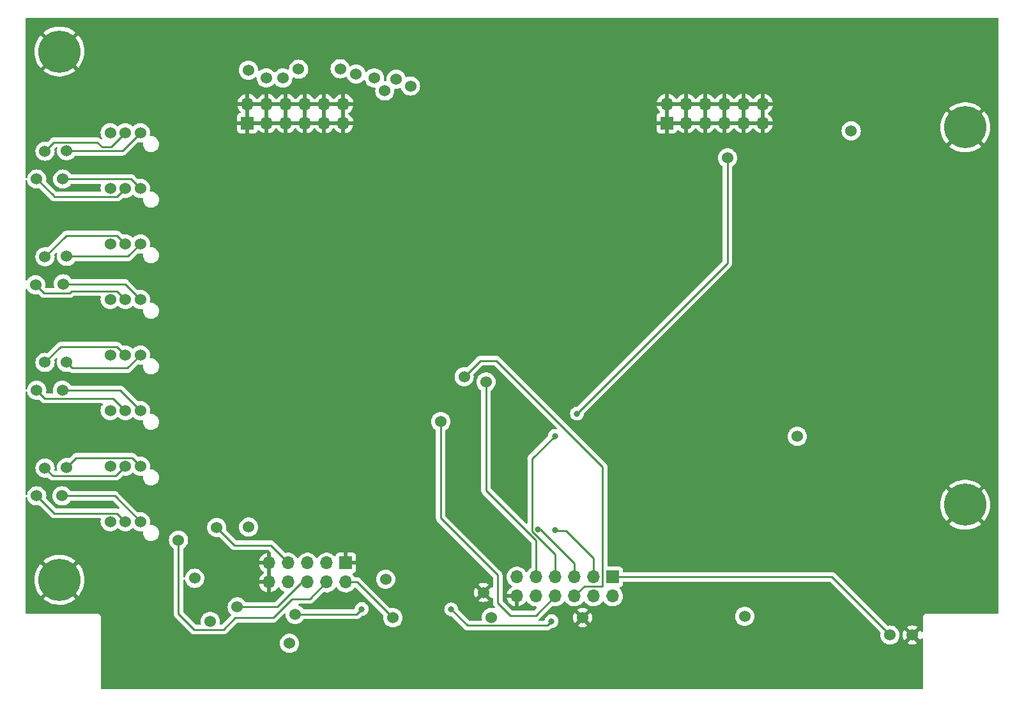
<source format=gbr>
%TF.GenerationSoftware,KiCad,Pcbnew,(6.0.10)*%
%TF.CreationDate,2023-02-14T14:41:42+00:00*%
%TF.ProjectId,Bed_of_nails,4265645f-6f66-45f6-9e61-696c732e6b69,AC*%
%TF.SameCoordinates,Original*%
%TF.FileFunction,Copper,L1,Top*%
%TF.FilePolarity,Positive*%
%FSLAX46Y46*%
G04 Gerber Fmt 4.6, Leading zero omitted, Abs format (unit mm)*
G04 Created by KiCad (PCBNEW (6.0.10)) date 2023-02-14 14:41:42*
%MOMM*%
%LPD*%
G01*
G04 APERTURE LIST*
%TA.AperFunction,ComponentPad*%
%ADD10R,1.700000X1.700000*%
%TD*%
%TA.AperFunction,ComponentPad*%
%ADD11O,1.700000X1.700000*%
%TD*%
%TA.AperFunction,ComponentPad*%
%ADD12C,1.524000*%
%TD*%
%TA.AperFunction,ConnectorPad*%
%ADD13C,5.600000*%
%TD*%
%TA.AperFunction,ComponentPad*%
%ADD14C,3.600000*%
%TD*%
%TA.AperFunction,ViaPad*%
%ADD15C,0.800000*%
%TD*%
%TA.AperFunction,Conductor*%
%ADD16C,0.250000*%
%TD*%
G04 APERTURE END LIST*
D10*
%TO.P,J1,1,Pin_1*%
%TO.N,GND*%
X178489999Y-60280000D03*
D11*
%TO.P,J1,2,Pin_2*%
X178489999Y-57740000D03*
%TO.P,J1,3,Pin_3*%
X181029999Y-60280000D03*
%TO.P,J1,4,Pin_4*%
X181029999Y-57740000D03*
%TO.P,J1,5,Pin_5*%
X183569999Y-60280000D03*
%TO.P,J1,6,Pin_6*%
X183569999Y-57740000D03*
%TO.P,J1,7,Pin_7*%
X186109999Y-60280000D03*
%TO.P,J1,8,Pin_8*%
X186109999Y-57740000D03*
%TO.P,J1,9,Pin_9*%
X188649999Y-60280000D03*
%TO.P,J1,10,Pin_10*%
X188649999Y-57740000D03*
%TO.P,J1,11,Pin_11*%
X191189999Y-60280000D03*
%TO.P,J1,12,Pin_12*%
X191189999Y-57740000D03*
%TD*%
D12*
%TO.P,TP46,1,1*%
%TO.N,Net-(J4-Pad4)*%
X113769749Y-115569999D03*
%TD*%
D13*
%TO.P,REF\u002A\u002A,1*%
%TO.N,GND*%
X97989762Y-50790000D03*
D14*
X97989762Y-50790000D03*
%TD*%
D12*
%TO.P,TP5,1,1*%
%TO.N,Net-(J3-Pad6)*%
X151629762Y-93900000D03*
%TD*%
%TO.P,TP21,1,1*%
%TO.N,Net-(J3-Pad3)*%
X129229762Y-125400000D03*
%TD*%
%TO.P,TP3,1,1*%
%TO.N,GND*%
X211029762Y-128150000D03*
%TD*%
%TO.P,TP42,1,1*%
%TO.N,Net-(J4-Pad3)*%
X115908360Y-120627851D03*
%TD*%
%TO.P,TP28,1,1*%
%TO.N,Net-(J11-Pad2)*%
X96079762Y-78000000D03*
%TD*%
%TO.P,TP2,1,1*%
%TO.N,Net-(J4-Pad2)*%
X155229762Y-125800000D03*
%TD*%
%TO.P,TP15,1,1*%
%TO.N,Net-(J12-Pad1)*%
X98929762Y-92000000D03*
%TD*%
%TO.P,TP24,1,1*%
%TO.N,Net-(J10-Pad2)*%
X96079762Y-64000000D03*
%TD*%
%TO.P,TP9,1,1*%
%TO.N,Net-(J3-Pad11)*%
X195779762Y-101800000D03*
%TD*%
D13*
%TO.P,REF\u002A\u002A,1*%
%TO.N,GND*%
X218049762Y-60840000D03*
D14*
X218049762Y-60840000D03*
%TD*%
D12*
%TO.P,TP38,1,1*%
%TO.N,Net-(J5-Pad3)*%
X141109776Y-56020001D03*
%TD*%
%TO.P,TP14,1,1*%
%TO.N,Net-(J6-Pad1)*%
X98429762Y-67700000D03*
%TD*%
%TO.P,TP26,1,1*%
%TO.N,Net-(J12-Pad2)*%
X96079762Y-92000000D03*
%TD*%
%TO.P,TP37,1,1*%
%TO.N,Net-(J5-Pad2)*%
X142631871Y-54460000D03*
%TD*%
%TO.P,TP23,1,1*%
%TO.N,GND*%
X154179762Y-122500000D03*
%TD*%
%TO.P,TP13,1,1*%
%TO.N,Net-(J10-Pad1)*%
X98929762Y-63950000D03*
%TD*%
%TO.P,TP6,1,1*%
%TO.N,Net-(J3-Pad7)*%
X186529762Y-64900000D03*
%TD*%
%TO.P,TP11,1,1*%
%TO.N,Net-(J3-Pad2)*%
X202929762Y-61300000D03*
%TD*%
D14*
%TO.P,REF\u002A\u002A,1*%
%TO.N,GND*%
X97989762Y-120830000D03*
D13*
X97989762Y-120830000D03*
%TD*%
D12*
%TO.P,TP45,1,1*%
%TO.N,Net-(J3-Pad10)*%
X188820714Y-125670000D03*
%TD*%
%TO.P,TP4,1,1*%
%TO.N,Net-(J3-Pad5)*%
X128479762Y-129250000D03*
%TD*%
%TO.P,TP32,1,1*%
%TO.N,Net-(TP32-Pad1)*%
X129692357Y-53139386D03*
%TD*%
%TO.P,TP18,1,1*%
%TO.N,Net-(J7-Pad1)*%
X98479762Y-81600000D03*
%TD*%
%TO.P,TP25,1,1*%
%TO.N,Net-(J6-Pad2)*%
X94979762Y-67700000D03*
%TD*%
%TO.P,TP8,1,1*%
%TO.N,Net-(J3-Pad9)*%
X154529762Y-94600000D03*
%TD*%
%TO.P,TP1,1,1*%
%TO.N,Net-(J4-Pad2)*%
X142179762Y-125850000D03*
%TD*%
%TO.P,TP34,1,1*%
%TO.N,Net-(TP34-Pad1)*%
X125399744Y-54290031D03*
%TD*%
%TO.P,TP39,1,1*%
%TO.N,Net-(J5-Pad5)*%
X139724085Y-54290000D03*
%TD*%
%TO.P,TP19,1,1*%
%TO.N,Net-(J13-Pad1)*%
X98929762Y-105950000D03*
%TD*%
%TO.P,TP33,1,1*%
%TO.N,Net-(TP33-Pad1)*%
X127589756Y-54319989D03*
%TD*%
%TO.P,TP48,1,1*%
%TO.N,Net-(J4-Pad8)*%
X123074732Y-113840019D03*
%TD*%
D14*
%TO.P,REF\u002A\u002A,1*%
%TO.N,GND*%
X218029762Y-110880000D03*
D13*
X218029762Y-110880000D03*
%TD*%
D12*
%TO.P,TP22,1,1*%
%TO.N,Net-(J3-Pad4)*%
X141229762Y-120750000D03*
%TD*%
%TO.P,TP7,1,1*%
%TO.N,Net-(J3-Pad8)*%
X148529762Y-99850000D03*
%TD*%
%TO.P,TP35,1,1*%
%TO.N,Net-(TP35-Pad1)*%
X123039759Y-53260001D03*
%TD*%
%TO.P,TP47,1,1*%
%TO.N,Net-(J4-Pad6)*%
X121559737Y-124419975D03*
%TD*%
%TO.P,TP30,1,1*%
%TO.N,Net-(J13-Pad2)*%
X96079762Y-106000000D03*
%TD*%
%TO.P,TP16,1,1*%
%TO.N,Net-(J8-Pad1)*%
X98379762Y-95700000D03*
%TD*%
%TO.P,TP41,1,1*%
%TO.N,Net-(J5-Pad7)*%
X135199793Y-53069999D03*
%TD*%
%TO.P,TP20,1,1*%
%TO.N,Net-(J9-Pad1)*%
X98329762Y-109700000D03*
%TD*%
%TO.P,TP29,1,1*%
%TO.N,Net-(J7-Pad2)*%
X94829762Y-81700000D03*
%TD*%
D10*
%TO.P,J4,1,Pin_1*%
%TO.N,GND*%
X135939999Y-118590000D03*
D11*
%TO.P,J4,2,Pin_2*%
%TO.N,Net-(J4-Pad2)*%
X135939999Y-121130000D03*
%TO.P,J4,3,Pin_3*%
%TO.N,Net-(J4-Pad3)*%
X133399999Y-118590000D03*
%TO.P,J4,4,Pin_4*%
%TO.N,Net-(J4-Pad4)*%
X133399999Y-121130000D03*
%TO.P,J4,5,Pin_5*%
%TO.N,Net-(J4-Pad5)*%
X130859999Y-118590000D03*
%TO.P,J4,6,Pin_6*%
%TO.N,Net-(J4-Pad6)*%
X130859999Y-121130000D03*
%TO.P,J4,7,Pin_7*%
%TO.N,Net-(J4-Pad7)*%
X128319999Y-118590000D03*
%TO.P,J4,8,Pin_8*%
%TO.N,Net-(J4-Pad8)*%
X128319999Y-121130000D03*
%TO.P,J4,9,Pin_9*%
%TO.N,GND*%
X125779999Y-118590000D03*
%TO.P,J4,10,Pin_10*%
X125779999Y-121130000D03*
%TD*%
D10*
%TO.P,J3,1,Pin_1*%
%TO.N,Net-(J3-Pad1)*%
X171319999Y-120440000D03*
D11*
%TO.P,J3,2,Pin_2*%
%TO.N,Net-(J3-Pad2)*%
X171319999Y-122980000D03*
%TO.P,J3,3,Pin_3*%
%TO.N,Net-(J3-Pad3)*%
X168779999Y-120440000D03*
%TO.P,J3,4,Pin_4*%
%TO.N,Net-(J3-Pad4)*%
X168779999Y-122980000D03*
%TO.P,J3,5,Pin_5*%
%TO.N,Net-(J3-Pad5)*%
X166239999Y-120440000D03*
%TO.P,J3,6,Pin_6*%
%TO.N,Net-(J3-Pad6)*%
X166239999Y-122980000D03*
%TO.P,J3,7,Pin_7*%
%TO.N,Net-(J3-Pad7)*%
X163699999Y-120440000D03*
%TO.P,J3,8,Pin_8*%
%TO.N,Net-(J3-Pad8)*%
X163699999Y-122980000D03*
%TO.P,J3,9,Pin_9*%
%TO.N,Net-(J3-Pad9)*%
X161159999Y-120440000D03*
%TO.P,J3,10,Pin_10*%
%TO.N,Net-(J3-Pad10)*%
X161159999Y-122980000D03*
%TO.P,J3,11,Pin_11*%
%TO.N,Net-(J3-Pad11)*%
X158619999Y-120440000D03*
%TO.P,J3,12,Pin_12*%
%TO.N,GND*%
X158619999Y-122980000D03*
%TD*%
D12*
%TO.P,TP31,1,1*%
%TO.N,Net-(J9-Pad2)*%
X94979762Y-109700000D03*
%TD*%
D10*
%TO.P,J2,1,Pin_1*%
%TO.N,GND*%
X122909999Y-60280000D03*
D11*
%TO.P,J2,2,Pin_2*%
X122909999Y-57740000D03*
%TO.P,J2,3,Pin_3*%
X125449999Y-60280000D03*
%TO.P,J2,4,Pin_4*%
X125449999Y-57740000D03*
%TO.P,J2,5,Pin_5*%
X127989999Y-60280000D03*
%TO.P,J2,6,Pin_6*%
X127989999Y-57740000D03*
%TO.P,J2,7,Pin_7*%
X130529999Y-60280000D03*
%TO.P,J2,8,Pin_8*%
X130529999Y-57740000D03*
%TO.P,J2,9,Pin_9*%
X133069999Y-60280000D03*
%TO.P,J2,10,Pin_10*%
X133069999Y-57740000D03*
%TO.P,J2,11,Pin_11*%
X135609999Y-60280000D03*
%TO.P,J2,12,Pin_12*%
X135609999Y-57740000D03*
%TD*%
D12*
%TO.P,TP44,1,1*%
%TO.N,Net-(J4-Pad7)*%
X118838414Y-113884320D03*
%TD*%
%TO.P,TP27,1,1*%
%TO.N,Net-(J8-Pad2)*%
X94979762Y-95700000D03*
%TD*%
%TO.P,TP36,1,1*%
%TO.N,Net-(J5-Pad1)*%
X144519749Y-55359977D03*
%TD*%
%TO.P,TP17,1,1*%
%TO.N,Net-(J11-Pad1)*%
X98929762Y-77950000D03*
%TD*%
%TO.P,TP12,1,1*%
%TO.N,GND*%
X167329762Y-125850000D03*
%TD*%
%TO.P,TP10,1,1*%
%TO.N,Net-(J3-Pad1)*%
X208079762Y-128150000D03*
%TD*%
%TO.P,TP43,1,1*%
%TO.N,Net-(J4-Pad5)*%
X117979761Y-126345023D03*
%TD*%
%TO.P,TP40,1,1*%
%TO.N,Net-(J5-Pad6)*%
X137299778Y-53780011D03*
%TD*%
%TO.P,J12,1,Pin_1*%
%TO.N,Net-(J12-Pad1)*%
X108720000Y-91017140D03*
%TO.P,J12,2,Pin_2*%
%TO.N,Net-(J12-Pad2)*%
X106720000Y-91017140D03*
%TO.P,J12,3,Pin_3*%
%TO.N,unconnected-(J12-Pad3)*%
X104720000Y-91017140D03*
%TD*%
%TO.P,J7,1,Pin_1*%
%TO.N,Net-(J7-Pad1)*%
X108720000Y-83652855D03*
%TO.P,J7,2,Pin_2*%
%TO.N,Net-(J7-Pad2)*%
X106720000Y-83652855D03*
%TO.P,J7,3,Pin_3*%
%TO.N,unconnected-(J7-Pad3)*%
X104720000Y-83652855D03*
%TD*%
%TO.P,J8,1,Pin_1*%
%TO.N,Net-(J8-Pad1)*%
X108720000Y-98381425D03*
%TO.P,J8,2,Pin_2*%
%TO.N,Net-(J8-Pad2)*%
X106720000Y-98381425D03*
%TO.P,J8,3,Pin_3*%
%TO.N,unconnected-(J8-Pad3)*%
X104720000Y-98381425D03*
%TD*%
%TO.P,J13,1,Pin_1*%
%TO.N,Net-(J13-Pad1)*%
X108720000Y-105745710D03*
%TO.P,J13,2,Pin_2*%
%TO.N,Net-(J13-Pad2)*%
X106720000Y-105745710D03*
%TO.P,J13,3,Pin_3*%
%TO.N,unconnected-(J13-Pad3)*%
X104720000Y-105745710D03*
%TD*%
%TO.P,J11,1,Pin_1*%
%TO.N,Net-(J11-Pad1)*%
X108720000Y-76288570D03*
%TO.P,J11,2,Pin_2*%
%TO.N,Net-(J11-Pad2)*%
X106720000Y-76288570D03*
%TO.P,J11,3,Pin_3*%
%TO.N,unconnected-(J11-Pad3)*%
X104720000Y-76288570D03*
%TD*%
%TO.P,J10,1,Pin_1*%
%TO.N,Net-(J10-Pad1)*%
X108720000Y-61560000D03*
%TO.P,J10,2,Pin_2*%
%TO.N,Net-(J10-Pad2)*%
X106720000Y-61560000D03*
%TO.P,J10,3,Pin_3*%
%TO.N,unconnected-(J10-Pad3)*%
X104720000Y-61560000D03*
%TD*%
%TO.P,J9,1,Pin_1*%
%TO.N,Net-(J9-Pad1)*%
X108720000Y-113110000D03*
%TO.P,J9,2,Pin_2*%
%TO.N,Net-(J9-Pad2)*%
X106720000Y-113110000D03*
%TO.P,J9,3,Pin_3*%
%TO.N,unconnected-(J9-Pad3)*%
X104720000Y-113110000D03*
%TD*%
%TO.P,J6,1,Pin_1*%
%TO.N,Net-(J6-Pad1)*%
X108720000Y-68924285D03*
%TO.P,J6,2,Pin_2*%
%TO.N,Net-(J6-Pad2)*%
X106720000Y-68924285D03*
%TO.P,J6,3,Pin_3*%
%TO.N,unconnected-(J6-Pad3)*%
X104720000Y-68924285D03*
%TD*%
D15*
%TO.N,Net-(J3-Pad3)*%
X138050000Y-124700000D03*
X163670000Y-114270000D03*
%TO.N,Net-(J3-Pad4)*%
X149910000Y-124740000D03*
X163210000Y-126310000D03*
%TO.N,Net-(J3-Pad5)*%
X161442299Y-114167701D03*
%TO.N,Net-(J3-Pad7)*%
X166580000Y-98800000D03*
X163660000Y-101760000D03*
%TD*%
D16*
%TO.N,Net-(J4-Pad2)*%
X135939999Y-121130000D02*
X137459762Y-121130000D01*
X137459762Y-121130000D02*
X142179762Y-125850000D01*
%TO.N,Net-(J4-Pad6)*%
X130130000Y-121130000D02*
X126840025Y-124419975D01*
X130859999Y-121130000D02*
X130130000Y-121130000D01*
X126840025Y-124419975D02*
X121559737Y-124419975D01*
%TO.N,Net-(J4-Pad7)*%
X125969999Y-116240000D02*
X121194094Y-116240000D01*
X121194094Y-116240000D02*
X118838414Y-113884320D01*
X128319999Y-118590000D02*
X125969999Y-116240000D01*
%TO.N,Net-(J6-Pad1)*%
X98429762Y-67700000D02*
X107495715Y-67700000D01*
X107495715Y-67700000D02*
X108720000Y-68924285D01*
%TO.N,Net-(J6-Pad2)*%
X94979762Y-67700000D02*
X97099762Y-69820000D01*
X105633000Y-70011285D02*
X106720000Y-68924285D01*
X97321285Y-70011285D02*
X105633000Y-70011285D01*
X97130000Y-69820000D02*
X97321285Y-70011285D01*
X97099762Y-69820000D02*
X97130000Y-69820000D01*
%TO.N,Net-(J7-Pad1)*%
X106667145Y-81600000D02*
X108720000Y-83652855D01*
X98479762Y-81600000D02*
X106667145Y-81600000D01*
%TO.N,Net-(J7-Pad2)*%
X99584145Y-82565855D02*
X105633000Y-82565855D01*
X94829762Y-81700000D02*
X95929762Y-82800000D01*
X105633000Y-82565855D02*
X106720000Y-83652855D01*
X99350000Y-82800000D02*
X99584145Y-82565855D01*
X95929762Y-82800000D02*
X99350000Y-82800000D01*
%TO.N,Net-(J8-Pad1)*%
X106038575Y-95700000D02*
X108720000Y-98381425D01*
X98379762Y-95700000D02*
X106038575Y-95700000D01*
%TO.N,Net-(J8-Pad2)*%
X96066762Y-96787000D02*
X105125575Y-96787000D01*
X94979762Y-95700000D02*
X96066762Y-96787000D01*
X105125575Y-96787000D02*
X106720000Y-98381425D01*
%TO.N,Net-(J3-Pad1)*%
X200369762Y-120440000D02*
X208079762Y-128150000D01*
X171319999Y-120440000D02*
X200369762Y-120440000D01*
%TO.N,Net-(J3-Pad3)*%
X163670000Y-114270000D02*
X163690000Y-114290000D01*
X137350000Y-125400000D02*
X138050000Y-124700000D01*
X129229762Y-125400000D02*
X137350000Y-125400000D01*
X163690000Y-114290000D02*
X165130000Y-114290000D01*
X168779999Y-117939999D02*
X168779999Y-120440000D01*
X165130000Y-114290000D02*
X168779999Y-117939999D01*
%TO.N,Net-(J3-Pad4)*%
X162633000Y-126887000D02*
X152057000Y-126887000D01*
X152057000Y-126887000D02*
X149910000Y-124740000D01*
X163210000Y-126310000D02*
X162633000Y-126887000D01*
%TO.N,Net-(J3-Pad5)*%
X166239999Y-118669999D02*
X166239999Y-120440000D01*
X161737701Y-114167701D02*
X166239999Y-118669999D01*
X161442299Y-114167701D02*
X161737701Y-114167701D01*
%TO.N,Net-(J3-Pad6)*%
X155920000Y-91780000D02*
X153749762Y-91780000D01*
X153749762Y-91780000D02*
X151629762Y-93900000D01*
X167539999Y-121680000D02*
X169970000Y-121680000D01*
X169970000Y-121680000D02*
X169970000Y-105830000D01*
X166239999Y-122980000D02*
X167539999Y-121680000D01*
X169970000Y-105830000D02*
X155920000Y-91780000D01*
%TO.N,Net-(J3-Pad7)*%
X163699999Y-120440000D02*
X163699999Y-117449999D01*
X163699999Y-117449999D02*
X160640000Y-114390000D01*
X160640000Y-114390000D02*
X160640000Y-104780000D01*
X160640000Y-104780000D02*
X163660000Y-101760000D01*
X186529762Y-78850238D02*
X186529762Y-64900000D01*
X166580000Y-98800000D02*
X186529762Y-78850238D01*
%TO.N,Net-(J3-Pad8)*%
X157780000Y-125560000D02*
X161119999Y-125560000D01*
X148529762Y-112659762D02*
X156070000Y-120200000D01*
X156070000Y-120200000D02*
X156070000Y-123850000D01*
X161119999Y-125560000D02*
X163699999Y-122980000D01*
X156070000Y-123850000D02*
X157780000Y-125560000D01*
X148529762Y-99850000D02*
X148529762Y-112659762D01*
%TO.N,Net-(J3-Pad9)*%
X154529762Y-94600000D02*
X154529762Y-108989762D01*
X161159999Y-115619999D02*
X161159999Y-120440000D01*
X154529762Y-108989762D02*
X161159999Y-115619999D01*
%TO.N,Net-(J4-Pad4)*%
X133399999Y-121130000D02*
X131179999Y-123350000D01*
X128830000Y-123350000D02*
X126330000Y-125850000D01*
X126330000Y-125850000D02*
X121310000Y-125850000D01*
X121310000Y-125850000D02*
X119727977Y-127432023D01*
X115842023Y-127432023D02*
X113769749Y-125359749D01*
X131179999Y-123350000D02*
X128830000Y-123350000D01*
X113769749Y-125359749D02*
X113769749Y-115569999D01*
X119727977Y-127432023D02*
X115842023Y-127432023D01*
%TO.N,Net-(J9-Pad1)*%
X98329762Y-109700000D02*
X105310000Y-109700000D01*
X105310000Y-109700000D02*
X108720000Y-113110000D01*
%TO.N,Net-(J9-Pad2)*%
X94979762Y-109700000D02*
X97302762Y-112023000D01*
X105633000Y-112023000D02*
X106720000Y-113110000D01*
X97302762Y-112023000D02*
X105633000Y-112023000D01*
%TO.N,Net-(J10-Pad1)*%
X98929762Y-63950000D02*
X106330000Y-63950000D01*
X106330000Y-63950000D02*
X108720000Y-61560000D01*
%TO.N,Net-(J10-Pad2)*%
X97259762Y-62820000D02*
X102980000Y-62820000D01*
X104810000Y-63470000D02*
X106720000Y-61560000D01*
X102980000Y-62820000D02*
X103630000Y-63470000D01*
X96079762Y-64000000D02*
X97259762Y-62820000D01*
X103630000Y-63470000D02*
X104810000Y-63470000D01*
%TO.N,Net-(J11-Pad1)*%
X98929762Y-77950000D02*
X107058570Y-77950000D01*
X107058570Y-77950000D02*
X108720000Y-76288570D01*
%TO.N,Net-(J11-Pad2)*%
X98878192Y-75201570D02*
X105633000Y-75201570D01*
X96079762Y-78000000D02*
X98878192Y-75201570D01*
X105633000Y-75201570D02*
X106720000Y-76288570D01*
%TO.N,Net-(J12-Pad1)*%
X99691761Y-92761999D02*
X106975141Y-92761999D01*
X98929762Y-92000000D02*
X99691761Y-92761999D01*
X106975141Y-92761999D02*
X108720000Y-91017140D01*
%TO.N,Net-(J12-Pad2)*%
X105633000Y-89930140D02*
X106720000Y-91017140D01*
X98149622Y-89930140D02*
X105633000Y-89930140D01*
X96079762Y-92000000D02*
X98149622Y-89930140D01*
%TO.N,Net-(J13-Pad1)*%
X98929762Y-105950000D02*
X100221052Y-104658710D01*
X100221052Y-104658710D02*
X107633000Y-104658710D01*
X107633000Y-104658710D02*
X108720000Y-105745710D01*
%TO.N,Net-(J13-Pad2)*%
X105428710Y-107037000D02*
X106720000Y-105745710D01*
X97116762Y-107037000D02*
X105428710Y-107037000D01*
X96079762Y-106000000D02*
X97116762Y-107037000D01*
%TD*%
%TA.AperFunction,Conductor*%
%TO.N,GND*%
G36*
X222403383Y-46348502D02*
G01*
X222449876Y-46402158D01*
X222461262Y-46454500D01*
X222461262Y-125195500D01*
X222441260Y-125263621D01*
X222387604Y-125310114D01*
X222335262Y-125321500D01*
X212968385Y-125321500D01*
X212967615Y-125321498D01*
X212966799Y-125321493D01*
X212890041Y-125321024D01*
X212879286Y-125324098D01*
X212861609Y-125329150D01*
X212844847Y-125332728D01*
X212815575Y-125336920D01*
X212807407Y-125340634D01*
X212807406Y-125340634D01*
X212792200Y-125347548D01*
X212774676Y-125353996D01*
X212749991Y-125361051D01*
X212742397Y-125365843D01*
X212742394Y-125365844D01*
X212724982Y-125376830D01*
X212709899Y-125384969D01*
X212682980Y-125397208D01*
X212676178Y-125403069D01*
X212663527Y-125413970D01*
X212648523Y-125425073D01*
X212626804Y-125438776D01*
X212620865Y-125445501D01*
X212620861Y-125445504D01*
X212607230Y-125460938D01*
X212595038Y-125472982D01*
X212579435Y-125486427D01*
X212579433Y-125486430D01*
X212572635Y-125492287D01*
X212567755Y-125499816D01*
X212567754Y-125499817D01*
X212558668Y-125513835D01*
X212547377Y-125528709D01*
X212536331Y-125541217D01*
X212530384Y-125547951D01*
X212518518Y-125573224D01*
X212517820Y-125574711D01*
X212509499Y-125589691D01*
X212498291Y-125606983D01*
X212498289Y-125606988D01*
X212493410Y-125614515D01*
X212490840Y-125623108D01*
X212490838Y-125623113D01*
X212486051Y-125639120D01*
X212479390Y-125656564D01*
X212473785Y-125668502D01*
X212468481Y-125679800D01*
X212467100Y-125688667D01*
X212467100Y-125688668D01*
X212463932Y-125709015D01*
X212460149Y-125725732D01*
X212454247Y-125745466D01*
X212454246Y-125745472D01*
X212451676Y-125754066D01*
X212451621Y-125763037D01*
X212451621Y-125763038D01*
X212451466Y-125788497D01*
X212451433Y-125789289D01*
X212451262Y-125790386D01*
X212451262Y-125821377D01*
X212451260Y-125822147D01*
X212450923Y-125877380D01*
X212450786Y-125899721D01*
X212451170Y-125901065D01*
X212451262Y-125902410D01*
X212451262Y-127624991D01*
X212431260Y-127693112D01*
X212377604Y-127739605D01*
X212307330Y-127749709D01*
X212242750Y-127720215D01*
X212211067Y-127678241D01*
X212136139Y-127517559D01*
X212130659Y-127508068D01*
X212099968Y-127464235D01*
X212089491Y-127455860D01*
X212076044Y-127462928D01*
X211401784Y-128137188D01*
X211394170Y-128151132D01*
X211394301Y-128152965D01*
X211398552Y-128159580D01*
X212076765Y-128837793D01*
X212088539Y-128844223D01*
X212100555Y-128834926D01*
X212130659Y-128791932D01*
X212136139Y-128782441D01*
X212211067Y-128621759D01*
X212257985Y-128568474D01*
X212326262Y-128549013D01*
X212394222Y-128569555D01*
X212440287Y-128623578D01*
X212451262Y-128675009D01*
X212451262Y-135205443D01*
X212431260Y-135273564D01*
X212377604Y-135320057D01*
X212325253Y-135331443D01*
X157845265Y-135326490D01*
X103604251Y-135321558D01*
X103536132Y-135301550D01*
X103489644Y-135247890D01*
X103478262Y-135195558D01*
X103478262Y-129250000D01*
X127204409Y-129250000D01*
X127223784Y-129471463D01*
X127281322Y-129686196D01*
X127283644Y-129691177D01*
X127283645Y-129691178D01*
X127372948Y-129882689D01*
X127372951Y-129882694D01*
X127375274Y-129887676D01*
X127502785Y-130069781D01*
X127659981Y-130226977D01*
X127664489Y-130230134D01*
X127664492Y-130230136D01*
X127740257Y-130283187D01*
X127842085Y-130354488D01*
X127847067Y-130356811D01*
X127847072Y-130356814D01*
X128038584Y-130446117D01*
X128043566Y-130448440D01*
X128048874Y-130449862D01*
X128048876Y-130449863D01*
X128114711Y-130467503D01*
X128258299Y-130505978D01*
X128479762Y-130525353D01*
X128701225Y-130505978D01*
X128844813Y-130467503D01*
X128910648Y-130449863D01*
X128910650Y-130449862D01*
X128915958Y-130448440D01*
X128920940Y-130446117D01*
X129112452Y-130356814D01*
X129112457Y-130356811D01*
X129117439Y-130354488D01*
X129219267Y-130283187D01*
X129295032Y-130230136D01*
X129295035Y-130230134D01*
X129299543Y-130226977D01*
X129456739Y-130069781D01*
X129584250Y-129887676D01*
X129586573Y-129882694D01*
X129586576Y-129882689D01*
X129675879Y-129691178D01*
X129675880Y-129691177D01*
X129678202Y-129686196D01*
X129735740Y-129471463D01*
X129755115Y-129250000D01*
X129735740Y-129028537D01*
X129684437Y-128837072D01*
X129679625Y-128819114D01*
X129679624Y-128819112D01*
X129678202Y-128813804D01*
X129588650Y-128621759D01*
X129586576Y-128617311D01*
X129586573Y-128617306D01*
X129584250Y-128612324D01*
X129581093Y-128607815D01*
X129459898Y-128434730D01*
X129459896Y-128434727D01*
X129456739Y-128430219D01*
X129299543Y-128273023D01*
X129295035Y-128269866D01*
X129295032Y-128269864D01*
X129219267Y-128216813D01*
X129117439Y-128145512D01*
X129112457Y-128143189D01*
X129112452Y-128143186D01*
X128920940Y-128053883D01*
X128920939Y-128053882D01*
X128915958Y-128051560D01*
X128910650Y-128050138D01*
X128910648Y-128050137D01*
X128819515Y-128025718D01*
X128701225Y-127994022D01*
X128479762Y-127974647D01*
X128258299Y-127994022D01*
X128140009Y-128025718D01*
X128048876Y-128050137D01*
X128048874Y-128050138D01*
X128043566Y-128051560D01*
X128038585Y-128053882D01*
X128038584Y-128053883D01*
X127847073Y-128143186D01*
X127847068Y-128143189D01*
X127842086Y-128145512D01*
X127837579Y-128148668D01*
X127837577Y-128148669D01*
X127664492Y-128269864D01*
X127664489Y-128269866D01*
X127659981Y-128273023D01*
X127502785Y-128430219D01*
X127499628Y-128434727D01*
X127499626Y-128434730D01*
X127378431Y-128607815D01*
X127375274Y-128612324D01*
X127372951Y-128617306D01*
X127372948Y-128617311D01*
X127370874Y-128621759D01*
X127281322Y-128813804D01*
X127279900Y-128819112D01*
X127279899Y-128819114D01*
X127275087Y-128837072D01*
X127223784Y-129028537D01*
X127204409Y-129250000D01*
X103478262Y-129250000D01*
X103478262Y-125829506D01*
X103478264Y-125828862D01*
X103478460Y-125790443D01*
X103478668Y-125749770D01*
X103470601Y-125721649D01*
X103466991Y-125704781D01*
X103462842Y-125675813D01*
X103459126Y-125667639D01*
X103452081Y-125652144D01*
X103445668Y-125634741D01*
X103440977Y-125618390D01*
X103440977Y-125618389D01*
X103438501Y-125609760D01*
X103422864Y-125585031D01*
X103414664Y-125569851D01*
X103406273Y-125551395D01*
X103406269Y-125551389D01*
X103402554Y-125543218D01*
X103396694Y-125536417D01*
X103396690Y-125536411D01*
X103385589Y-125523528D01*
X103374547Y-125508623D01*
X103371989Y-125504578D01*
X103360653Y-125486651D01*
X103353921Y-125480718D01*
X103353918Y-125480714D01*
X103338711Y-125467311D01*
X103326569Y-125455033D01*
X103325693Y-125454016D01*
X103307475Y-125432873D01*
X103285658Y-125418732D01*
X103270882Y-125407528D01*
X103258116Y-125396276D01*
X103258115Y-125396275D01*
X103251381Y-125390340D01*
X103243255Y-125386535D01*
X103243251Y-125386532D01*
X103224890Y-125377934D01*
X103209803Y-125369564D01*
X103185247Y-125353648D01*
X103176650Y-125351077D01*
X103160338Y-125346199D01*
X103143006Y-125339591D01*
X103119471Y-125328569D01*
X103106176Y-125326513D01*
X103090568Y-125324098D01*
X103073730Y-125320297D01*
X103054295Y-125314485D01*
X103054291Y-125314484D01*
X103045696Y-125311914D01*
X103036724Y-125311859D01*
X103036723Y-125311859D01*
X103031256Y-125311826D01*
X103011157Y-125311703D01*
X103010167Y-125311662D01*
X103008867Y-125311461D01*
X102977145Y-125311493D01*
X102976525Y-125311491D01*
X102939090Y-125311263D01*
X102904535Y-125311051D01*
X102904529Y-125311051D01*
X102900041Y-125311024D01*
X102898494Y-125311467D01*
X102896946Y-125311573D01*
X97160584Y-125317310D01*
X93604308Y-125320866D01*
X93536167Y-125300932D01*
X93489621Y-125247323D01*
X93478182Y-125194882D01*
X93478179Y-125167311D01*
X93477951Y-123346381D01*
X95838922Y-123346381D01*
X95838999Y-123347470D01*
X95841460Y-123351206D01*
X96115394Y-123561404D01*
X96121024Y-123565259D01*
X96421353Y-123747862D01*
X96427355Y-123751080D01*
X96745659Y-123900184D01*
X96751964Y-123902732D01*
X97084505Y-124016587D01*
X97091075Y-124018446D01*
X97433945Y-124095714D01*
X97440674Y-124096853D01*
X97789905Y-124136643D01*
X97796695Y-124137046D01*
X98148181Y-124138886D01*
X98154982Y-124138554D01*
X98504615Y-124102423D01*
X98511343Y-124101357D01*
X98855036Y-124027676D01*
X98861584Y-124025897D01*
X99195311Y-123915527D01*
X99201653Y-123913041D01*
X99521480Y-123767288D01*
X99527539Y-123764121D01*
X99829757Y-123584676D01*
X99835421Y-123580884D01*
X100116494Y-123369849D01*
X100121720Y-123365464D01*
X100131375Y-123356428D01*
X100139444Y-123342750D01*
X100139416Y-123342024D01*
X100134274Y-123333723D01*
X98002572Y-121202020D01*
X97988631Y-121194408D01*
X97986796Y-121194539D01*
X97980182Y-121198790D01*
X95846536Y-123332437D01*
X95838922Y-123346381D01*
X93477951Y-123346381D01*
X93477636Y-120821832D01*
X94677095Y-120821832D01*
X94694879Y-121172893D01*
X94695589Y-121179649D01*
X94751182Y-121526723D01*
X94752621Y-121533378D01*
X94845370Y-121872410D01*
X94847519Y-121878871D01*
X94976343Y-122205912D01*
X94979174Y-122212095D01*
X95142565Y-122523310D01*
X95146048Y-122529152D01*
X95342092Y-122820896D01*
X95346195Y-122826340D01*
X95466187Y-122968836D01*
X95478926Y-122977279D01*
X95489370Y-122971181D01*
X97617742Y-120842810D01*
X97624119Y-120831131D01*
X98354170Y-120831131D01*
X98354301Y-120832966D01*
X98358552Y-120839580D01*
X100488771Y-122969798D01*
X100502367Y-122977223D01*
X100511980Y-122970522D01*
X100612280Y-122853912D01*
X100616438Y-122848514D01*
X100815524Y-122558840D01*
X100819072Y-122553029D01*
X100985704Y-122243559D01*
X100988611Y-122237381D01*
X101120852Y-121911713D01*
X101123066Y-121905283D01*
X101219360Y-121567237D01*
X101220867Y-121560607D01*
X101280094Y-121214118D01*
X101280874Y-121207378D01*
X101302430Y-120854925D01*
X101302546Y-120851323D01*
X101302615Y-120831819D01*
X101302523Y-120828194D01*
X101283428Y-120475615D01*
X101282693Y-120468849D01*
X101225892Y-120121985D01*
X101224425Y-120115313D01*
X101130498Y-119776627D01*
X101128324Y-119770163D01*
X100998360Y-119443578D01*
X100995504Y-119437398D01*
X100831031Y-119126763D01*
X100827531Y-119120937D01*
X100630459Y-118829862D01*
X100626352Y-118824453D01*
X100513327Y-118691179D01*
X100500502Y-118682743D01*
X100490178Y-118688795D01*
X98361782Y-120817190D01*
X98354170Y-120831131D01*
X97624119Y-120831131D01*
X97625354Y-120828869D01*
X97625223Y-120827034D01*
X97620972Y-120820420D01*
X95490754Y-118690203D01*
X95477217Y-118682811D01*
X95467515Y-118689599D01*
X95360192Y-118815257D01*
X95356058Y-118820664D01*
X95157977Y-119111041D01*
X95154459Y-119116851D01*
X94988896Y-119426922D01*
X94986021Y-119433087D01*
X94854917Y-119759218D01*
X94852724Y-119765658D01*
X94757608Y-120104044D01*
X94756125Y-120110679D01*
X94698112Y-120457354D01*
X94697353Y-120464126D01*
X94677119Y-120815037D01*
X94677095Y-120821832D01*
X93477636Y-120821832D01*
X93477323Y-118316862D01*
X95839712Y-118316862D01*
X95839748Y-118317704D01*
X95844799Y-118325826D01*
X97976952Y-120457980D01*
X97990893Y-120465592D01*
X97992728Y-120465461D01*
X97999342Y-120461210D01*
X98896973Y-119563579D01*
X100132560Y-118327991D01*
X100140174Y-118314047D01*
X100140106Y-118313090D01*
X100135596Y-118306271D01*
X100134180Y-118305065D01*
X99854575Y-118092064D01*
X99848949Y-118088240D01*
X99547976Y-117906681D01*
X99541964Y-117903484D01*
X99223132Y-117755487D01*
X99216832Y-117752967D01*
X98883891Y-117640273D01*
X98877313Y-117638437D01*
X98534179Y-117562367D01*
X98527440Y-117561251D01*
X98178072Y-117522680D01*
X98171291Y-117522301D01*
X97819777Y-117521687D01*
X97813004Y-117522042D01*
X97463482Y-117559395D01*
X97456772Y-117560482D01*
X97113348Y-117635361D01*
X97106773Y-117637172D01*
X96773445Y-117748702D01*
X96767123Y-117751205D01*
X96447796Y-117898079D01*
X96441753Y-117901265D01*
X96140163Y-118081763D01*
X96134517Y-118085571D01*
X95854170Y-118297596D01*
X95848973Y-118301987D01*
X95847734Y-118303155D01*
X95839712Y-118316862D01*
X93477323Y-118316862D01*
X93476277Y-109954837D01*
X93496271Y-109886715D01*
X93549920Y-109840215D01*
X93620193Y-109830102D01*
X93684778Y-109859587D01*
X93723984Y-109922210D01*
X93732727Y-109954838D01*
X93781322Y-110136196D01*
X93783644Y-110141177D01*
X93783645Y-110141178D01*
X93872948Y-110332689D01*
X93872951Y-110332694D01*
X93875274Y-110337676D01*
X93878430Y-110342183D01*
X93878431Y-110342185D01*
X93996784Y-110511210D01*
X94002785Y-110519781D01*
X94159981Y-110676977D01*
X94164489Y-110680134D01*
X94164492Y-110680136D01*
X94240257Y-110733187D01*
X94342085Y-110804488D01*
X94347067Y-110806811D01*
X94347072Y-110806814D01*
X94531492Y-110892810D01*
X94543566Y-110898440D01*
X94548874Y-110899862D01*
X94548876Y-110899863D01*
X94554325Y-110901323D01*
X94758299Y-110955978D01*
X94979762Y-110975353D01*
X95201225Y-110955978D01*
X95217404Y-110951643D01*
X95240278Y-110945514D01*
X95311255Y-110947204D01*
X95361984Y-110978126D01*
X96799110Y-112415253D01*
X96806650Y-112423539D01*
X96810762Y-112430018D01*
X96816539Y-112435443D01*
X96860413Y-112476643D01*
X96863255Y-112479398D01*
X96882992Y-112499135D01*
X96886189Y-112501615D01*
X96895209Y-112509318D01*
X96927441Y-112539586D01*
X96934387Y-112543405D01*
X96934390Y-112543407D01*
X96945196Y-112549348D01*
X96961715Y-112560199D01*
X96977721Y-112572614D01*
X96984990Y-112575759D01*
X96984994Y-112575762D01*
X97018299Y-112590174D01*
X97028949Y-112595391D01*
X97067702Y-112616695D01*
X97075377Y-112618666D01*
X97075378Y-112618666D01*
X97087324Y-112621733D01*
X97106028Y-112628137D01*
X97109793Y-112629766D01*
X97124617Y-112636181D01*
X97132440Y-112637420D01*
X97132450Y-112637423D01*
X97168286Y-112643099D01*
X97179906Y-112645505D01*
X97215051Y-112654528D01*
X97222732Y-112656500D01*
X97242986Y-112656500D01*
X97262696Y-112658051D01*
X97282705Y-112661220D01*
X97290597Y-112660474D01*
X97326723Y-112657059D01*
X97338581Y-112656500D01*
X103361990Y-112656500D01*
X103430111Y-112676502D01*
X103476604Y-112730158D01*
X103486708Y-112800432D01*
X103483696Y-112815112D01*
X103465447Y-112883216D01*
X103465446Y-112883224D01*
X103464022Y-112888537D01*
X103444647Y-113110000D01*
X103464022Y-113331463D01*
X103521560Y-113546196D01*
X103523882Y-113551177D01*
X103523883Y-113551178D01*
X103613186Y-113742689D01*
X103613189Y-113742694D01*
X103615512Y-113747676D01*
X103618668Y-113752183D01*
X103618669Y-113752185D01*
X103721081Y-113898444D01*
X103743023Y-113929781D01*
X103900219Y-114086977D01*
X103904727Y-114090134D01*
X103904730Y-114090136D01*
X103931157Y-114108640D01*
X104082323Y-114214488D01*
X104087305Y-114216811D01*
X104087310Y-114216814D01*
X104278822Y-114306117D01*
X104283804Y-114308440D01*
X104289112Y-114309862D01*
X104289114Y-114309863D01*
X104347465Y-114325498D01*
X104498537Y-114365978D01*
X104720000Y-114385353D01*
X104941463Y-114365978D01*
X105092535Y-114325498D01*
X105150886Y-114309863D01*
X105150888Y-114309862D01*
X105156196Y-114308440D01*
X105161178Y-114306117D01*
X105352690Y-114216814D01*
X105352695Y-114216811D01*
X105357677Y-114214488D01*
X105508843Y-114108640D01*
X105535270Y-114090136D01*
X105535273Y-114090134D01*
X105539781Y-114086977D01*
X105630905Y-113995853D01*
X105693217Y-113961827D01*
X105764032Y-113966892D01*
X105809095Y-113995853D01*
X105900219Y-114086977D01*
X105904727Y-114090134D01*
X105904730Y-114090136D01*
X105931157Y-114108640D01*
X106082323Y-114214488D01*
X106087305Y-114216811D01*
X106087310Y-114216814D01*
X106278822Y-114306117D01*
X106283804Y-114308440D01*
X106289112Y-114309862D01*
X106289114Y-114309863D01*
X106347465Y-114325498D01*
X106498537Y-114365978D01*
X106720000Y-114385353D01*
X106941463Y-114365978D01*
X107092535Y-114325498D01*
X107150886Y-114309863D01*
X107150888Y-114309862D01*
X107156196Y-114308440D01*
X107161178Y-114306117D01*
X107352690Y-114216814D01*
X107352695Y-114216811D01*
X107357677Y-114214488D01*
X107508843Y-114108640D01*
X107535270Y-114090136D01*
X107535273Y-114090134D01*
X107539781Y-114086977D01*
X107630905Y-113995853D01*
X107693217Y-113961827D01*
X107764032Y-113966892D01*
X107809095Y-113995853D01*
X107900219Y-114086977D01*
X107904727Y-114090134D01*
X107904730Y-114090136D01*
X107931157Y-114108640D01*
X108082323Y-114214488D01*
X108087305Y-114216811D01*
X108087310Y-114216814D01*
X108278822Y-114306117D01*
X108283804Y-114308440D01*
X108289112Y-114309862D01*
X108289114Y-114309863D01*
X108347465Y-114325498D01*
X108498537Y-114365978D01*
X108720000Y-114385353D01*
X108725475Y-114384874D01*
X108851118Y-114373882D01*
X108930227Y-114366961D01*
X108999831Y-114380950D01*
X109050824Y-114430350D01*
X109066423Y-114506527D01*
X109056482Y-114595150D01*
X109057729Y-114610000D01*
X109073852Y-114802004D01*
X109131069Y-115001545D01*
X109133887Y-115007027D01*
X109133888Y-115007031D01*
X109208124Y-115151478D01*
X109225955Y-115186173D01*
X109354894Y-115348854D01*
X109359581Y-115352843D01*
X109359584Y-115352846D01*
X109391778Y-115380245D01*
X109512976Y-115483392D01*
X109694180Y-115584664D01*
X109891603Y-115648810D01*
X110097725Y-115673389D01*
X110103860Y-115672917D01*
X110103862Y-115672917D01*
X110298555Y-115657936D01*
X110298560Y-115657935D01*
X110304696Y-115657463D01*
X110310626Y-115655807D01*
X110310628Y-115655807D01*
X110442552Y-115618973D01*
X110504632Y-115601640D01*
X110534470Y-115586568D01*
X110567271Y-115569999D01*
X112494396Y-115569999D01*
X112513771Y-115791462D01*
X112571309Y-116006195D01*
X112573631Y-116011176D01*
X112573632Y-116011177D01*
X112662935Y-116202688D01*
X112662938Y-116202693D01*
X112665261Y-116207675D01*
X112792772Y-116389780D01*
X112949968Y-116546976D01*
X112954476Y-116550133D01*
X112954479Y-116550135D01*
X113035474Y-116606848D01*
X113080671Y-116638495D01*
X113082520Y-116639790D01*
X113126848Y-116695247D01*
X113136249Y-116743003D01*
X113136249Y-125280982D01*
X113135722Y-125292165D01*
X113134047Y-125299658D01*
X113134296Y-125307584D01*
X113134296Y-125307585D01*
X113136187Y-125367735D01*
X113136249Y-125371694D01*
X113136249Y-125399605D01*
X113136746Y-125403539D01*
X113136746Y-125403540D01*
X113136754Y-125403605D01*
X113137687Y-125415442D01*
X113139076Y-125459638D01*
X113144727Y-125479088D01*
X113148736Y-125498449D01*
X113151275Y-125518546D01*
X113154194Y-125525917D01*
X113154194Y-125525919D01*
X113167553Y-125559661D01*
X113171398Y-125570891D01*
X113175211Y-125584016D01*
X113183731Y-125613342D01*
X113187764Y-125620161D01*
X113187766Y-125620166D01*
X113194042Y-125630777D01*
X113202737Y-125648525D01*
X113210197Y-125667366D01*
X113214859Y-125673782D01*
X113214859Y-125673783D01*
X113236185Y-125703136D01*
X113242701Y-125713056D01*
X113250198Y-125725732D01*
X113265207Y-125751111D01*
X113279528Y-125765432D01*
X113292368Y-125780465D01*
X113304277Y-125796856D01*
X113335415Y-125822616D01*
X113338354Y-125825047D01*
X113347133Y-125833037D01*
X115338371Y-127824276D01*
X115345911Y-127832562D01*
X115350023Y-127839041D01*
X115355800Y-127844466D01*
X115399674Y-127885666D01*
X115402516Y-127888421D01*
X115422253Y-127908158D01*
X115425450Y-127910638D01*
X115434470Y-127918341D01*
X115466702Y-127948609D01*
X115473648Y-127952428D01*
X115473651Y-127952430D01*
X115484457Y-127958371D01*
X115500976Y-127969222D01*
X115516982Y-127981637D01*
X115524251Y-127984782D01*
X115524255Y-127984785D01*
X115557560Y-127999197D01*
X115568210Y-128004414D01*
X115606963Y-128025718D01*
X115614638Y-128027689D01*
X115614639Y-128027689D01*
X115626585Y-128030756D01*
X115645290Y-128037160D01*
X115663878Y-128045204D01*
X115671701Y-128046443D01*
X115671711Y-128046446D01*
X115707547Y-128052122D01*
X115719167Y-128054528D01*
X115750982Y-128062696D01*
X115761993Y-128065523D01*
X115782247Y-128065523D01*
X115801957Y-128067074D01*
X115821966Y-128070243D01*
X115829858Y-128069497D01*
X115848603Y-128067725D01*
X115865985Y-128066082D01*
X115877842Y-128065523D01*
X119649210Y-128065523D01*
X119660393Y-128066050D01*
X119667886Y-128067725D01*
X119675812Y-128067476D01*
X119675813Y-128067476D01*
X119735963Y-128065585D01*
X119739922Y-128065523D01*
X119767833Y-128065523D01*
X119771768Y-128065026D01*
X119771833Y-128065018D01*
X119783670Y-128064085D01*
X119815928Y-128063071D01*
X119819947Y-128062945D01*
X119827866Y-128062696D01*
X119847320Y-128057044D01*
X119866677Y-128053036D01*
X119878907Y-128051491D01*
X119878908Y-128051491D01*
X119886774Y-128050497D01*
X119894145Y-128047578D01*
X119894147Y-128047578D01*
X119927889Y-128034219D01*
X119939119Y-128030374D01*
X119973960Y-128020252D01*
X119973961Y-128020252D01*
X119981570Y-128018041D01*
X119988389Y-128014008D01*
X119988394Y-128014006D01*
X119999005Y-128007730D01*
X120016753Y-127999035D01*
X120035594Y-127991575D01*
X120058235Y-127975126D01*
X120071364Y-127965587D01*
X120081284Y-127959071D01*
X120112512Y-127940603D01*
X120112515Y-127940601D01*
X120119339Y-127936565D01*
X120133660Y-127922244D01*
X120148694Y-127909403D01*
X120158671Y-127902154D01*
X120165084Y-127897495D01*
X120193275Y-127863418D01*
X120201265Y-127854639D01*
X121535499Y-126520405D01*
X121597811Y-126486379D01*
X121624594Y-126483500D01*
X126251233Y-126483500D01*
X126262416Y-126484027D01*
X126269909Y-126485702D01*
X126277835Y-126485453D01*
X126277836Y-126485453D01*
X126337986Y-126483562D01*
X126341945Y-126483500D01*
X126369856Y-126483500D01*
X126373791Y-126483003D01*
X126373856Y-126482995D01*
X126385693Y-126482062D01*
X126417951Y-126481048D01*
X126421970Y-126480922D01*
X126429889Y-126480673D01*
X126449343Y-126475021D01*
X126468700Y-126471013D01*
X126480930Y-126469468D01*
X126480931Y-126469468D01*
X126488797Y-126468474D01*
X126496168Y-126465555D01*
X126496170Y-126465555D01*
X126529912Y-126452196D01*
X126541142Y-126448351D01*
X126575983Y-126438229D01*
X126575984Y-126438229D01*
X126583593Y-126436018D01*
X126590412Y-126431985D01*
X126590417Y-126431983D01*
X126601028Y-126425707D01*
X126618776Y-126417012D01*
X126637617Y-126409552D01*
X126673387Y-126383564D01*
X126683307Y-126377048D01*
X126714535Y-126358580D01*
X126714538Y-126358578D01*
X126721362Y-126354542D01*
X126735683Y-126340221D01*
X126750717Y-126327380D01*
X126750925Y-126327229D01*
X126767107Y-126315472D01*
X126795298Y-126281395D01*
X126803288Y-126272616D01*
X127400091Y-125675813D01*
X127740939Y-125334966D01*
X127803249Y-125300941D01*
X127874064Y-125306006D01*
X127930900Y-125348553D01*
X127955553Y-125413080D01*
X127960339Y-125467779D01*
X127973784Y-125621463D01*
X127998402Y-125713337D01*
X128028812Y-125826827D01*
X128031322Y-125836196D01*
X128033644Y-125841177D01*
X128033645Y-125841178D01*
X128122948Y-126032689D01*
X128122951Y-126032694D01*
X128125274Y-126037676D01*
X128128430Y-126042183D01*
X128128431Y-126042185D01*
X128249115Y-126214539D01*
X128252785Y-126219781D01*
X128409981Y-126376977D01*
X128414489Y-126380134D01*
X128414492Y-126380136D01*
X128467148Y-126417006D01*
X128592085Y-126504488D01*
X128597067Y-126506811D01*
X128597072Y-126506814D01*
X128725040Y-126566486D01*
X128793566Y-126598440D01*
X128798874Y-126599862D01*
X128798876Y-126599863D01*
X128864711Y-126617503D01*
X129008299Y-126655978D01*
X129229762Y-126675353D01*
X129451225Y-126655978D01*
X129594813Y-126617503D01*
X129660648Y-126599863D01*
X129660650Y-126599862D01*
X129665958Y-126598440D01*
X129734484Y-126566486D01*
X129862452Y-126506814D01*
X129862457Y-126506811D01*
X129867439Y-126504488D01*
X129992376Y-126417006D01*
X130045032Y-126380136D01*
X130045035Y-126380134D01*
X130049543Y-126376977D01*
X130206739Y-126219781D01*
X130210410Y-126214539D01*
X130299553Y-126087229D01*
X130355010Y-126042901D01*
X130402766Y-126033500D01*
X137271233Y-126033500D01*
X137282416Y-126034027D01*
X137289909Y-126035702D01*
X137297835Y-126035453D01*
X137297836Y-126035453D01*
X137357986Y-126033562D01*
X137361945Y-126033500D01*
X137389856Y-126033500D01*
X137393791Y-126033003D01*
X137393856Y-126032995D01*
X137405693Y-126032062D01*
X137437951Y-126031048D01*
X137441970Y-126030922D01*
X137449889Y-126030673D01*
X137469343Y-126025021D01*
X137488700Y-126021013D01*
X137500930Y-126019468D01*
X137500931Y-126019468D01*
X137508797Y-126018474D01*
X137516168Y-126015555D01*
X137516170Y-126015555D01*
X137549912Y-126002196D01*
X137561142Y-125998351D01*
X137595983Y-125988229D01*
X137595984Y-125988229D01*
X137603593Y-125986018D01*
X137610412Y-125981985D01*
X137610417Y-125981983D01*
X137621028Y-125975707D01*
X137638776Y-125967012D01*
X137657617Y-125959552D01*
X137678020Y-125944729D01*
X137693387Y-125933564D01*
X137703307Y-125927048D01*
X137734535Y-125908580D01*
X137734538Y-125908578D01*
X137741362Y-125904542D01*
X137755683Y-125890221D01*
X137770717Y-125877380D01*
X137787107Y-125865472D01*
X137815298Y-125831395D01*
X137823288Y-125822616D01*
X138000499Y-125645405D01*
X138062811Y-125611379D01*
X138089594Y-125608500D01*
X138145487Y-125608500D01*
X138151939Y-125607128D01*
X138151944Y-125607128D01*
X138255852Y-125585041D01*
X138332288Y-125568794D01*
X138338319Y-125566109D01*
X138500722Y-125493803D01*
X138500724Y-125493802D01*
X138506752Y-125491118D01*
X138512901Y-125486651D01*
X138578794Y-125438776D01*
X138661253Y-125378866D01*
X138665675Y-125373955D01*
X138784621Y-125241852D01*
X138784622Y-125241851D01*
X138789040Y-125236944D01*
X138884527Y-125071556D01*
X138943542Y-124889928D01*
X138946567Y-124861153D01*
X138962814Y-124706565D01*
X138963504Y-124700000D01*
X138952367Y-124594038D01*
X138944232Y-124516635D01*
X138944232Y-124516633D01*
X138943542Y-124510072D01*
X138884527Y-124328444D01*
X138874966Y-124311883D01*
X138839619Y-124250661D01*
X138789040Y-124163056D01*
X138754457Y-124124647D01*
X138665675Y-124026045D01*
X138665674Y-124026044D01*
X138661253Y-124021134D01*
X138561076Y-123948351D01*
X138512094Y-123912763D01*
X138512093Y-123912762D01*
X138506752Y-123908882D01*
X138500724Y-123906198D01*
X138500722Y-123906197D01*
X138338319Y-123833891D01*
X138338318Y-123833891D01*
X138332288Y-123831206D01*
X138238888Y-123811353D01*
X138151944Y-123792872D01*
X138151939Y-123792872D01*
X138145487Y-123791500D01*
X137954513Y-123791500D01*
X137948061Y-123792872D01*
X137948056Y-123792872D01*
X137861112Y-123811353D01*
X137767712Y-123831206D01*
X137761682Y-123833891D01*
X137761681Y-123833891D01*
X137599278Y-123906197D01*
X137599276Y-123906198D01*
X137593248Y-123908882D01*
X137587907Y-123912762D01*
X137587906Y-123912763D01*
X137538924Y-123948351D01*
X137438747Y-124021134D01*
X137434326Y-124026044D01*
X137434325Y-124026045D01*
X137345544Y-124124647D01*
X137310960Y-124163056D01*
X137260381Y-124250661D01*
X137225035Y-124311883D01*
X137215473Y-124328444D01*
X137156458Y-124510072D01*
X137155768Y-124516633D01*
X137155768Y-124516635D01*
X137141365Y-124653671D01*
X137114352Y-124719328D01*
X137056130Y-124759957D01*
X137016055Y-124766500D01*
X130402766Y-124766500D01*
X130334645Y-124746498D01*
X130299553Y-124712771D01*
X130209898Y-124584730D01*
X130209896Y-124584727D01*
X130206739Y-124580219D01*
X130049543Y-124423023D01*
X130045035Y-124419866D01*
X130045032Y-124419864D01*
X129969267Y-124366813D01*
X129867439Y-124295512D01*
X129862457Y-124293189D01*
X129862452Y-124293186D01*
X129713427Y-124223695D01*
X129660142Y-124176778D01*
X129640681Y-124108500D01*
X129661223Y-124040540D01*
X129715246Y-123994475D01*
X129766677Y-123983500D01*
X131101232Y-123983500D01*
X131112415Y-123984027D01*
X131119908Y-123985702D01*
X131127834Y-123985453D01*
X131127835Y-123985453D01*
X131187985Y-123983562D01*
X131191944Y-123983500D01*
X131219855Y-123983500D01*
X131223790Y-123983003D01*
X131223855Y-123982995D01*
X131235692Y-123982062D01*
X131267950Y-123981048D01*
X131271969Y-123980922D01*
X131279888Y-123980673D01*
X131299342Y-123975021D01*
X131318699Y-123971013D01*
X131330929Y-123969468D01*
X131330930Y-123969468D01*
X131338796Y-123968474D01*
X131346167Y-123965555D01*
X131346169Y-123965555D01*
X131379911Y-123952196D01*
X131391141Y-123948351D01*
X131425982Y-123938229D01*
X131425983Y-123938229D01*
X131433592Y-123936018D01*
X131440411Y-123931985D01*
X131440416Y-123931983D01*
X131451027Y-123925707D01*
X131468775Y-123917012D01*
X131487616Y-123909552D01*
X131509310Y-123893791D01*
X131523386Y-123883564D01*
X131533306Y-123877048D01*
X131564534Y-123858580D01*
X131564537Y-123858578D01*
X131571361Y-123854542D01*
X131585682Y-123840221D01*
X131600716Y-123827380D01*
X131610693Y-123820131D01*
X131617106Y-123815472D01*
X131645297Y-123781395D01*
X131653287Y-123772616D01*
X132944548Y-122481355D01*
X133006860Y-122447329D01*
X133058761Y-122446979D01*
X133238596Y-122483567D01*
X133243771Y-122483757D01*
X133243773Y-122483757D01*
X133456672Y-122491564D01*
X133456676Y-122491564D01*
X133461836Y-122491753D01*
X133466956Y-122491097D01*
X133466958Y-122491097D01*
X133678287Y-122464025D01*
X133678288Y-122464025D01*
X133683415Y-122463368D01*
X133688365Y-122461883D01*
X133892428Y-122400661D01*
X133892433Y-122400659D01*
X133897383Y-122399174D01*
X134097993Y-122300896D01*
X134279859Y-122171173D01*
X134306368Y-122144757D01*
X134434434Y-122017137D01*
X134438095Y-122013489D01*
X134444516Y-122004554D01*
X134568452Y-121832077D01*
X134569775Y-121833028D01*
X134616644Y-121789857D01*
X134686579Y-121777625D01*
X134752025Y-121805144D01*
X134779874Y-121836994D01*
X134783260Y-121842520D01*
X134839986Y-121935088D01*
X134986249Y-122103938D01*
X135158125Y-122246632D01*
X135350999Y-122359338D01*
X135355824Y-122361180D01*
X135355825Y-122361181D01*
X135428611Y-122388975D01*
X135559691Y-122439030D01*
X135564759Y-122440061D01*
X135564762Y-122440062D01*
X135659861Y-122459410D01*
X135778596Y-122483567D01*
X135783771Y-122483757D01*
X135783773Y-122483757D01*
X135996672Y-122491564D01*
X135996676Y-122491564D01*
X136001836Y-122491753D01*
X136006956Y-122491097D01*
X136006958Y-122491097D01*
X136218287Y-122464025D01*
X136218288Y-122464025D01*
X136223415Y-122463368D01*
X136228365Y-122461883D01*
X136432428Y-122400661D01*
X136432433Y-122400659D01*
X136437383Y-122399174D01*
X136637993Y-122300896D01*
X136819859Y-122171173D01*
X136846368Y-122144757D01*
X136974434Y-122017137D01*
X136978095Y-122013489D01*
X136984516Y-122004554D01*
X137026506Y-121946117D01*
X137087754Y-121860881D01*
X137143747Y-121817234D01*
X137214451Y-121810788D01*
X137279171Y-121845313D01*
X139111295Y-123677438D01*
X140901636Y-125467779D01*
X140935662Y-125530091D01*
X140934247Y-125589486D01*
X140925209Y-125623217D01*
X140925208Y-125623223D01*
X140923784Y-125628537D01*
X140904409Y-125850000D01*
X140923784Y-126071463D01*
X140956149Y-126192249D01*
X140978812Y-126276827D01*
X140981322Y-126286196D01*
X140983644Y-126291177D01*
X140983645Y-126291178D01*
X141072948Y-126482689D01*
X141072951Y-126482694D01*
X141075274Y-126487676D01*
X141078430Y-126492183D01*
X141078431Y-126492185D01*
X141186818Y-126646977D01*
X141202785Y-126669781D01*
X141359981Y-126826977D01*
X141364489Y-126830134D01*
X141364492Y-126830136D01*
X141419196Y-126868440D01*
X141542085Y-126954488D01*
X141547067Y-126956811D01*
X141547072Y-126956814D01*
X141733236Y-127043623D01*
X141743566Y-127048440D01*
X141748874Y-127049862D01*
X141748876Y-127049863D01*
X141814711Y-127067503D01*
X141958299Y-127105978D01*
X142179762Y-127125353D01*
X142401225Y-127105978D01*
X142544813Y-127067503D01*
X142610648Y-127049863D01*
X142610650Y-127049862D01*
X142615958Y-127048440D01*
X142626288Y-127043623D01*
X142812452Y-126956814D01*
X142812457Y-126956811D01*
X142817439Y-126954488D01*
X142940328Y-126868440D01*
X142995032Y-126830136D01*
X142995035Y-126830134D01*
X142999543Y-126826977D01*
X143156739Y-126669781D01*
X143172707Y-126646977D01*
X143281093Y-126492185D01*
X143281094Y-126492183D01*
X143284250Y-126487676D01*
X143286573Y-126482694D01*
X143286576Y-126482689D01*
X143375879Y-126291178D01*
X143375880Y-126291177D01*
X143378202Y-126286196D01*
X143380713Y-126276827D01*
X143403375Y-126192249D01*
X143435740Y-126071463D01*
X143455115Y-125850000D01*
X143435740Y-125628537D01*
X143386085Y-125443224D01*
X143379625Y-125419114D01*
X143379624Y-125419112D01*
X143378202Y-125413804D01*
X143375879Y-125408822D01*
X143286576Y-125217311D01*
X143286573Y-125217306D01*
X143284250Y-125212324D01*
X143252732Y-125167311D01*
X143159898Y-125034730D01*
X143159896Y-125034727D01*
X143156739Y-125030219D01*
X142999543Y-124873023D01*
X142995035Y-124869866D01*
X142995032Y-124869864D01*
X142919267Y-124816813D01*
X142817439Y-124745512D01*
X142812457Y-124743189D01*
X142812452Y-124743186D01*
X142620940Y-124653883D01*
X142620939Y-124653882D01*
X142615958Y-124651560D01*
X142610650Y-124650138D01*
X142610648Y-124650137D01*
X142510543Y-124623314D01*
X142401225Y-124594022D01*
X142179762Y-124574647D01*
X141958299Y-124594022D01*
X141942120Y-124598357D01*
X141919246Y-124604486D01*
X141848269Y-124602796D01*
X141797540Y-124571874D01*
X140784443Y-123558777D01*
X153485539Y-123558777D01*
X153494836Y-123570793D01*
X153537831Y-123600898D01*
X153547317Y-123606376D01*
X153738755Y-123695645D01*
X153749047Y-123699391D01*
X153953071Y-123754059D01*
X153963866Y-123755962D01*
X154174287Y-123774372D01*
X154185237Y-123774372D01*
X154395658Y-123755962D01*
X154406453Y-123754059D01*
X154610477Y-123699391D01*
X154620769Y-123695645D01*
X154812207Y-123606376D01*
X154821693Y-123600898D01*
X154865526Y-123570207D01*
X154873901Y-123559729D01*
X154866833Y-123546281D01*
X154192574Y-122872022D01*
X154178630Y-122864408D01*
X154176797Y-122864539D01*
X154170182Y-122868790D01*
X153491969Y-123547003D01*
X153485539Y-123558777D01*
X140784443Y-123558777D01*
X139731142Y-122505475D01*
X152905390Y-122505475D01*
X152923800Y-122715896D01*
X152925703Y-122726691D01*
X152980371Y-122930715D01*
X152984117Y-122941007D01*
X153073385Y-123132441D01*
X153078865Y-123141932D01*
X153109556Y-123185765D01*
X153120033Y-123194140D01*
X153133480Y-123187072D01*
X153807740Y-122512812D01*
X153815354Y-122498868D01*
X153815223Y-122497035D01*
X153810972Y-122490420D01*
X153132759Y-121812207D01*
X153120985Y-121805777D01*
X153108969Y-121815074D01*
X153078865Y-121858068D01*
X153073385Y-121867559D01*
X152984117Y-122058993D01*
X152980371Y-122069285D01*
X152925703Y-122273309D01*
X152923800Y-122284104D01*
X152905390Y-122494525D01*
X152905390Y-122505475D01*
X139731142Y-122505475D01*
X137975667Y-120750000D01*
X139954409Y-120750000D01*
X139973784Y-120971463D01*
X140031322Y-121186196D01*
X140033644Y-121191177D01*
X140033645Y-121191178D01*
X140122948Y-121382689D01*
X140122951Y-121382694D01*
X140125274Y-121387676D01*
X140128430Y-121392183D01*
X140128431Y-121392185D01*
X140245406Y-121559242D01*
X140252785Y-121569781D01*
X140409981Y-121726977D01*
X140414489Y-121730134D01*
X140414492Y-121730136D01*
X140441476Y-121749030D01*
X140592085Y-121854488D01*
X140597067Y-121856811D01*
X140597072Y-121856814D01*
X140772676Y-121938699D01*
X140793566Y-121948440D01*
X140798874Y-121949862D01*
X140798876Y-121949863D01*
X140839078Y-121960635D01*
X141008299Y-122005978D01*
X141229762Y-122025353D01*
X141451225Y-122005978D01*
X141620446Y-121960635D01*
X141660648Y-121949863D01*
X141660650Y-121949862D01*
X141665958Y-121948440D01*
X141686848Y-121938699D01*
X141862452Y-121856814D01*
X141862457Y-121856811D01*
X141867439Y-121854488D01*
X142018048Y-121749030D01*
X142045032Y-121730136D01*
X142045035Y-121730134D01*
X142049543Y-121726977D01*
X142206739Y-121569781D01*
X142214119Y-121559242D01*
X142297423Y-121440271D01*
X153485622Y-121440271D01*
X153492690Y-121453718D01*
X154166950Y-122127978D01*
X154180894Y-122135592D01*
X154182727Y-122135461D01*
X154189342Y-122131210D01*
X154867555Y-121452997D01*
X154873985Y-121441223D01*
X154864688Y-121429207D01*
X154821693Y-121399102D01*
X154812207Y-121393624D01*
X154620769Y-121304355D01*
X154610477Y-121300609D01*
X154406453Y-121245941D01*
X154395658Y-121244038D01*
X154185237Y-121225628D01*
X154174287Y-121225628D01*
X153963866Y-121244038D01*
X153953071Y-121245941D01*
X153749047Y-121300609D01*
X153738755Y-121304355D01*
X153547321Y-121393623D01*
X153537830Y-121399103D01*
X153493997Y-121429794D01*
X153485622Y-121440271D01*
X142297423Y-121440271D01*
X142331093Y-121392185D01*
X142331094Y-121392183D01*
X142334250Y-121387676D01*
X142336573Y-121382694D01*
X142336576Y-121382689D01*
X142425879Y-121191178D01*
X142425880Y-121191177D01*
X142428202Y-121186196D01*
X142485740Y-120971463D01*
X142505115Y-120750000D01*
X142485740Y-120528537D01*
X142428202Y-120313804D01*
X142425879Y-120308822D01*
X142336576Y-120117311D01*
X142336573Y-120117306D01*
X142334250Y-120112324D01*
X142330893Y-120107530D01*
X142209898Y-119934730D01*
X142209896Y-119934727D01*
X142206739Y-119930219D01*
X142049543Y-119773023D01*
X142045035Y-119769866D01*
X142045032Y-119769864D01*
X141949420Y-119702916D01*
X141867439Y-119645512D01*
X141862457Y-119643189D01*
X141862452Y-119643186D01*
X141670940Y-119553883D01*
X141670939Y-119553882D01*
X141665958Y-119551560D01*
X141660650Y-119550138D01*
X141660648Y-119550137D01*
X141559121Y-119522933D01*
X141451225Y-119494022D01*
X141229762Y-119474647D01*
X141008299Y-119494022D01*
X140900403Y-119522933D01*
X140798876Y-119550137D01*
X140798874Y-119550138D01*
X140793566Y-119551560D01*
X140788585Y-119553882D01*
X140788584Y-119553883D01*
X140597073Y-119643186D01*
X140597068Y-119643189D01*
X140592086Y-119645512D01*
X140587579Y-119648668D01*
X140587577Y-119648669D01*
X140414492Y-119769864D01*
X140414489Y-119769866D01*
X140409981Y-119773023D01*
X140252785Y-119930219D01*
X140249628Y-119934727D01*
X140249626Y-119934730D01*
X140128631Y-120107530D01*
X140125274Y-120112324D01*
X140122951Y-120117306D01*
X140122948Y-120117311D01*
X140033645Y-120308822D01*
X140031322Y-120313804D01*
X139973784Y-120528537D01*
X139954409Y-120750000D01*
X137975667Y-120750000D01*
X137963414Y-120737747D01*
X137955874Y-120729461D01*
X137951762Y-120722982D01*
X137902110Y-120676356D01*
X137899269Y-120673602D01*
X137879532Y-120653865D01*
X137876335Y-120651385D01*
X137867313Y-120643680D01*
X137835083Y-120613414D01*
X137828137Y-120609595D01*
X137828134Y-120609593D01*
X137817328Y-120603652D01*
X137800809Y-120592801D01*
X137800345Y-120592441D01*
X137784803Y-120580386D01*
X137777534Y-120577241D01*
X137777530Y-120577238D01*
X137744225Y-120562826D01*
X137733575Y-120557609D01*
X137694822Y-120536305D01*
X137675199Y-120531267D01*
X137656496Y-120524863D01*
X137645182Y-120519967D01*
X137645181Y-120519967D01*
X137637907Y-120516819D01*
X137630084Y-120515580D01*
X137630074Y-120515577D01*
X137594238Y-120509901D01*
X137582618Y-120507495D01*
X137547473Y-120498472D01*
X137547472Y-120498472D01*
X137539792Y-120496500D01*
X137519538Y-120496500D01*
X137499827Y-120494949D01*
X137487648Y-120493020D01*
X137479819Y-120491780D01*
X137471927Y-120492526D01*
X137435801Y-120495941D01*
X137423943Y-120496500D01*
X137216804Y-120496500D01*
X137148683Y-120476498D01*
X137111012Y-120438940D01*
X137022821Y-120302617D01*
X137022819Y-120302614D01*
X137020013Y-120298277D01*
X137016537Y-120294457D01*
X137016532Y-120294450D01*
X136872434Y-120136088D01*
X136841382Y-120072242D01*
X136849778Y-120001744D01*
X136894955Y-119946976D01*
X136921399Y-119933307D01*
X137028051Y-119893325D01*
X137043648Y-119884786D01*
X137145723Y-119808285D01*
X137158284Y-119795724D01*
X137234785Y-119693649D01*
X137243323Y-119678054D01*
X137288477Y-119557606D01*
X137292104Y-119542351D01*
X137297630Y-119491486D01*
X137297999Y-119484672D01*
X137297999Y-118862115D01*
X137293524Y-118846876D01*
X137292134Y-118845671D01*
X137284451Y-118844000D01*
X135811999Y-118844000D01*
X135743878Y-118823998D01*
X135697385Y-118770342D01*
X135685999Y-118718000D01*
X135685999Y-118317885D01*
X136193999Y-118317885D01*
X136198474Y-118333124D01*
X136199864Y-118334329D01*
X136207547Y-118336000D01*
X137279883Y-118336000D01*
X137295122Y-118331525D01*
X137296327Y-118330135D01*
X137297998Y-118322452D01*
X137297998Y-117695331D01*
X137297628Y-117688510D01*
X137292104Y-117637648D01*
X137288478Y-117622396D01*
X137243323Y-117501946D01*
X137234785Y-117486351D01*
X137158284Y-117384276D01*
X137145723Y-117371715D01*
X137043648Y-117295214D01*
X137028053Y-117286676D01*
X136907605Y-117241522D01*
X136892350Y-117237895D01*
X136841485Y-117232369D01*
X136834671Y-117232000D01*
X136212114Y-117232000D01*
X136196875Y-117236475D01*
X136195670Y-117237865D01*
X136193999Y-117245548D01*
X136193999Y-118317885D01*
X135685999Y-118317885D01*
X135685999Y-117250116D01*
X135681524Y-117234877D01*
X135680134Y-117233672D01*
X135672451Y-117232001D01*
X135045330Y-117232001D01*
X135038509Y-117232371D01*
X134987647Y-117237895D01*
X134972395Y-117241521D01*
X134851945Y-117286676D01*
X134836350Y-117295214D01*
X134734275Y-117371715D01*
X134721714Y-117384276D01*
X134645213Y-117486351D01*
X134636675Y-117501946D01*
X134595296Y-117612322D01*
X134552654Y-117669087D01*
X134486092Y-117693786D01*
X134416743Y-117678578D01*
X134384120Y-117652891D01*
X134333150Y-117596876D01*
X134333144Y-117596870D01*
X134329669Y-117593051D01*
X134325618Y-117589852D01*
X134325614Y-117589848D01*
X134158413Y-117457800D01*
X134158409Y-117457798D01*
X134154358Y-117454598D01*
X134118027Y-117434542D01*
X134026969Y-117384276D01*
X133958788Y-117346638D01*
X133953919Y-117344914D01*
X133953915Y-117344912D01*
X133753086Y-117273795D01*
X133753082Y-117273794D01*
X133748211Y-117272069D01*
X133743118Y-117271162D01*
X133743115Y-117271161D01*
X133533372Y-117233800D01*
X133533366Y-117233799D01*
X133528283Y-117232894D01*
X133454451Y-117231992D01*
X133310080Y-117230228D01*
X133310078Y-117230228D01*
X133304910Y-117230165D01*
X133084090Y-117263955D01*
X132871755Y-117333357D01*
X132673606Y-117436507D01*
X132669473Y-117439610D01*
X132669470Y-117439612D01*
X132499099Y-117567530D01*
X132494964Y-117570635D01*
X132455127Y-117612322D01*
X132394754Y-117675499D01*
X132340628Y-117732138D01*
X132233200Y-117889621D01*
X132178292Y-117934621D01*
X132107767Y-117942792D01*
X132044020Y-117911538D01*
X132023323Y-117887054D01*
X131942821Y-117762617D01*
X131942819Y-117762614D01*
X131940013Y-117758277D01*
X131789669Y-117593051D01*
X131785618Y-117589852D01*
X131785614Y-117589848D01*
X131618413Y-117457800D01*
X131618409Y-117457798D01*
X131614358Y-117454598D01*
X131578027Y-117434542D01*
X131486969Y-117384276D01*
X131418788Y-117346638D01*
X131413919Y-117344914D01*
X131413915Y-117344912D01*
X131213086Y-117273795D01*
X131213082Y-117273794D01*
X131208211Y-117272069D01*
X131203118Y-117271162D01*
X131203115Y-117271161D01*
X130993372Y-117233800D01*
X130993366Y-117233799D01*
X130988283Y-117232894D01*
X130914451Y-117231992D01*
X130770080Y-117230228D01*
X130770078Y-117230228D01*
X130764910Y-117230165D01*
X130544090Y-117263955D01*
X130331755Y-117333357D01*
X130133606Y-117436507D01*
X130129473Y-117439610D01*
X130129470Y-117439612D01*
X129959099Y-117567530D01*
X129954964Y-117570635D01*
X129915127Y-117612322D01*
X129854754Y-117675499D01*
X129800628Y-117732138D01*
X129693200Y-117889621D01*
X129638292Y-117934621D01*
X129567767Y-117942792D01*
X129504020Y-117911538D01*
X129483323Y-117887054D01*
X129402821Y-117762617D01*
X129402819Y-117762614D01*
X129400013Y-117758277D01*
X129249669Y-117593051D01*
X129245618Y-117589852D01*
X129245614Y-117589848D01*
X129078413Y-117457800D01*
X129078409Y-117457798D01*
X129074358Y-117454598D01*
X129038027Y-117434542D01*
X128946969Y-117384276D01*
X128878788Y-117346638D01*
X128873919Y-117344914D01*
X128873915Y-117344912D01*
X128673086Y-117273795D01*
X128673082Y-117273794D01*
X128668211Y-117272069D01*
X128663118Y-117271162D01*
X128663115Y-117271161D01*
X128453372Y-117233800D01*
X128453366Y-117233799D01*
X128448283Y-117232894D01*
X128374451Y-117231992D01*
X128230080Y-117230228D01*
X128230078Y-117230228D01*
X128224910Y-117230165D01*
X128004090Y-117263955D01*
X127991531Y-117268060D01*
X127920567Y-117270210D01*
X127863293Y-117237389D01*
X126473651Y-115847747D01*
X126466111Y-115839461D01*
X126461999Y-115832982D01*
X126412347Y-115786356D01*
X126409506Y-115783602D01*
X126389769Y-115763865D01*
X126386572Y-115761385D01*
X126377550Y-115753680D01*
X126351099Y-115728841D01*
X126345320Y-115723414D01*
X126338374Y-115719595D01*
X126338371Y-115719593D01*
X126327565Y-115713652D01*
X126311046Y-115702801D01*
X126310582Y-115702441D01*
X126295040Y-115690386D01*
X126287771Y-115687241D01*
X126287767Y-115687238D01*
X126254462Y-115672826D01*
X126243812Y-115667609D01*
X126205059Y-115646305D01*
X126185436Y-115641267D01*
X126166733Y-115634863D01*
X126155419Y-115629967D01*
X126155418Y-115629967D01*
X126148144Y-115626819D01*
X126140321Y-115625580D01*
X126140311Y-115625577D01*
X126104475Y-115619901D01*
X126092855Y-115617495D01*
X126057710Y-115608472D01*
X126057709Y-115608472D01*
X126050029Y-115606500D01*
X126029775Y-115606500D01*
X126010064Y-115604949D01*
X125997885Y-115603020D01*
X125990056Y-115601780D01*
X125982164Y-115602526D01*
X125946038Y-115605941D01*
X125934180Y-115606500D01*
X121508688Y-115606500D01*
X121440567Y-115586498D01*
X121419593Y-115569595D01*
X120116540Y-114266541D01*
X120082514Y-114204229D01*
X120083929Y-114144834D01*
X120092967Y-114111103D01*
X120092968Y-114111096D01*
X120094392Y-114105783D01*
X120113767Y-113884320D01*
X120109891Y-113840019D01*
X121799379Y-113840019D01*
X121818754Y-114061482D01*
X121876292Y-114276215D01*
X121878614Y-114281196D01*
X121878615Y-114281197D01*
X121967918Y-114472708D01*
X121967921Y-114472713D01*
X121970244Y-114477695D01*
X121973400Y-114482202D01*
X121973401Y-114482204D01*
X122062885Y-114610000D01*
X122097755Y-114659800D01*
X122254951Y-114816996D01*
X122259459Y-114820153D01*
X122259462Y-114820155D01*
X122287124Y-114839524D01*
X122437055Y-114944507D01*
X122442037Y-114946830D01*
X122442042Y-114946833D01*
X122571138Y-115007031D01*
X122638536Y-115038459D01*
X122643844Y-115039881D01*
X122643846Y-115039882D01*
X122674057Y-115047977D01*
X122853269Y-115095997D01*
X123074732Y-115115372D01*
X123296195Y-115095997D01*
X123475407Y-115047977D01*
X123505618Y-115039882D01*
X123505620Y-115039881D01*
X123510928Y-115038459D01*
X123578326Y-115007031D01*
X123707422Y-114946833D01*
X123707427Y-114946830D01*
X123712409Y-114944507D01*
X123862340Y-114839524D01*
X123890002Y-114820155D01*
X123890005Y-114820153D01*
X123894513Y-114816996D01*
X124051709Y-114659800D01*
X124086580Y-114610000D01*
X124176063Y-114482204D01*
X124176064Y-114482202D01*
X124179220Y-114477695D01*
X124181543Y-114472713D01*
X124181546Y-114472708D01*
X124270849Y-114281197D01*
X124270850Y-114281196D01*
X124273172Y-114276215D01*
X124330710Y-114061482D01*
X124350085Y-113840019D01*
X124330710Y-113618556D01*
X124273172Y-113403823D01*
X124267399Y-113391442D01*
X124181546Y-113207330D01*
X124181543Y-113207325D01*
X124179220Y-113202343D01*
X124167457Y-113185543D01*
X124054868Y-113024749D01*
X124054866Y-113024746D01*
X124051709Y-113020238D01*
X123894513Y-112863042D01*
X123890005Y-112859885D01*
X123890002Y-112859883D01*
X123757721Y-112767259D01*
X123712409Y-112735531D01*
X123707427Y-112733208D01*
X123707422Y-112733205D01*
X123515910Y-112643902D01*
X123515909Y-112643901D01*
X123510928Y-112641579D01*
X123505620Y-112640157D01*
X123505618Y-112640156D01*
X123403819Y-112612879D01*
X123296195Y-112584041D01*
X123074732Y-112564666D01*
X122853269Y-112584041D01*
X122745645Y-112612879D01*
X122643846Y-112640156D01*
X122643844Y-112640157D01*
X122638536Y-112641579D01*
X122633555Y-112643901D01*
X122633554Y-112643902D01*
X122442043Y-112733205D01*
X122442038Y-112733208D01*
X122437056Y-112735531D01*
X122432549Y-112738687D01*
X122432547Y-112738688D01*
X122259462Y-112859883D01*
X122259459Y-112859885D01*
X122254951Y-112863042D01*
X122097755Y-113020238D01*
X122094598Y-113024746D01*
X122094596Y-113024749D01*
X121982007Y-113185543D01*
X121970244Y-113202343D01*
X121967921Y-113207325D01*
X121967918Y-113207330D01*
X121882065Y-113391442D01*
X121876292Y-113403823D01*
X121818754Y-113618556D01*
X121799379Y-113840019D01*
X120109891Y-113840019D01*
X120094392Y-113662857D01*
X120055917Y-113519269D01*
X120038277Y-113453434D01*
X120038276Y-113453432D01*
X120036854Y-113448124D01*
X120022573Y-113417499D01*
X119945228Y-113251631D01*
X119945225Y-113251626D01*
X119942902Y-113246644D01*
X119863363Y-113133050D01*
X119818550Y-113069050D01*
X119818548Y-113069047D01*
X119815391Y-113064539D01*
X119658195Y-112907343D01*
X119653687Y-112904186D01*
X119653684Y-112904184D01*
X119541928Y-112825932D01*
X119476091Y-112779832D01*
X119471109Y-112777509D01*
X119471104Y-112777506D01*
X119279592Y-112688203D01*
X119279591Y-112688202D01*
X119274610Y-112685880D01*
X119269302Y-112684458D01*
X119269300Y-112684457D01*
X119179794Y-112660474D01*
X119059877Y-112628342D01*
X118838414Y-112608967D01*
X118616951Y-112628342D01*
X118497034Y-112660474D01*
X118407528Y-112684457D01*
X118407526Y-112684458D01*
X118402218Y-112685880D01*
X118397237Y-112688202D01*
X118397236Y-112688203D01*
X118205725Y-112777506D01*
X118205720Y-112777509D01*
X118200738Y-112779832D01*
X118196231Y-112782988D01*
X118196229Y-112782989D01*
X118023144Y-112904184D01*
X118023141Y-112904186D01*
X118018633Y-112907343D01*
X117861437Y-113064539D01*
X117858280Y-113069047D01*
X117858278Y-113069050D01*
X117813465Y-113133050D01*
X117733926Y-113246644D01*
X117731603Y-113251626D01*
X117731600Y-113251631D01*
X117654255Y-113417499D01*
X117639974Y-113448124D01*
X117638552Y-113453432D01*
X117638551Y-113453434D01*
X117620911Y-113519269D01*
X117582436Y-113662857D01*
X117563061Y-113884320D01*
X117582436Y-114105783D01*
X117608815Y-114204229D01*
X117638234Y-114314021D01*
X117639974Y-114320516D01*
X117642296Y-114325497D01*
X117642297Y-114325498D01*
X117731600Y-114517009D01*
X117731603Y-114517014D01*
X117733926Y-114521996D01*
X117737082Y-114526503D01*
X117737083Y-114526505D01*
X117827259Y-114655289D01*
X117861437Y-114704101D01*
X118018633Y-114861297D01*
X118023141Y-114864454D01*
X118023144Y-114864456D01*
X118098909Y-114917507D01*
X118200737Y-114988808D01*
X118205719Y-114991131D01*
X118205724Y-114991134D01*
X118397236Y-115080437D01*
X118402218Y-115082760D01*
X118407526Y-115084182D01*
X118407528Y-115084183D01*
X118446304Y-115094573D01*
X118616951Y-115140298D01*
X118838414Y-115159673D01*
X119059877Y-115140298D01*
X119084117Y-115133803D01*
X119098930Y-115129834D01*
X119169907Y-115131524D01*
X119220636Y-115162446D01*
X120690437Y-116632247D01*
X120697981Y-116640537D01*
X120702094Y-116647018D01*
X120707871Y-116652443D01*
X120751761Y-116693658D01*
X120754603Y-116696413D01*
X120774325Y-116716135D01*
X120777449Y-116718558D01*
X120777453Y-116718562D01*
X120777518Y-116718612D01*
X120786539Y-116726317D01*
X120818773Y-116756586D01*
X120825721Y-116760405D01*
X120825723Y-116760407D01*
X120836526Y-116766346D01*
X120853053Y-116777202D01*
X120862792Y-116784757D01*
X120862794Y-116784758D01*
X120869054Y-116789614D01*
X120909634Y-116807174D01*
X120920282Y-116812391D01*
X120959034Y-116833695D01*
X120966710Y-116835666D01*
X120966713Y-116835667D01*
X120978656Y-116838733D01*
X120997361Y-116845137D01*
X121015949Y-116853181D01*
X121023772Y-116854420D01*
X121023782Y-116854423D01*
X121059618Y-116860099D01*
X121071238Y-116862505D01*
X121106383Y-116871528D01*
X121114064Y-116873500D01*
X121134318Y-116873500D01*
X121154028Y-116875051D01*
X121174037Y-116878220D01*
X121181929Y-116877474D01*
X121218055Y-116874059D01*
X121229913Y-116873500D01*
X125655404Y-116873500D01*
X125723525Y-116893502D01*
X125744500Y-116910405D01*
X125997974Y-117163880D01*
X126031999Y-117226192D01*
X126030696Y-117255795D01*
X126033999Y-117255795D01*
X126033999Y-122448517D01*
X126038063Y-122462359D01*
X126051477Y-122464393D01*
X126058183Y-122463534D01*
X126068261Y-122461392D01*
X126272254Y-122400191D01*
X126281841Y-122396433D01*
X126473094Y-122302739D01*
X126481944Y-122297464D01*
X126655327Y-122173792D01*
X126663199Y-122167139D01*
X126814051Y-122016812D01*
X126820729Y-122008965D01*
X126948021Y-121831819D01*
X126949278Y-121832722D01*
X126996372Y-121789362D01*
X127066310Y-121777145D01*
X127131750Y-121804678D01*
X127159578Y-121836511D01*
X127163260Y-121842520D01*
X127219986Y-121935088D01*
X127366249Y-122103938D01*
X127538125Y-122246632D01*
X127730999Y-122359338D01*
X127735828Y-122361182D01*
X127747500Y-122365639D01*
X127804005Y-122408624D01*
X127828300Y-122475334D01*
X127812672Y-122544590D01*
X127791650Y-122572445D01*
X126614525Y-123749570D01*
X126552213Y-123783596D01*
X126525430Y-123786475D01*
X122732741Y-123786475D01*
X122664620Y-123766473D01*
X122629528Y-123732746D01*
X122539873Y-123604705D01*
X122539871Y-123604702D01*
X122536714Y-123600194D01*
X122379518Y-123442998D01*
X122375010Y-123439841D01*
X122375007Y-123439839D01*
X122268788Y-123365464D01*
X122197414Y-123315487D01*
X122192432Y-123313164D01*
X122192427Y-123313161D01*
X122000915Y-123223858D01*
X122000914Y-123223857D01*
X121995933Y-123221535D01*
X121990625Y-123220113D01*
X121990623Y-123220112D01*
X121867316Y-123187072D01*
X121781200Y-123163997D01*
X121559737Y-123144622D01*
X121338274Y-123163997D01*
X121252158Y-123187072D01*
X121128851Y-123220112D01*
X121128849Y-123220113D01*
X121123541Y-123221535D01*
X121118560Y-123223857D01*
X121118559Y-123223858D01*
X120927048Y-123313161D01*
X120927043Y-123313164D01*
X120922061Y-123315487D01*
X120917554Y-123318643D01*
X120917552Y-123318644D01*
X120744467Y-123439839D01*
X120744464Y-123439841D01*
X120739956Y-123442998D01*
X120582760Y-123600194D01*
X120579603Y-123604702D01*
X120579601Y-123604705D01*
X120458406Y-123777790D01*
X120455249Y-123782299D01*
X120452926Y-123787281D01*
X120452923Y-123787286D01*
X120367970Y-123969468D01*
X120361297Y-123983779D01*
X120303759Y-124198512D01*
X120284384Y-124419975D01*
X120303759Y-124641438D01*
X120361297Y-124856171D01*
X120363619Y-124861152D01*
X120363620Y-124861153D01*
X120452923Y-125052664D01*
X120452926Y-125052669D01*
X120455249Y-125057651D01*
X120458405Y-125062158D01*
X120458406Y-125062160D01*
X120567218Y-125217559D01*
X120582760Y-125239756D01*
X120714455Y-125371451D01*
X120748481Y-125433763D01*
X120743416Y-125504578D01*
X120714457Y-125549638D01*
X119502477Y-126761618D01*
X119440165Y-126795644D01*
X119413382Y-126798523D01*
X119337771Y-126798523D01*
X119269650Y-126778521D01*
X119223157Y-126724865D01*
X119213053Y-126654591D01*
X119216065Y-126639911D01*
X119234314Y-126571807D01*
X119234315Y-126571799D01*
X119235739Y-126566486D01*
X119255114Y-126345023D01*
X119235739Y-126123560D01*
X119190544Y-125954890D01*
X119179624Y-125914137D01*
X119179623Y-125914135D01*
X119178201Y-125908827D01*
X119173955Y-125899721D01*
X119086575Y-125712334D01*
X119086572Y-125712329D01*
X119084249Y-125707347D01*
X119068387Y-125684694D01*
X118959897Y-125529753D01*
X118959895Y-125529750D01*
X118956738Y-125525242D01*
X118799542Y-125368046D01*
X118795034Y-125364889D01*
X118795031Y-125364887D01*
X118718736Y-125311465D01*
X118617438Y-125240535D01*
X118612456Y-125238212D01*
X118612451Y-125238209D01*
X118420939Y-125148906D01*
X118420938Y-125148905D01*
X118415957Y-125146583D01*
X118410649Y-125145161D01*
X118410647Y-125145160D01*
X118344812Y-125127520D01*
X118201224Y-125089045D01*
X117979761Y-125069670D01*
X117758298Y-125089045D01*
X117614710Y-125127520D01*
X117548875Y-125145160D01*
X117548873Y-125145161D01*
X117543565Y-125146583D01*
X117538584Y-125148905D01*
X117538583Y-125148906D01*
X117347072Y-125238209D01*
X117347067Y-125238212D01*
X117342085Y-125240535D01*
X117337578Y-125243691D01*
X117337576Y-125243692D01*
X117164491Y-125364887D01*
X117164488Y-125364889D01*
X117159980Y-125368046D01*
X117002784Y-125525242D01*
X116999627Y-125529750D01*
X116999625Y-125529753D01*
X116891135Y-125684694D01*
X116875273Y-125707347D01*
X116872950Y-125712329D01*
X116872947Y-125712334D01*
X116785567Y-125899721D01*
X116781321Y-125908827D01*
X116779899Y-125914135D01*
X116779898Y-125914137D01*
X116768978Y-125954890D01*
X116723783Y-126123560D01*
X116704408Y-126345023D01*
X116723783Y-126566486D01*
X116725207Y-126571799D01*
X116725208Y-126571807D01*
X116743457Y-126639911D01*
X116741768Y-126710887D01*
X116701975Y-126769684D01*
X116636710Y-126797632D01*
X116621751Y-126798523D01*
X116156617Y-126798523D01*
X116088496Y-126778521D01*
X116067522Y-126761618D01*
X114440154Y-125134249D01*
X114406128Y-125071937D01*
X114403249Y-125045154D01*
X114403249Y-120873838D01*
X114423251Y-120805717D01*
X114476907Y-120759224D01*
X114547181Y-120749120D01*
X114611761Y-120778614D01*
X114650145Y-120838340D01*
X114652183Y-120847041D01*
X114652382Y-120849314D01*
X114709920Y-121064047D01*
X114712242Y-121069028D01*
X114712243Y-121069029D01*
X114801546Y-121260540D01*
X114801549Y-121260545D01*
X114803872Y-121265527D01*
X114807028Y-121270034D01*
X114807029Y-121270036D01*
X114926229Y-121440271D01*
X114931383Y-121447632D01*
X115088579Y-121604828D01*
X115093087Y-121607985D01*
X115093090Y-121607987D01*
X115132406Y-121635516D01*
X115270683Y-121732339D01*
X115275665Y-121734662D01*
X115275670Y-121734665D01*
X115463219Y-121822120D01*
X115472164Y-121826291D01*
X115477472Y-121827713D01*
X115477474Y-121827714D01*
X115510305Y-121836511D01*
X115686897Y-121883829D01*
X115908360Y-121903204D01*
X116129823Y-121883829D01*
X116306415Y-121836511D01*
X116339246Y-121827714D01*
X116339248Y-121827713D01*
X116344556Y-121826291D01*
X116353501Y-121822120D01*
X116541050Y-121734665D01*
X116541055Y-121734662D01*
X116546037Y-121732339D01*
X116684314Y-121635516D01*
X116723630Y-121607987D01*
X116723633Y-121607985D01*
X116728141Y-121604828D01*
X116885337Y-121447632D01*
X116890492Y-121440271D01*
X116920114Y-121397966D01*
X124448256Y-121397966D01*
X124478564Y-121532446D01*
X124481644Y-121542275D01*
X124561769Y-121739603D01*
X124566412Y-121748794D01*
X124677693Y-121930388D01*
X124683776Y-121938699D01*
X124823212Y-122099667D01*
X124830579Y-122106883D01*
X124994433Y-122242916D01*
X125002880Y-122248831D01*
X125186755Y-122356279D01*
X125196041Y-122360729D01*
X125395000Y-122436703D01*
X125404898Y-122439579D01*
X125508249Y-122460606D01*
X125522298Y-122459410D01*
X125525999Y-122449065D01*
X125525999Y-121402115D01*
X125521524Y-121386876D01*
X125520134Y-121385671D01*
X125512451Y-121384000D01*
X124463224Y-121384000D01*
X124449693Y-121387973D01*
X124448256Y-121397966D01*
X116920114Y-121397966D01*
X117009691Y-121270036D01*
X117009692Y-121270034D01*
X117012848Y-121265527D01*
X117015171Y-121260545D01*
X117015174Y-121260540D01*
X117104477Y-121069029D01*
X117104478Y-121069028D01*
X117106800Y-121064047D01*
X117160354Y-120864183D01*
X124444388Y-120864183D01*
X124445911Y-120872607D01*
X124458291Y-120876000D01*
X125507884Y-120876000D01*
X125523123Y-120871525D01*
X125524328Y-120870135D01*
X125525999Y-120862452D01*
X125525999Y-118862115D01*
X125521524Y-118846876D01*
X125520134Y-118845671D01*
X125512451Y-118844000D01*
X124463224Y-118844000D01*
X124449693Y-118847973D01*
X124448256Y-118857966D01*
X124478564Y-118992446D01*
X124481644Y-119002275D01*
X124561769Y-119199603D01*
X124566412Y-119208794D01*
X124677693Y-119390388D01*
X124683776Y-119398699D01*
X124823212Y-119559667D01*
X124830579Y-119566883D01*
X124994433Y-119702916D01*
X125002880Y-119708831D01*
X125072478Y-119749501D01*
X125121202Y-119801140D01*
X125134273Y-119870923D01*
X125107542Y-119936694D01*
X125067086Y-119970053D01*
X125058461Y-119974542D01*
X125049737Y-119980036D01*
X124879432Y-120107905D01*
X124871725Y-120114748D01*
X124724589Y-120268717D01*
X124718103Y-120276727D01*
X124598097Y-120452649D01*
X124592999Y-120461623D01*
X124503337Y-120654783D01*
X124499774Y-120664470D01*
X124444388Y-120864183D01*
X117160354Y-120864183D01*
X117164338Y-120849314D01*
X117183713Y-120627851D01*
X117164338Y-120406388D01*
X117106800Y-120191655D01*
X117080889Y-120136088D01*
X117015174Y-119995162D01*
X117015171Y-119995157D01*
X117012848Y-119990175D01*
X117001605Y-119974118D01*
X116888496Y-119812581D01*
X116888494Y-119812578D01*
X116885337Y-119808070D01*
X116728141Y-119650874D01*
X116723633Y-119647717D01*
X116723630Y-119647715D01*
X116609719Y-119567954D01*
X116546037Y-119523363D01*
X116541055Y-119521040D01*
X116541050Y-119521037D01*
X116349538Y-119431734D01*
X116349537Y-119431733D01*
X116344556Y-119429411D01*
X116339248Y-119427989D01*
X116339246Y-119427988D01*
X116229938Y-119398699D01*
X116129823Y-119371873D01*
X115908360Y-119352498D01*
X115686897Y-119371873D01*
X115586782Y-119398699D01*
X115477474Y-119427988D01*
X115477472Y-119427989D01*
X115472164Y-119429411D01*
X115467183Y-119431733D01*
X115467182Y-119431734D01*
X115275671Y-119521037D01*
X115275666Y-119521040D01*
X115270684Y-119523363D01*
X115266177Y-119526519D01*
X115266175Y-119526520D01*
X115093090Y-119647715D01*
X115093087Y-119647717D01*
X115088579Y-119650874D01*
X114931383Y-119808070D01*
X114928226Y-119812578D01*
X114928224Y-119812581D01*
X114815115Y-119974118D01*
X114803872Y-119990175D01*
X114801549Y-119995157D01*
X114801546Y-119995162D01*
X114735831Y-120136088D01*
X114709920Y-120191655D01*
X114652382Y-120406388D01*
X114652066Y-120406303D01*
X114621807Y-120467357D01*
X114560893Y-120503826D01*
X114489932Y-120501573D01*
X114431454Y-120461313D01*
X114404025Y-120395829D01*
X114403249Y-120381864D01*
X114403249Y-118324183D01*
X124444388Y-118324183D01*
X124445911Y-118332607D01*
X124458291Y-118336000D01*
X125507884Y-118336000D01*
X125523123Y-118331525D01*
X125524328Y-118330135D01*
X125525999Y-118322452D01*
X125525999Y-117273102D01*
X125522081Y-117259758D01*
X125507805Y-117257771D01*
X125469323Y-117263660D01*
X125459287Y-117266051D01*
X125256867Y-117332212D01*
X125247358Y-117336209D01*
X125058462Y-117434542D01*
X125049737Y-117440036D01*
X124879432Y-117567905D01*
X124871725Y-117574748D01*
X124724589Y-117728717D01*
X124718103Y-117736727D01*
X124598097Y-117912649D01*
X124592999Y-117921623D01*
X124503337Y-118114783D01*
X124499774Y-118124470D01*
X124444388Y-118324183D01*
X114403249Y-118324183D01*
X114403249Y-116743003D01*
X114423251Y-116674882D01*
X114456978Y-116639790D01*
X114458828Y-116638495D01*
X114504024Y-116606848D01*
X114585019Y-116550135D01*
X114585022Y-116550133D01*
X114589530Y-116546976D01*
X114746726Y-116389780D01*
X114874237Y-116207675D01*
X114876560Y-116202693D01*
X114876563Y-116202688D01*
X114965866Y-116011177D01*
X114965867Y-116011176D01*
X114968189Y-116006195D01*
X115025727Y-115791462D01*
X115045102Y-115569999D01*
X115025727Y-115348536D01*
X114970058Y-115140777D01*
X114969612Y-115139113D01*
X114969611Y-115139111D01*
X114968189Y-115133803D01*
X114965866Y-115128821D01*
X114876563Y-114937310D01*
X114876560Y-114937305D01*
X114874237Y-114932323D01*
X114871080Y-114927814D01*
X114749885Y-114754729D01*
X114749883Y-114754726D01*
X114746726Y-114750218D01*
X114589530Y-114593022D01*
X114585022Y-114589865D01*
X114585019Y-114589863D01*
X114488095Y-114521996D01*
X114407426Y-114465511D01*
X114402444Y-114463188D01*
X114402439Y-114463185D01*
X114210927Y-114373882D01*
X114210926Y-114373881D01*
X114205945Y-114371559D01*
X114200637Y-114370137D01*
X114200635Y-114370136D01*
X114134800Y-114352496D01*
X113991212Y-114314021D01*
X113769749Y-114294646D01*
X113548286Y-114314021D01*
X113404698Y-114352496D01*
X113338863Y-114370136D01*
X113338861Y-114370137D01*
X113333553Y-114371559D01*
X113328572Y-114373881D01*
X113328571Y-114373882D01*
X113137060Y-114463185D01*
X113137055Y-114463188D01*
X113132073Y-114465511D01*
X113127566Y-114468667D01*
X113127564Y-114468668D01*
X112954479Y-114589863D01*
X112954476Y-114589865D01*
X112949968Y-114593022D01*
X112792772Y-114750218D01*
X112789615Y-114754726D01*
X112789613Y-114754729D01*
X112668418Y-114927814D01*
X112665261Y-114932323D01*
X112662938Y-114937305D01*
X112662935Y-114937310D01*
X112573632Y-115128821D01*
X112571309Y-115133803D01*
X112569887Y-115139111D01*
X112569886Y-115139113D01*
X112569440Y-115140777D01*
X112513771Y-115348536D01*
X112494396Y-115569999D01*
X110567271Y-115569999D01*
X110684416Y-115510825D01*
X110684418Y-115510824D01*
X110689917Y-115508046D01*
X110853495Y-115380245D01*
X110989133Y-115223106D01*
X111091667Y-115042614D01*
X111157190Y-114845644D01*
X111183207Y-114639698D01*
X111183622Y-114610000D01*
X111169764Y-114468668D01*
X111163966Y-114409534D01*
X111163965Y-114409531D01*
X111163365Y-114403408D01*
X111103368Y-114204685D01*
X111100472Y-114199238D01*
X111008809Y-114026847D01*
X111008808Y-114026845D01*
X111005913Y-114021401D01*
X110927511Y-113925270D01*
X110878610Y-113865311D01*
X110878607Y-113865308D01*
X110874715Y-113860536D01*
X110856533Y-113845494D01*
X110738292Y-113747676D01*
X110714770Y-113728217D01*
X110709353Y-113725288D01*
X110709350Y-113725286D01*
X110537590Y-113632416D01*
X110537585Y-113632414D01*
X110532170Y-113629486D01*
X110333871Y-113568102D01*
X110327746Y-113567458D01*
X110327745Y-113567458D01*
X110133554Y-113547048D01*
X110133552Y-113547048D01*
X110127425Y-113546404D01*
X110093034Y-113549534D01*
X110023381Y-113535789D01*
X109972216Y-113486568D01*
X109955785Y-113417499D01*
X109959907Y-113391442D01*
X109974554Y-113336777D01*
X109974554Y-113336776D01*
X109975978Y-113331463D01*
X109995353Y-113110000D01*
X109975978Y-112888537D01*
X109921676Y-112685880D01*
X109919863Y-112679114D01*
X109919862Y-112679112D01*
X109918440Y-112673804D01*
X109910371Y-112656500D01*
X109826814Y-112477311D01*
X109826811Y-112477306D01*
X109824488Y-112472324D01*
X109790674Y-112424032D01*
X109700136Y-112294730D01*
X109700134Y-112294727D01*
X109696977Y-112290219D01*
X109539781Y-112133023D01*
X109535273Y-112129866D01*
X109535270Y-112129864D01*
X109459505Y-112076813D01*
X109357677Y-112005512D01*
X109352695Y-112003189D01*
X109352690Y-112003186D01*
X109161178Y-111913883D01*
X109161177Y-111913882D01*
X109156196Y-111911560D01*
X109150888Y-111910138D01*
X109150886Y-111910137D01*
X109050781Y-111883314D01*
X108941463Y-111854022D01*
X108720000Y-111834647D01*
X108498537Y-111854022D01*
X108493223Y-111855446D01*
X108493217Y-111855447D01*
X108459486Y-111864485D01*
X108388510Y-111862796D01*
X108337779Y-111831874D01*
X105813652Y-109307747D01*
X105806112Y-109299461D01*
X105802000Y-109292982D01*
X105752348Y-109246356D01*
X105749507Y-109243602D01*
X105729770Y-109223865D01*
X105726573Y-109221385D01*
X105717551Y-109213680D01*
X105691100Y-109188841D01*
X105685321Y-109183414D01*
X105678375Y-109179595D01*
X105678372Y-109179593D01*
X105667566Y-109173652D01*
X105651047Y-109162801D01*
X105642191Y-109155932D01*
X105635041Y-109150386D01*
X105627772Y-109147241D01*
X105627768Y-109147238D01*
X105594463Y-109132826D01*
X105583813Y-109127609D01*
X105545060Y-109106305D01*
X105525437Y-109101267D01*
X105506734Y-109094863D01*
X105495420Y-109089967D01*
X105495419Y-109089967D01*
X105488145Y-109086819D01*
X105480322Y-109085580D01*
X105480312Y-109085577D01*
X105444476Y-109079901D01*
X105432856Y-109077495D01*
X105397711Y-109068472D01*
X105397710Y-109068472D01*
X105390030Y-109066500D01*
X105369776Y-109066500D01*
X105350065Y-109064949D01*
X105337886Y-109063020D01*
X105330057Y-109061780D01*
X105322165Y-109062526D01*
X105286039Y-109065941D01*
X105274181Y-109066500D01*
X99502766Y-109066500D01*
X99434645Y-109046498D01*
X99399553Y-109012771D01*
X99309898Y-108884730D01*
X99309896Y-108884727D01*
X99306739Y-108880219D01*
X99149543Y-108723023D01*
X99145035Y-108719866D01*
X99145032Y-108719864D01*
X99069267Y-108666813D01*
X98967439Y-108595512D01*
X98962457Y-108593189D01*
X98962452Y-108593186D01*
X98770940Y-108503883D01*
X98770939Y-108503882D01*
X98765958Y-108501560D01*
X98760650Y-108500138D01*
X98760648Y-108500137D01*
X98694813Y-108482497D01*
X98551225Y-108444022D01*
X98329762Y-108424647D01*
X98108299Y-108444022D01*
X97964711Y-108482497D01*
X97898876Y-108500137D01*
X97898874Y-108500138D01*
X97893566Y-108501560D01*
X97888585Y-108503882D01*
X97888584Y-108503883D01*
X97697073Y-108593186D01*
X97697068Y-108593189D01*
X97692086Y-108595512D01*
X97687579Y-108598668D01*
X97687577Y-108598669D01*
X97514492Y-108719864D01*
X97514489Y-108719866D01*
X97509981Y-108723023D01*
X97352785Y-108880219D01*
X97349628Y-108884727D01*
X97349626Y-108884730D01*
X97236355Y-109046498D01*
X97225274Y-109062324D01*
X97222951Y-109067306D01*
X97222948Y-109067311D01*
X97140742Y-109243602D01*
X97131322Y-109263804D01*
X97129900Y-109269112D01*
X97129899Y-109269114D01*
X97121900Y-109298968D01*
X97073784Y-109478537D01*
X97054409Y-109700000D01*
X97073784Y-109921463D01*
X97131322Y-110136196D01*
X97133644Y-110141177D01*
X97133645Y-110141178D01*
X97222948Y-110332689D01*
X97222951Y-110332694D01*
X97225274Y-110337676D01*
X97228430Y-110342183D01*
X97228431Y-110342185D01*
X97346784Y-110511210D01*
X97352785Y-110519781D01*
X97509981Y-110676977D01*
X97514489Y-110680134D01*
X97514492Y-110680136D01*
X97590257Y-110733187D01*
X97692085Y-110804488D01*
X97697067Y-110806811D01*
X97697072Y-110806814D01*
X97881492Y-110892810D01*
X97893566Y-110898440D01*
X97898874Y-110899862D01*
X97898876Y-110899863D01*
X97904325Y-110901323D01*
X98108299Y-110955978D01*
X98329762Y-110975353D01*
X98551225Y-110955978D01*
X98755199Y-110901323D01*
X98760648Y-110899863D01*
X98760650Y-110899862D01*
X98765958Y-110898440D01*
X98778032Y-110892810D01*
X98962452Y-110806814D01*
X98962457Y-110806811D01*
X98967439Y-110804488D01*
X99069267Y-110733187D01*
X99145032Y-110680136D01*
X99145035Y-110680134D01*
X99149543Y-110676977D01*
X99306739Y-110519781D01*
X99312741Y-110511210D01*
X99399553Y-110387229D01*
X99455010Y-110342901D01*
X99502766Y-110333500D01*
X104995406Y-110333500D01*
X105063527Y-110353502D01*
X105084501Y-110370405D01*
X105908568Y-111194472D01*
X105942594Y-111256784D01*
X105937529Y-111327599D01*
X105894982Y-111384435D01*
X105828462Y-111409246D01*
X105799760Y-111408015D01*
X105767476Y-111402901D01*
X105755856Y-111400495D01*
X105720711Y-111391472D01*
X105720710Y-111391472D01*
X105713030Y-111389500D01*
X105692776Y-111389500D01*
X105673065Y-111387949D01*
X105660886Y-111386020D01*
X105653057Y-111384780D01*
X105645165Y-111385526D01*
X105609039Y-111388941D01*
X105597181Y-111389500D01*
X97617356Y-111389500D01*
X97549235Y-111369498D01*
X97528261Y-111352595D01*
X96257888Y-110082221D01*
X96223862Y-110019909D01*
X96225277Y-109960514D01*
X96234315Y-109926783D01*
X96234316Y-109926776D01*
X96235740Y-109921463D01*
X96255115Y-109700000D01*
X96235740Y-109478537D01*
X96187624Y-109298968D01*
X96179625Y-109269114D01*
X96179624Y-109269112D01*
X96178202Y-109263804D01*
X96168782Y-109243602D01*
X96086576Y-109067311D01*
X96086573Y-109067306D01*
X96084250Y-109062324D01*
X96073169Y-109046498D01*
X95959898Y-108884730D01*
X95959896Y-108884727D01*
X95956739Y-108880219D01*
X95799543Y-108723023D01*
X95795035Y-108719866D01*
X95795032Y-108719864D01*
X95719267Y-108666813D01*
X95617439Y-108595512D01*
X95612457Y-108593189D01*
X95612452Y-108593186D01*
X95420940Y-108503883D01*
X95420939Y-108503882D01*
X95415958Y-108501560D01*
X95410650Y-108500138D01*
X95410648Y-108500137D01*
X95344813Y-108482497D01*
X95201225Y-108444022D01*
X94979762Y-108424647D01*
X94758299Y-108444022D01*
X94614711Y-108482497D01*
X94548876Y-108500137D01*
X94548874Y-108500138D01*
X94543566Y-108501560D01*
X94538585Y-108503882D01*
X94538584Y-108503883D01*
X94347073Y-108593186D01*
X94347068Y-108593189D01*
X94342086Y-108595512D01*
X94337579Y-108598668D01*
X94337577Y-108598669D01*
X94164492Y-108719864D01*
X94164489Y-108719866D01*
X94159981Y-108723023D01*
X94002785Y-108880219D01*
X93999628Y-108884727D01*
X93999626Y-108884730D01*
X93886355Y-109046498D01*
X93875274Y-109062324D01*
X93872951Y-109067306D01*
X93872948Y-109067311D01*
X93790742Y-109243602D01*
X93781322Y-109263804D01*
X93779900Y-109269112D01*
X93779899Y-109269114D01*
X93771900Y-109298968D01*
X93748383Y-109386735D01*
X93723921Y-109478027D01*
X93686969Y-109538650D01*
X93623109Y-109569671D01*
X93552614Y-109561243D01*
X93497867Y-109516040D01*
X93476214Y-109445432D01*
X93475783Y-106000000D01*
X94804409Y-106000000D01*
X94823784Y-106221463D01*
X94881322Y-106436196D01*
X94883644Y-106441177D01*
X94883645Y-106441178D01*
X94972948Y-106632689D01*
X94972951Y-106632694D01*
X94975274Y-106637676D01*
X94978430Y-106642183D01*
X94978431Y-106642185D01*
X95032071Y-106718790D01*
X95102785Y-106819781D01*
X95259981Y-106976977D01*
X95264489Y-106980134D01*
X95264492Y-106980136D01*
X95316654Y-107016660D01*
X95442085Y-107104488D01*
X95447067Y-107106811D01*
X95447072Y-107106814D01*
X95638584Y-107196117D01*
X95643566Y-107198440D01*
X95648874Y-107199862D01*
X95648876Y-107199863D01*
X95710462Y-107216365D01*
X95858299Y-107255978D01*
X96079762Y-107275353D01*
X96301225Y-107255978D01*
X96317404Y-107251643D01*
X96340278Y-107245514D01*
X96411255Y-107247204D01*
X96461984Y-107278126D01*
X96613105Y-107429247D01*
X96620649Y-107437537D01*
X96624762Y-107444018D01*
X96630539Y-107449443D01*
X96674429Y-107490658D01*
X96677271Y-107493413D01*
X96696992Y-107513134D01*
X96700187Y-107515612D01*
X96709209Y-107523318D01*
X96741441Y-107553586D01*
X96748390Y-107557406D01*
X96759194Y-107563346D01*
X96775718Y-107574199D01*
X96791721Y-107586613D01*
X96832305Y-107604176D01*
X96842935Y-107609383D01*
X96881702Y-107630695D01*
X96889379Y-107632666D01*
X96889384Y-107632668D01*
X96901320Y-107635732D01*
X96920028Y-107642137D01*
X96938617Y-107650181D01*
X96946442Y-107651420D01*
X96946444Y-107651421D01*
X96982281Y-107657097D01*
X96993902Y-107659504D01*
X97025721Y-107667673D01*
X97036732Y-107670500D01*
X97056993Y-107670500D01*
X97076702Y-107672051D01*
X97096705Y-107675219D01*
X97104597Y-107674473D01*
X97109824Y-107673979D01*
X97140716Y-107671059D01*
X97152573Y-107670500D01*
X105349943Y-107670500D01*
X105361126Y-107671027D01*
X105368619Y-107672702D01*
X105376545Y-107672453D01*
X105376546Y-107672453D01*
X105436696Y-107670562D01*
X105440655Y-107670500D01*
X105468566Y-107670500D01*
X105472501Y-107670003D01*
X105472566Y-107669995D01*
X105484403Y-107669062D01*
X105516661Y-107668048D01*
X105520680Y-107667922D01*
X105528599Y-107667673D01*
X105548053Y-107662021D01*
X105567410Y-107658013D01*
X105579640Y-107656468D01*
X105579641Y-107656468D01*
X105587507Y-107655474D01*
X105594878Y-107652555D01*
X105594880Y-107652555D01*
X105628622Y-107639196D01*
X105639852Y-107635351D01*
X105674693Y-107625229D01*
X105674694Y-107625229D01*
X105682303Y-107623018D01*
X105689122Y-107618985D01*
X105689127Y-107618983D01*
X105699738Y-107612707D01*
X105717486Y-107604012D01*
X105736327Y-107596552D01*
X105756697Y-107581753D01*
X105772097Y-107570564D01*
X105782017Y-107564048D01*
X105813245Y-107545580D01*
X105813248Y-107545578D01*
X105820072Y-107541542D01*
X105834393Y-107527221D01*
X105849427Y-107514380D01*
X105851142Y-107513134D01*
X105865817Y-107502472D01*
X105894008Y-107468395D01*
X105901998Y-107459616D01*
X106337778Y-107023836D01*
X106400090Y-106989810D01*
X106459484Y-106991224D01*
X106482358Y-106997353D01*
X106498537Y-107001688D01*
X106720000Y-107021063D01*
X106941463Y-107001688D01*
X107085051Y-106963213D01*
X107150886Y-106945573D01*
X107150888Y-106945572D01*
X107156196Y-106944150D01*
X107161178Y-106941827D01*
X107352690Y-106852524D01*
X107352695Y-106852521D01*
X107357677Y-106850198D01*
X107459505Y-106778897D01*
X107535270Y-106725846D01*
X107535273Y-106725844D01*
X107539781Y-106722687D01*
X107630905Y-106631563D01*
X107693217Y-106597537D01*
X107764032Y-106602602D01*
X107809095Y-106631563D01*
X107900219Y-106722687D01*
X107904727Y-106725844D01*
X107904730Y-106725846D01*
X107980495Y-106778897D01*
X108082323Y-106850198D01*
X108087305Y-106852521D01*
X108087310Y-106852524D01*
X108278822Y-106941827D01*
X108283804Y-106944150D01*
X108289112Y-106945572D01*
X108289114Y-106945573D01*
X108354949Y-106963213D01*
X108498537Y-107001688D01*
X108720000Y-107021063D01*
X108725475Y-107020584D01*
X108930227Y-107002671D01*
X108999831Y-107016660D01*
X109050824Y-107066060D01*
X109066423Y-107142237D01*
X109056482Y-107230860D01*
X109057729Y-107245710D01*
X109073852Y-107437714D01*
X109131069Y-107637255D01*
X109133887Y-107642737D01*
X109133888Y-107642741D01*
X109215328Y-107801205D01*
X109225955Y-107821883D01*
X109354894Y-107984564D01*
X109359581Y-107988553D01*
X109359584Y-107988556D01*
X109391778Y-108015955D01*
X109512976Y-108119102D01*
X109694180Y-108220374D01*
X109891603Y-108284520D01*
X110097725Y-108309099D01*
X110103860Y-108308627D01*
X110103862Y-108308627D01*
X110298555Y-108293646D01*
X110298560Y-108293645D01*
X110304696Y-108293173D01*
X110310626Y-108291517D01*
X110310628Y-108291517D01*
X110404664Y-108265262D01*
X110504632Y-108237350D01*
X110689917Y-108143756D01*
X110853495Y-108015955D01*
X110989133Y-107858816D01*
X111091667Y-107678324D01*
X111157190Y-107481354D01*
X111183207Y-107275408D01*
X111183479Y-107255978D01*
X111183573Y-107249232D01*
X111183573Y-107249228D01*
X111183622Y-107245710D01*
X111163365Y-107039118D01*
X111103368Y-106840395D01*
X111100472Y-106834948D01*
X111008809Y-106662557D01*
X111008808Y-106662555D01*
X111005913Y-106657111D01*
X110904374Y-106532611D01*
X110878610Y-106501021D01*
X110878607Y-106501018D01*
X110874715Y-106496246D01*
X110714770Y-106363927D01*
X110709353Y-106360998D01*
X110709350Y-106360996D01*
X110537590Y-106268126D01*
X110537585Y-106268124D01*
X110532170Y-106265196D01*
X110333871Y-106203812D01*
X110327746Y-106203168D01*
X110327745Y-106203168D01*
X110133554Y-106182758D01*
X110133552Y-106182758D01*
X110127425Y-106182114D01*
X110093034Y-106185244D01*
X110023381Y-106171499D01*
X109972216Y-106122278D01*
X109955785Y-106053209D01*
X109959907Y-106027152D01*
X109974554Y-105972487D01*
X109974554Y-105972486D01*
X109975978Y-105967173D01*
X109995353Y-105745710D01*
X109975978Y-105524247D01*
X109918440Y-105309514D01*
X109916117Y-105304532D01*
X109826814Y-105113021D01*
X109826811Y-105113016D01*
X109824488Y-105108034D01*
X109815077Y-105094594D01*
X109700136Y-104930440D01*
X109700134Y-104930437D01*
X109696977Y-104925929D01*
X109539781Y-104768733D01*
X109535273Y-104765576D01*
X109535270Y-104765574D01*
X109448027Y-104704486D01*
X109357677Y-104641222D01*
X109352695Y-104638899D01*
X109352690Y-104638896D01*
X109161178Y-104549593D01*
X109161177Y-104549592D01*
X109156196Y-104547270D01*
X109150888Y-104545848D01*
X109150886Y-104545847D01*
X109002914Y-104506198D01*
X108941463Y-104489732D01*
X108720000Y-104470357D01*
X108498537Y-104489732D01*
X108493223Y-104491156D01*
X108493217Y-104491157D01*
X108459486Y-104500195D01*
X108388510Y-104498506D01*
X108337779Y-104467584D01*
X108136652Y-104266457D01*
X108129112Y-104258171D01*
X108125000Y-104251692D01*
X108075348Y-104205066D01*
X108072507Y-104202312D01*
X108052770Y-104182575D01*
X108049573Y-104180095D01*
X108040551Y-104172390D01*
X108027122Y-104159779D01*
X108008321Y-104142124D01*
X108001375Y-104138305D01*
X108001372Y-104138303D01*
X107990566Y-104132362D01*
X107974047Y-104121511D01*
X107973583Y-104121151D01*
X107958041Y-104109096D01*
X107950772Y-104105951D01*
X107950768Y-104105948D01*
X107917463Y-104091536D01*
X107906813Y-104086319D01*
X107868060Y-104065015D01*
X107848437Y-104059977D01*
X107829734Y-104053573D01*
X107818420Y-104048677D01*
X107818419Y-104048677D01*
X107811145Y-104045529D01*
X107803322Y-104044290D01*
X107803312Y-104044287D01*
X107767476Y-104038611D01*
X107755856Y-104036205D01*
X107720711Y-104027182D01*
X107720710Y-104027182D01*
X107713030Y-104025210D01*
X107692776Y-104025210D01*
X107673065Y-104023659D01*
X107660886Y-104021730D01*
X107653057Y-104020490D01*
X107623786Y-104023257D01*
X107609039Y-104024651D01*
X107597181Y-104025210D01*
X100299819Y-104025210D01*
X100288636Y-104024683D01*
X100281143Y-104023008D01*
X100273217Y-104023257D01*
X100273216Y-104023257D01*
X100213053Y-104025148D01*
X100209095Y-104025210D01*
X100181196Y-104025210D01*
X100177206Y-104025714D01*
X100165372Y-104026646D01*
X100121163Y-104028036D01*
X100113549Y-104030248D01*
X100113544Y-104030249D01*
X100101711Y-104033687D01*
X100082348Y-104037698D01*
X100062255Y-104040236D01*
X100054888Y-104043153D01*
X100054883Y-104043154D01*
X100021144Y-104056512D01*
X100009917Y-104060356D01*
X99967459Y-104072692D01*
X99960633Y-104076729D01*
X99950024Y-104083003D01*
X99932276Y-104091698D01*
X99913435Y-104099158D01*
X99907019Y-104103820D01*
X99907018Y-104103820D01*
X99877665Y-104125146D01*
X99867745Y-104131662D01*
X99836517Y-104150130D01*
X99836514Y-104150132D01*
X99829690Y-104154168D01*
X99815369Y-104168489D01*
X99800336Y-104181329D01*
X99783945Y-104193238D01*
X99775269Y-104203726D01*
X99755754Y-104227315D01*
X99747764Y-104236094D01*
X99311984Y-104671874D01*
X99249672Y-104705900D01*
X99190278Y-104704486D01*
X99156539Y-104695446D01*
X99156540Y-104695446D01*
X99151225Y-104694022D01*
X98929762Y-104674647D01*
X98708299Y-104694022D01*
X98564711Y-104732497D01*
X98498876Y-104750137D01*
X98498874Y-104750138D01*
X98493566Y-104751560D01*
X98488585Y-104753882D01*
X98488584Y-104753883D01*
X98297073Y-104843186D01*
X98297068Y-104843189D01*
X98292086Y-104845512D01*
X98287579Y-104848668D01*
X98287577Y-104848669D01*
X98114492Y-104969864D01*
X98114489Y-104969866D01*
X98109981Y-104973023D01*
X97952785Y-105130219D01*
X97949628Y-105134727D01*
X97949626Y-105134730D01*
X97914616Y-105184730D01*
X97825274Y-105312324D01*
X97822951Y-105317306D01*
X97822948Y-105317311D01*
X97746241Y-105481810D01*
X97731322Y-105513804D01*
X97673784Y-105728537D01*
X97654409Y-105950000D01*
X97673784Y-106171463D01*
X97675208Y-106176776D01*
X97675209Y-106176784D01*
X97693458Y-106244888D01*
X97691769Y-106315864D01*
X97651976Y-106374661D01*
X97586711Y-106402609D01*
X97571752Y-106403500D01*
X97451170Y-106403500D01*
X97383049Y-106383498D01*
X97336556Y-106329842D01*
X97326452Y-106259568D01*
X97329464Y-106244887D01*
X97334316Y-106226780D01*
X97334317Y-106226772D01*
X97335740Y-106221463D01*
X97355115Y-106000000D01*
X97335740Y-105778537D01*
X97293051Y-105619219D01*
X97279625Y-105569114D01*
X97279624Y-105569112D01*
X97278202Y-105563804D01*
X97254887Y-105513804D01*
X97186576Y-105367311D01*
X97186573Y-105367306D01*
X97184250Y-105362324D01*
X97181093Y-105357815D01*
X97059898Y-105184730D01*
X97059896Y-105184727D01*
X97056739Y-105180219D01*
X96899543Y-105023023D01*
X96895035Y-105019866D01*
X96895032Y-105019864D01*
X96767321Y-104930440D01*
X96717439Y-104895512D01*
X96712457Y-104893189D01*
X96712452Y-104893186D01*
X96520940Y-104803883D01*
X96520939Y-104803882D01*
X96515958Y-104801560D01*
X96510650Y-104800138D01*
X96510648Y-104800137D01*
X96444813Y-104782497D01*
X96301225Y-104744022D01*
X96079762Y-104724647D01*
X95858299Y-104744022D01*
X95714711Y-104782497D01*
X95648876Y-104800137D01*
X95648874Y-104800138D01*
X95643566Y-104801560D01*
X95638585Y-104803882D01*
X95638584Y-104803883D01*
X95447073Y-104893186D01*
X95447068Y-104893189D01*
X95442086Y-104895512D01*
X95437579Y-104898668D01*
X95437577Y-104898669D01*
X95264492Y-105019864D01*
X95264489Y-105019866D01*
X95259981Y-105023023D01*
X95102785Y-105180219D01*
X95099628Y-105184727D01*
X95099626Y-105184730D01*
X94978431Y-105357815D01*
X94975274Y-105362324D01*
X94972951Y-105367306D01*
X94972948Y-105367311D01*
X94904637Y-105513804D01*
X94881322Y-105563804D01*
X94879900Y-105569112D01*
X94879899Y-105569114D01*
X94866473Y-105619219D01*
X94823784Y-105778537D01*
X94804409Y-106000000D01*
X93475783Y-106000000D01*
X93475418Y-103075353D01*
X93474526Y-95945295D01*
X93494520Y-95877173D01*
X93548169Y-95830673D01*
X93618442Y-95820560D01*
X93683027Y-95850045D01*
X93721418Y-95909767D01*
X93723561Y-95918913D01*
X93723784Y-95921463D01*
X93725207Y-95926773D01*
X93766860Y-96082222D01*
X93781322Y-96136196D01*
X93783644Y-96141177D01*
X93783645Y-96141178D01*
X93872948Y-96332689D01*
X93872951Y-96332694D01*
X93875274Y-96337676D01*
X93878430Y-96342183D01*
X93878431Y-96342185D01*
X93910863Y-96388502D01*
X94002785Y-96519781D01*
X94159981Y-96676977D01*
X94164489Y-96680134D01*
X94164492Y-96680136D01*
X94240257Y-96733187D01*
X94342085Y-96804488D01*
X94347067Y-96806811D01*
X94347072Y-96806814D01*
X94538584Y-96896117D01*
X94543566Y-96898440D01*
X94548874Y-96899862D01*
X94548876Y-96899863D01*
X94614711Y-96917503D01*
X94758299Y-96955978D01*
X94979762Y-96975353D01*
X95201225Y-96955978D01*
X95217404Y-96951643D01*
X95240278Y-96945514D01*
X95311255Y-96947204D01*
X95361984Y-96978126D01*
X95563105Y-97179247D01*
X95570649Y-97187537D01*
X95574762Y-97194018D01*
X95580539Y-97199443D01*
X95624429Y-97240658D01*
X95627271Y-97243413D01*
X95646992Y-97263134D01*
X95650187Y-97265612D01*
X95659209Y-97273318D01*
X95691441Y-97303586D01*
X95698390Y-97307406D01*
X95709194Y-97313346D01*
X95725718Y-97324199D01*
X95741721Y-97336613D01*
X95782305Y-97354176D01*
X95792935Y-97359383D01*
X95831702Y-97380695D01*
X95839379Y-97382666D01*
X95839384Y-97382668D01*
X95851320Y-97385732D01*
X95870028Y-97392137D01*
X95888617Y-97400181D01*
X95896445Y-97401421D01*
X95896452Y-97401423D01*
X95932286Y-97407099D01*
X95943906Y-97409505D01*
X95979051Y-97418528D01*
X95986732Y-97420500D01*
X96006986Y-97420500D01*
X96026696Y-97422051D01*
X96046705Y-97425220D01*
X96054597Y-97424474D01*
X96090723Y-97421059D01*
X96102581Y-97420500D01*
X103599809Y-97420500D01*
X103667930Y-97440502D01*
X103714423Y-97494158D01*
X103724527Y-97564432D01*
X103703022Y-97618770D01*
X103618672Y-97739235D01*
X103618669Y-97739240D01*
X103615512Y-97743749D01*
X103613189Y-97748731D01*
X103613186Y-97748736D01*
X103528739Y-97929834D01*
X103521560Y-97945229D01*
X103464022Y-98159962D01*
X103444647Y-98381425D01*
X103464022Y-98602888D01*
X103501615Y-98743186D01*
X103518598Y-98806565D01*
X103521560Y-98817621D01*
X103523882Y-98822602D01*
X103523883Y-98822603D01*
X103613186Y-99014114D01*
X103613189Y-99014119D01*
X103615512Y-99019101D01*
X103618668Y-99023608D01*
X103618669Y-99023610D01*
X103697881Y-99136736D01*
X103743023Y-99201206D01*
X103900219Y-99358402D01*
X103904727Y-99361559D01*
X103904730Y-99361561D01*
X103972226Y-99408822D01*
X104082323Y-99485913D01*
X104087305Y-99488236D01*
X104087310Y-99488239D01*
X104278822Y-99577542D01*
X104283804Y-99579865D01*
X104289112Y-99581287D01*
X104289114Y-99581288D01*
X104354949Y-99598928D01*
X104498537Y-99637403D01*
X104720000Y-99656778D01*
X104941463Y-99637403D01*
X105085051Y-99598928D01*
X105150886Y-99581288D01*
X105150888Y-99581287D01*
X105156196Y-99579865D01*
X105161178Y-99577542D01*
X105352690Y-99488239D01*
X105352695Y-99488236D01*
X105357677Y-99485913D01*
X105467774Y-99408822D01*
X105535270Y-99361561D01*
X105535273Y-99361559D01*
X105539781Y-99358402D01*
X105630905Y-99267278D01*
X105693217Y-99233252D01*
X105764032Y-99238317D01*
X105809095Y-99267278D01*
X105900219Y-99358402D01*
X105904727Y-99361559D01*
X105904730Y-99361561D01*
X105972226Y-99408822D01*
X106082323Y-99485913D01*
X106087305Y-99488236D01*
X106087310Y-99488239D01*
X106278822Y-99577542D01*
X106283804Y-99579865D01*
X106289112Y-99581287D01*
X106289114Y-99581288D01*
X106354949Y-99598928D01*
X106498537Y-99637403D01*
X106720000Y-99656778D01*
X106941463Y-99637403D01*
X107085051Y-99598928D01*
X107150886Y-99581288D01*
X107150888Y-99581287D01*
X107156196Y-99579865D01*
X107161178Y-99577542D01*
X107352690Y-99488239D01*
X107352695Y-99488236D01*
X107357677Y-99485913D01*
X107467774Y-99408822D01*
X107535270Y-99361561D01*
X107535273Y-99361559D01*
X107539781Y-99358402D01*
X107630905Y-99267278D01*
X107693217Y-99233252D01*
X107764032Y-99238317D01*
X107809095Y-99267278D01*
X107900219Y-99358402D01*
X107904727Y-99361559D01*
X107904730Y-99361561D01*
X107972226Y-99408822D01*
X108082323Y-99485913D01*
X108087305Y-99488236D01*
X108087310Y-99488239D01*
X108278822Y-99577542D01*
X108283804Y-99579865D01*
X108289112Y-99581287D01*
X108289114Y-99581288D01*
X108354949Y-99598928D01*
X108498537Y-99637403D01*
X108720000Y-99656778D01*
X108725475Y-99656299D01*
X108930227Y-99638386D01*
X108999831Y-99652375D01*
X109050824Y-99701775D01*
X109066423Y-99777952D01*
X109056482Y-99866575D01*
X109057729Y-99881425D01*
X109073852Y-100073429D01*
X109131069Y-100272970D01*
X109133887Y-100278452D01*
X109133888Y-100278456D01*
X109223135Y-100452111D01*
X109225955Y-100457598D01*
X109354894Y-100620279D01*
X109359581Y-100624268D01*
X109359584Y-100624271D01*
X109508284Y-100750824D01*
X109512976Y-100754817D01*
X109694180Y-100856089D01*
X109891603Y-100920235D01*
X110097725Y-100944814D01*
X110103860Y-100944342D01*
X110103862Y-100944342D01*
X110298555Y-100929361D01*
X110298560Y-100929360D01*
X110304696Y-100928888D01*
X110310626Y-100927232D01*
X110310628Y-100927232D01*
X110444572Y-100889834D01*
X110504632Y-100873065D01*
X110534470Y-100857993D01*
X110684416Y-100782250D01*
X110684418Y-100782249D01*
X110689917Y-100779471D01*
X110853495Y-100651670D01*
X110989133Y-100494531D01*
X111091667Y-100314039D01*
X111157190Y-100117069D01*
X111183207Y-99911123D01*
X111183622Y-99881425D01*
X111180541Y-99850000D01*
X147254409Y-99850000D01*
X147273784Y-100071463D01*
X147331322Y-100286196D01*
X147333644Y-100291177D01*
X147333645Y-100291178D01*
X147422948Y-100482689D01*
X147422951Y-100482694D01*
X147425274Y-100487676D01*
X147428430Y-100492183D01*
X147428431Y-100492185D01*
X147540104Y-100651670D01*
X147552785Y-100669781D01*
X147709981Y-100826977D01*
X147714489Y-100830134D01*
X147714492Y-100830136D01*
X147842533Y-100919791D01*
X147886861Y-100975248D01*
X147896262Y-101023004D01*
X147896262Y-112580995D01*
X147895735Y-112592178D01*
X147894060Y-112599671D01*
X147894309Y-112607597D01*
X147894309Y-112607598D01*
X147896200Y-112667748D01*
X147896262Y-112671707D01*
X147896262Y-112699618D01*
X147896759Y-112703552D01*
X147896759Y-112703553D01*
X147896767Y-112703618D01*
X147897700Y-112715455D01*
X147899089Y-112759651D01*
X147904740Y-112779101D01*
X147908749Y-112798462D01*
X147911288Y-112818559D01*
X147914207Y-112825930D01*
X147914207Y-112825932D01*
X147927566Y-112859674D01*
X147931411Y-112870904D01*
X147941533Y-112905745D01*
X147943744Y-112913355D01*
X147947777Y-112920174D01*
X147947779Y-112920179D01*
X147954055Y-112930790D01*
X147962750Y-112948538D01*
X147970210Y-112967379D01*
X147974872Y-112973795D01*
X147974872Y-112973796D01*
X147996198Y-113003149D01*
X148002714Y-113013069D01*
X148009622Y-113024749D01*
X148025220Y-113051124D01*
X148039541Y-113065445D01*
X148052381Y-113080478D01*
X148064290Y-113096869D01*
X148080163Y-113110000D01*
X148098367Y-113125060D01*
X148107146Y-113133050D01*
X155399595Y-120425500D01*
X155433621Y-120487812D01*
X155436500Y-120514595D01*
X155436500Y-121701314D01*
X155416498Y-121769435D01*
X155362842Y-121815928D01*
X155292568Y-121826032D01*
X155243936Y-121804977D01*
X155241626Y-121804738D01*
X155226044Y-121812928D01*
X154551784Y-122487188D01*
X154544170Y-122501132D01*
X154544301Y-122502965D01*
X154548552Y-122509580D01*
X155226765Y-123187793D01*
X155240637Y-123195368D01*
X155299516Y-123172336D01*
X155369121Y-123186323D01*
X155420114Y-123235722D01*
X155436500Y-123297856D01*
X155436500Y-123771233D01*
X155435973Y-123782416D01*
X155434298Y-123789909D01*
X155434547Y-123797835D01*
X155434547Y-123797836D01*
X155436438Y-123857986D01*
X155436500Y-123861945D01*
X155436500Y-123889856D01*
X155436997Y-123893790D01*
X155436997Y-123893791D01*
X155437005Y-123893856D01*
X155437938Y-123905693D01*
X155439327Y-123949889D01*
X155444978Y-123969339D01*
X155448987Y-123988700D01*
X155451526Y-124008797D01*
X155454445Y-124016168D01*
X155454445Y-124016170D01*
X155467804Y-124049912D01*
X155471649Y-124061142D01*
X155481693Y-124095714D01*
X155483982Y-124103593D01*
X155488015Y-124110412D01*
X155488017Y-124110417D01*
X155494293Y-124121028D01*
X155502988Y-124138776D01*
X155510448Y-124157617D01*
X155515110Y-124164033D01*
X155515110Y-124164034D01*
X155536436Y-124193387D01*
X155542952Y-124203307D01*
X155555010Y-124223695D01*
X155565458Y-124241362D01*
X155579779Y-124255683D01*
X155592619Y-124270716D01*
X155604528Y-124287107D01*
X155634477Y-124311883D01*
X155638605Y-124315298D01*
X155647384Y-124323288D01*
X155688203Y-124364107D01*
X155722229Y-124426419D01*
X155717164Y-124497234D01*
X155674617Y-124554070D01*
X155608097Y-124578881D01*
X155566497Y-124574909D01*
X155488347Y-124553969D01*
X155451225Y-124544022D01*
X155229762Y-124524647D01*
X155008299Y-124544022D01*
X154873211Y-124580219D01*
X154798876Y-124600137D01*
X154798874Y-124600138D01*
X154793566Y-124601560D01*
X154788585Y-124603882D01*
X154788584Y-124603883D01*
X154597073Y-124693186D01*
X154597068Y-124693189D01*
X154592086Y-124695512D01*
X154587579Y-124698668D01*
X154587577Y-124698669D01*
X154414492Y-124819864D01*
X154414489Y-124819866D01*
X154409981Y-124823023D01*
X154252785Y-124980219D01*
X154249628Y-124984727D01*
X154249626Y-124984730D01*
X154187014Y-125074150D01*
X154125274Y-125162324D01*
X154122951Y-125167306D01*
X154122948Y-125167311D01*
X154033783Y-125358527D01*
X154031322Y-125363804D01*
X154029900Y-125369112D01*
X154029899Y-125369114D01*
X154019075Y-125409509D01*
X153973784Y-125578537D01*
X153954409Y-125800000D01*
X153973784Y-126021463D01*
X153975208Y-126026776D01*
X153975209Y-126026784D01*
X153993458Y-126094888D01*
X153991769Y-126165864D01*
X153951976Y-126224661D01*
X153886711Y-126252609D01*
X153871752Y-126253500D01*
X152371594Y-126253500D01*
X152303473Y-126233498D01*
X152282499Y-126216595D01*
X151570483Y-125504578D01*
X150857122Y-124791217D01*
X150823096Y-124728905D01*
X150820907Y-124715292D01*
X150818235Y-124689864D01*
X150809198Y-124603883D01*
X150804232Y-124556635D01*
X150804232Y-124556633D01*
X150803542Y-124550072D01*
X150744527Y-124368444D01*
X150724501Y-124333757D01*
X150675666Y-124249174D01*
X150649040Y-124203056D01*
X150618173Y-124168774D01*
X150525675Y-124066045D01*
X150525674Y-124066044D01*
X150521253Y-124061134D01*
X150407465Y-123978462D01*
X150372094Y-123952763D01*
X150372093Y-123952762D01*
X150366752Y-123948882D01*
X150360724Y-123946198D01*
X150360722Y-123946197D01*
X150198319Y-123873891D01*
X150198318Y-123873891D01*
X150192288Y-123871206D01*
X150087493Y-123848931D01*
X150011944Y-123832872D01*
X150011939Y-123832872D01*
X150005487Y-123831500D01*
X149814513Y-123831500D01*
X149808061Y-123832872D01*
X149808056Y-123832872D01*
X149732507Y-123848931D01*
X149627712Y-123871206D01*
X149621682Y-123873891D01*
X149621681Y-123873891D01*
X149459278Y-123946197D01*
X149459276Y-123946198D01*
X149453248Y-123948882D01*
X149447907Y-123952762D01*
X149447906Y-123952763D01*
X149412535Y-123978462D01*
X149298747Y-124061134D01*
X149294326Y-124066044D01*
X149294325Y-124066045D01*
X149201828Y-124168774D01*
X149170960Y-124203056D01*
X149144334Y-124249174D01*
X149095500Y-124333757D01*
X149075473Y-124368444D01*
X149016458Y-124550072D01*
X149015768Y-124556633D01*
X149015768Y-124556635D01*
X149001765Y-124689864D01*
X148996496Y-124740000D01*
X148997186Y-124746565D01*
X149009230Y-124861153D01*
X149016458Y-124929928D01*
X149075473Y-125111556D01*
X149170960Y-125276944D01*
X149175378Y-125281851D01*
X149175379Y-125281852D01*
X149284346Y-125402872D01*
X149298747Y-125418866D01*
X149366070Y-125467779D01*
X149439797Y-125521345D01*
X149453248Y-125531118D01*
X149459276Y-125533802D01*
X149459278Y-125533803D01*
X149621681Y-125606109D01*
X149627712Y-125608794D01*
X149712310Y-125626776D01*
X149808056Y-125647128D01*
X149808061Y-125647128D01*
X149814513Y-125648500D01*
X149870406Y-125648500D01*
X149938527Y-125668502D01*
X149959501Y-125685405D01*
X151553343Y-127279247D01*
X151560887Y-127287537D01*
X151565000Y-127294018D01*
X151570777Y-127299443D01*
X151614667Y-127340658D01*
X151617509Y-127343413D01*
X151637231Y-127363135D01*
X151640355Y-127365558D01*
X151640359Y-127365562D01*
X151640424Y-127365612D01*
X151649445Y-127373317D01*
X151681679Y-127403586D01*
X151688627Y-127407405D01*
X151688629Y-127407407D01*
X151699432Y-127413346D01*
X151715959Y-127424202D01*
X151725698Y-127431757D01*
X151725700Y-127431758D01*
X151731960Y-127436614D01*
X151772540Y-127454174D01*
X151783188Y-127459391D01*
X151807976Y-127473018D01*
X151821940Y-127480695D01*
X151829616Y-127482666D01*
X151829619Y-127482667D01*
X151841562Y-127485733D01*
X151860267Y-127492137D01*
X151878855Y-127500181D01*
X151886678Y-127501420D01*
X151886688Y-127501423D01*
X151922524Y-127507099D01*
X151934144Y-127509505D01*
X151964549Y-127517311D01*
X151976970Y-127520500D01*
X151997224Y-127520500D01*
X152016934Y-127522051D01*
X152036943Y-127525220D01*
X152044835Y-127524474D01*
X152063580Y-127522702D01*
X152080962Y-127521059D01*
X152092819Y-127520500D01*
X162554233Y-127520500D01*
X162565416Y-127521027D01*
X162572909Y-127522702D01*
X162580835Y-127522453D01*
X162580836Y-127522453D01*
X162640986Y-127520562D01*
X162644945Y-127520500D01*
X162672856Y-127520500D01*
X162676791Y-127520003D01*
X162676856Y-127519995D01*
X162688693Y-127519062D01*
X162720951Y-127518048D01*
X162724970Y-127517922D01*
X162732889Y-127517673D01*
X162752343Y-127512021D01*
X162771700Y-127508013D01*
X162783930Y-127506468D01*
X162783931Y-127506468D01*
X162791797Y-127505474D01*
X162799168Y-127502555D01*
X162799170Y-127502555D01*
X162832912Y-127489196D01*
X162844142Y-127485351D01*
X162878983Y-127475229D01*
X162878984Y-127475229D01*
X162886593Y-127473018D01*
X162893412Y-127468985D01*
X162893417Y-127468983D01*
X162904028Y-127462707D01*
X162921776Y-127454012D01*
X162940617Y-127446552D01*
X162976387Y-127420564D01*
X162986307Y-127414048D01*
X163017535Y-127395580D01*
X163017538Y-127395578D01*
X163024362Y-127391542D01*
X163038683Y-127377221D01*
X163053717Y-127364380D01*
X163055431Y-127363135D01*
X163070107Y-127352472D01*
X163098298Y-127318395D01*
X163106288Y-127309616D01*
X163160499Y-127255405D01*
X163222811Y-127221379D01*
X163249594Y-127218500D01*
X163305487Y-127218500D01*
X163311939Y-127217128D01*
X163311944Y-127217128D01*
X163398887Y-127198647D01*
X163492288Y-127178794D01*
X163505250Y-127173023D01*
X163660722Y-127103803D01*
X163660724Y-127103802D01*
X163666752Y-127101118D01*
X163821253Y-126988866D01*
X163852752Y-126953883D01*
X163893366Y-126908777D01*
X166635539Y-126908777D01*
X166644836Y-126920793D01*
X166687831Y-126950898D01*
X166697317Y-126956376D01*
X166888755Y-127045645D01*
X166899047Y-127049391D01*
X167103071Y-127104059D01*
X167113866Y-127105962D01*
X167324287Y-127124372D01*
X167335237Y-127124372D01*
X167545658Y-127105962D01*
X167556453Y-127104059D01*
X167760477Y-127049391D01*
X167770769Y-127045645D01*
X167962207Y-126956376D01*
X167971693Y-126950898D01*
X168015526Y-126920207D01*
X168023901Y-126909729D01*
X168016833Y-126896281D01*
X167342574Y-126222022D01*
X167328630Y-126214408D01*
X167326797Y-126214539D01*
X167320182Y-126218790D01*
X166641969Y-126897003D01*
X166635539Y-126908777D01*
X163893366Y-126908777D01*
X163944621Y-126851852D01*
X163944622Y-126851851D01*
X163949040Y-126846944D01*
X164007314Y-126746010D01*
X164041223Y-126687279D01*
X164041224Y-126687278D01*
X164044527Y-126681556D01*
X164103542Y-126499928D01*
X164104383Y-126491932D01*
X164122814Y-126316565D01*
X164123504Y-126310000D01*
X164117472Y-126252609D01*
X164104232Y-126126635D01*
X164104232Y-126126633D01*
X164103542Y-126120072D01*
X164044527Y-125938444D01*
X164017403Y-125891463D01*
X164004788Y-125869614D01*
X163996625Y-125855475D01*
X166055390Y-125855475D01*
X166073800Y-126065896D01*
X166075703Y-126076691D01*
X166130371Y-126280715D01*
X166134117Y-126291007D01*
X166223385Y-126482441D01*
X166228865Y-126491932D01*
X166259556Y-126535765D01*
X166270033Y-126544140D01*
X166283480Y-126537072D01*
X166957740Y-125862812D01*
X166964118Y-125851132D01*
X167694170Y-125851132D01*
X167694301Y-125852965D01*
X167698552Y-125859580D01*
X168376765Y-126537793D01*
X168388539Y-126544223D01*
X168400555Y-126534926D01*
X168430659Y-126491932D01*
X168436139Y-126482441D01*
X168525407Y-126291007D01*
X168529153Y-126280715D01*
X168583821Y-126076691D01*
X168585724Y-126065896D01*
X168604134Y-125855475D01*
X168604134Y-125844525D01*
X168588865Y-125670000D01*
X187545361Y-125670000D01*
X187564736Y-125891463D01*
X187597478Y-126013658D01*
X187613193Y-126072304D01*
X187622274Y-126106196D01*
X187624596Y-126111177D01*
X187624597Y-126111178D01*
X187713900Y-126302689D01*
X187713903Y-126302694D01*
X187716226Y-126307676D01*
X187719382Y-126312183D01*
X187719383Y-126312185D01*
X187837360Y-126480673D01*
X187843737Y-126489781D01*
X188000933Y-126646977D01*
X188005441Y-126650134D01*
X188005444Y-126650136D01*
X188027058Y-126665270D01*
X188183037Y-126774488D01*
X188188019Y-126776811D01*
X188188024Y-126776814D01*
X188379536Y-126866117D01*
X188384518Y-126868440D01*
X188389826Y-126869862D01*
X188389828Y-126869863D01*
X188455663Y-126887503D01*
X188599251Y-126925978D01*
X188820714Y-126945353D01*
X189042177Y-126925978D01*
X189185765Y-126887503D01*
X189251600Y-126869863D01*
X189251602Y-126869862D01*
X189256910Y-126868440D01*
X189261892Y-126866117D01*
X189453404Y-126776814D01*
X189453409Y-126776811D01*
X189458391Y-126774488D01*
X189614370Y-126665270D01*
X189635984Y-126650136D01*
X189635987Y-126650134D01*
X189640495Y-126646977D01*
X189797691Y-126489781D01*
X189804069Y-126480673D01*
X189922045Y-126312185D01*
X189922046Y-126312183D01*
X189925202Y-126307676D01*
X189927525Y-126302694D01*
X189927528Y-126302689D01*
X190016831Y-126111178D01*
X190016832Y-126111177D01*
X190019154Y-126106196D01*
X190028236Y-126072304D01*
X190043950Y-126013658D01*
X190076692Y-125891463D01*
X190096067Y-125670000D01*
X190076692Y-125448537D01*
X190027144Y-125263621D01*
X190020577Y-125239114D01*
X190020576Y-125239112D01*
X190019154Y-125233804D01*
X190007035Y-125207815D01*
X189927528Y-125037311D01*
X189927525Y-125037306D01*
X189925202Y-125032324D01*
X189922045Y-125027815D01*
X189800850Y-124854730D01*
X189800848Y-124854727D01*
X189797691Y-124850219D01*
X189640495Y-124693023D01*
X189635987Y-124689866D01*
X189635984Y-124689864D01*
X189558999Y-124635959D01*
X189458391Y-124565512D01*
X189453409Y-124563189D01*
X189453404Y-124563186D01*
X189261892Y-124473883D01*
X189261891Y-124473882D01*
X189256910Y-124471560D01*
X189251602Y-124470138D01*
X189251600Y-124470137D01*
X189185765Y-124452497D01*
X189042177Y-124414022D01*
X188820714Y-124394647D01*
X188599251Y-124414022D01*
X188455663Y-124452497D01*
X188389828Y-124470137D01*
X188389826Y-124470138D01*
X188384518Y-124471560D01*
X188379537Y-124473882D01*
X188379536Y-124473883D01*
X188188025Y-124563186D01*
X188188020Y-124563189D01*
X188183038Y-124565512D01*
X188178531Y-124568668D01*
X188178529Y-124568669D01*
X188005444Y-124689864D01*
X188005441Y-124689866D01*
X188000933Y-124693023D01*
X187843737Y-124850219D01*
X187840580Y-124854727D01*
X187840578Y-124854730D01*
X187719383Y-125027815D01*
X187716226Y-125032324D01*
X187713903Y-125037306D01*
X187713900Y-125037311D01*
X187634393Y-125207815D01*
X187622274Y-125233804D01*
X187620852Y-125239112D01*
X187620851Y-125239114D01*
X187614284Y-125263621D01*
X187564736Y-125448537D01*
X187545361Y-125670000D01*
X168588865Y-125670000D01*
X168585724Y-125634104D01*
X168583821Y-125623309D01*
X168529153Y-125419285D01*
X168525407Y-125408993D01*
X168436139Y-125217559D01*
X168430659Y-125208068D01*
X168399968Y-125164235D01*
X168389491Y-125155860D01*
X168376044Y-125162928D01*
X167701784Y-125837188D01*
X167694170Y-125851132D01*
X166964118Y-125851132D01*
X166965354Y-125848868D01*
X166965223Y-125847035D01*
X166960972Y-125840420D01*
X166282759Y-125162207D01*
X166270985Y-125155777D01*
X166258969Y-125165074D01*
X166228865Y-125208068D01*
X166223385Y-125217559D01*
X166134117Y-125408993D01*
X166130371Y-125419285D01*
X166075703Y-125623309D01*
X166073800Y-125634104D01*
X166055390Y-125844525D01*
X166055390Y-125855475D01*
X163996625Y-125855475D01*
X163949040Y-125773056D01*
X163942176Y-125765432D01*
X163825675Y-125636045D01*
X163825674Y-125636044D01*
X163821253Y-125631134D01*
X163706762Y-125547951D01*
X163672094Y-125522763D01*
X163672093Y-125522762D01*
X163666752Y-125518882D01*
X163660724Y-125516198D01*
X163660722Y-125516197D01*
X163498319Y-125443891D01*
X163498318Y-125443891D01*
X163492288Y-125441206D01*
X163392899Y-125420080D01*
X163311944Y-125402872D01*
X163311939Y-125402872D01*
X163305487Y-125401500D01*
X163114513Y-125401500D01*
X163108061Y-125402872D01*
X163108056Y-125402872D01*
X163027101Y-125420080D01*
X162927712Y-125441206D01*
X162921682Y-125443891D01*
X162921681Y-125443891D01*
X162759278Y-125516197D01*
X162759276Y-125516198D01*
X162753248Y-125518882D01*
X162747907Y-125522762D01*
X162747906Y-125522763D01*
X162713238Y-125547951D01*
X162598747Y-125631134D01*
X162594326Y-125636044D01*
X162594325Y-125636045D01*
X162477825Y-125765432D01*
X162470960Y-125773056D01*
X162415212Y-125869614D01*
X162402598Y-125891463D01*
X162375473Y-125938444D01*
X162373431Y-125944729D01*
X162320759Y-126106836D01*
X162316458Y-126120072D01*
X162315768Y-126126635D01*
X162315768Y-126126637D01*
X162314293Y-126140670D01*
X162287280Y-126206327D01*
X162229058Y-126246957D01*
X162188983Y-126253500D01*
X161631040Y-126253500D01*
X161562919Y-126233498D01*
X161516426Y-126179842D01*
X161506322Y-126109568D01*
X161535816Y-126044988D01*
X161545467Y-126036143D01*
X161544916Y-126035556D01*
X161550692Y-126030132D01*
X161557106Y-126025472D01*
X161585297Y-125991395D01*
X161593287Y-125982616D01*
X162785632Y-124790271D01*
X166635622Y-124790271D01*
X166642690Y-124803718D01*
X167316950Y-125477978D01*
X167330894Y-125485592D01*
X167332727Y-125485461D01*
X167339342Y-125481210D01*
X168017555Y-124802997D01*
X168023985Y-124791223D01*
X168014688Y-124779207D01*
X167971693Y-124749102D01*
X167962207Y-124743624D01*
X167770769Y-124654355D01*
X167760477Y-124650609D01*
X167556453Y-124595941D01*
X167545658Y-124594038D01*
X167335237Y-124575628D01*
X167324287Y-124575628D01*
X167113866Y-124594038D01*
X167103071Y-124595941D01*
X166899047Y-124650609D01*
X166888755Y-124654355D01*
X166697321Y-124743623D01*
X166687830Y-124749103D01*
X166643997Y-124779794D01*
X166635622Y-124790271D01*
X162785632Y-124790271D01*
X163244548Y-124331355D01*
X163306860Y-124297329D01*
X163358761Y-124296979D01*
X163538596Y-124333567D01*
X163543771Y-124333757D01*
X163543773Y-124333757D01*
X163756672Y-124341564D01*
X163756676Y-124341564D01*
X163761836Y-124341753D01*
X163766956Y-124341097D01*
X163766958Y-124341097D01*
X163978287Y-124314025D01*
X163978288Y-124314025D01*
X163983415Y-124313368D01*
X163988365Y-124311883D01*
X164192428Y-124250661D01*
X164192433Y-124250659D01*
X164197383Y-124249174D01*
X164397993Y-124150896D01*
X164579859Y-124021173D01*
X164592279Y-124008797D01*
X164685875Y-123915527D01*
X164738095Y-123863489D01*
X164741623Y-123858580D01*
X164868452Y-123682077D01*
X164869775Y-123683028D01*
X164916644Y-123639857D01*
X164986579Y-123627625D01*
X165052025Y-123655144D01*
X165079874Y-123686994D01*
X165139986Y-123785088D01*
X165286249Y-123953938D01*
X165458125Y-124096632D01*
X165650999Y-124209338D01*
X165859691Y-124289030D01*
X165864759Y-124290061D01*
X165864762Y-124290062D01*
X165959861Y-124309410D01*
X166078596Y-124333567D01*
X166083771Y-124333757D01*
X166083773Y-124333757D01*
X166296672Y-124341564D01*
X166296676Y-124341564D01*
X166301836Y-124341753D01*
X166306956Y-124341097D01*
X166306958Y-124341097D01*
X166518287Y-124314025D01*
X166518288Y-124314025D01*
X166523415Y-124313368D01*
X166528365Y-124311883D01*
X166732428Y-124250661D01*
X166732433Y-124250659D01*
X166737383Y-124249174D01*
X166937993Y-124150896D01*
X167119859Y-124021173D01*
X167132279Y-124008797D01*
X167225875Y-123915527D01*
X167278095Y-123863489D01*
X167281623Y-123858580D01*
X167408452Y-123682077D01*
X167409775Y-123683028D01*
X167456644Y-123639857D01*
X167526579Y-123627625D01*
X167592025Y-123655144D01*
X167619874Y-123686994D01*
X167679986Y-123785088D01*
X167826249Y-123953938D01*
X167998125Y-124096632D01*
X168190999Y-124209338D01*
X168399691Y-124289030D01*
X168404759Y-124290061D01*
X168404762Y-124290062D01*
X168499861Y-124309410D01*
X168618596Y-124333567D01*
X168623771Y-124333757D01*
X168623773Y-124333757D01*
X168836672Y-124341564D01*
X168836676Y-124341564D01*
X168841836Y-124341753D01*
X168846956Y-124341097D01*
X168846958Y-124341097D01*
X169058287Y-124314025D01*
X169058288Y-124314025D01*
X169063415Y-124313368D01*
X169068365Y-124311883D01*
X169272428Y-124250661D01*
X169272433Y-124250659D01*
X169277383Y-124249174D01*
X169477993Y-124150896D01*
X169659859Y-124021173D01*
X169672279Y-124008797D01*
X169765875Y-123915527D01*
X169818095Y-123863489D01*
X169821623Y-123858580D01*
X169948452Y-123682077D01*
X169949775Y-123683028D01*
X169996644Y-123639857D01*
X170066579Y-123627625D01*
X170132025Y-123655144D01*
X170159874Y-123686994D01*
X170219986Y-123785088D01*
X170366249Y-123953938D01*
X170538125Y-124096632D01*
X170730999Y-124209338D01*
X170939691Y-124289030D01*
X170944759Y-124290061D01*
X170944762Y-124290062D01*
X171039861Y-124309410D01*
X171158596Y-124333567D01*
X171163771Y-124333757D01*
X171163773Y-124333757D01*
X171376672Y-124341564D01*
X171376676Y-124341564D01*
X171381836Y-124341753D01*
X171386956Y-124341097D01*
X171386958Y-124341097D01*
X171598287Y-124314025D01*
X171598288Y-124314025D01*
X171603415Y-124313368D01*
X171608365Y-124311883D01*
X171812428Y-124250661D01*
X171812433Y-124250659D01*
X171817383Y-124249174D01*
X172017993Y-124150896D01*
X172199859Y-124021173D01*
X172212279Y-124008797D01*
X172305875Y-123915527D01*
X172358095Y-123863489D01*
X172361623Y-123858580D01*
X172485434Y-123686277D01*
X172488452Y-123682077D01*
X172501994Y-123654678D01*
X172585135Y-123486453D01*
X172585136Y-123486451D01*
X172587429Y-123481811D01*
X172632422Y-123333723D01*
X172650864Y-123273023D01*
X172650864Y-123273021D01*
X172652369Y-123268069D01*
X172681528Y-123046590D01*
X172683155Y-122980000D01*
X172664851Y-122757361D01*
X172610430Y-122540702D01*
X172521353Y-122335840D01*
X172416765Y-122174171D01*
X172402821Y-122152617D01*
X172402819Y-122152614D01*
X172400013Y-122148277D01*
X172388471Y-122135592D01*
X172252797Y-121986488D01*
X172221745Y-121922642D01*
X172230140Y-121852143D01*
X172275316Y-121797375D01*
X172301760Y-121783706D01*
X172408296Y-121743767D01*
X172416704Y-121740615D01*
X172533260Y-121653261D01*
X172620614Y-121536705D01*
X172671744Y-121400316D01*
X172678499Y-121338134D01*
X172678499Y-121199500D01*
X172698501Y-121131379D01*
X172752157Y-121084886D01*
X172804499Y-121073500D01*
X200055168Y-121073500D01*
X200123289Y-121093502D01*
X200144263Y-121110405D01*
X206801636Y-127767778D01*
X206835662Y-127830090D01*
X206834248Y-127889484D01*
X206823784Y-127928537D01*
X206804409Y-128150000D01*
X206823784Y-128371463D01*
X206881322Y-128586196D01*
X206883644Y-128591177D01*
X206883645Y-128591178D01*
X206972948Y-128782689D01*
X206972951Y-128782694D01*
X206975274Y-128787676D01*
X206978430Y-128792183D01*
X206978431Y-128792185D01*
X207014869Y-128844223D01*
X207102785Y-128969781D01*
X207259981Y-129126977D01*
X207264489Y-129130134D01*
X207264492Y-129130136D01*
X207340257Y-129183187D01*
X207442085Y-129254488D01*
X207447067Y-129256811D01*
X207447072Y-129256814D01*
X207637572Y-129345645D01*
X207643566Y-129348440D01*
X207648874Y-129349862D01*
X207648876Y-129349863D01*
X207714711Y-129367503D01*
X207858299Y-129405978D01*
X208079762Y-129425353D01*
X208301225Y-129405978D01*
X208444813Y-129367503D01*
X208510648Y-129349863D01*
X208510650Y-129349862D01*
X208515958Y-129348440D01*
X208521952Y-129345645D01*
X208712452Y-129256814D01*
X208712457Y-129256811D01*
X208717439Y-129254488D01*
X208782721Y-129208777D01*
X210335539Y-129208777D01*
X210344836Y-129220793D01*
X210387831Y-129250898D01*
X210397317Y-129256376D01*
X210588755Y-129345645D01*
X210599047Y-129349391D01*
X210803071Y-129404059D01*
X210813866Y-129405962D01*
X211024287Y-129424372D01*
X211035237Y-129424372D01*
X211245658Y-129405962D01*
X211256453Y-129404059D01*
X211460477Y-129349391D01*
X211470769Y-129345645D01*
X211662207Y-129256376D01*
X211671693Y-129250898D01*
X211715526Y-129220207D01*
X211723901Y-129209729D01*
X211716833Y-129196281D01*
X211042574Y-128522022D01*
X211028630Y-128514408D01*
X211026797Y-128514539D01*
X211020182Y-128518790D01*
X210341969Y-129197003D01*
X210335539Y-129208777D01*
X208782721Y-129208777D01*
X208819267Y-129183187D01*
X208895032Y-129130136D01*
X208895035Y-129130134D01*
X208899543Y-129126977D01*
X209056739Y-128969781D01*
X209144656Y-128844223D01*
X209181093Y-128792185D01*
X209181094Y-128792183D01*
X209184250Y-128787676D01*
X209186573Y-128782694D01*
X209186576Y-128782689D01*
X209275879Y-128591178D01*
X209275880Y-128591177D01*
X209278202Y-128586196D01*
X209335740Y-128371463D01*
X209354636Y-128155475D01*
X209755390Y-128155475D01*
X209773800Y-128365896D01*
X209775703Y-128376691D01*
X209830371Y-128580715D01*
X209834117Y-128591007D01*
X209923385Y-128782441D01*
X209928865Y-128791932D01*
X209959556Y-128835765D01*
X209970033Y-128844140D01*
X209983480Y-128837072D01*
X210657740Y-128162812D01*
X210665354Y-128148868D01*
X210665223Y-128147035D01*
X210660972Y-128140420D01*
X209982759Y-127462207D01*
X209970985Y-127455777D01*
X209958969Y-127465074D01*
X209928865Y-127508068D01*
X209923385Y-127517559D01*
X209834117Y-127708993D01*
X209830371Y-127719285D01*
X209775703Y-127923309D01*
X209773800Y-127934104D01*
X209755390Y-128144525D01*
X209755390Y-128155475D01*
X209354636Y-128155475D01*
X209355115Y-128150000D01*
X209335740Y-127928537D01*
X209287823Y-127749709D01*
X209279625Y-127719114D01*
X209279624Y-127719112D01*
X209278202Y-127713804D01*
X209189916Y-127524474D01*
X209186576Y-127517311D01*
X209186573Y-127517306D01*
X209184250Y-127512324D01*
X209181093Y-127507815D01*
X209059898Y-127334730D01*
X209059896Y-127334727D01*
X209056739Y-127330219D01*
X208899543Y-127173023D01*
X208895035Y-127169866D01*
X208895032Y-127169864D01*
X208801759Y-127104554D01*
X208781361Y-127090271D01*
X210335622Y-127090271D01*
X210342690Y-127103718D01*
X211016950Y-127777978D01*
X211030894Y-127785592D01*
X211032727Y-127785461D01*
X211039342Y-127781210D01*
X211717555Y-127102997D01*
X211723985Y-127091223D01*
X211714688Y-127079207D01*
X211671693Y-127049102D01*
X211662207Y-127043624D01*
X211470769Y-126954355D01*
X211460477Y-126950609D01*
X211256453Y-126895941D01*
X211245658Y-126894038D01*
X211035237Y-126875628D01*
X211024287Y-126875628D01*
X210813866Y-126894038D01*
X210803071Y-126895941D01*
X210599047Y-126950609D01*
X210588755Y-126954355D01*
X210397321Y-127043623D01*
X210387830Y-127049103D01*
X210343997Y-127079794D01*
X210335622Y-127090271D01*
X208781361Y-127090271D01*
X208717439Y-127045512D01*
X208712457Y-127043189D01*
X208712452Y-127043186D01*
X208520940Y-126953883D01*
X208520939Y-126953882D01*
X208515958Y-126951560D01*
X208510650Y-126950138D01*
X208510648Y-126950137D01*
X208410543Y-126923314D01*
X208301225Y-126894022D01*
X208079762Y-126874647D01*
X207858299Y-126894022D01*
X207847174Y-126897003D01*
X207819246Y-126904486D01*
X207748269Y-126902796D01*
X207697540Y-126871874D01*
X204307478Y-123481811D01*
X200873414Y-120047747D01*
X200865874Y-120039461D01*
X200861762Y-120032982D01*
X200812110Y-119986356D01*
X200809269Y-119983602D01*
X200789532Y-119963865D01*
X200786335Y-119961385D01*
X200777313Y-119953680D01*
X200745083Y-119923414D01*
X200738137Y-119919595D01*
X200738134Y-119919593D01*
X200727328Y-119913652D01*
X200710809Y-119902801D01*
X200710345Y-119902441D01*
X200694803Y-119890386D01*
X200687534Y-119887241D01*
X200687530Y-119887238D01*
X200654225Y-119872826D01*
X200643575Y-119867609D01*
X200604822Y-119846305D01*
X200585199Y-119841267D01*
X200566496Y-119834863D01*
X200555182Y-119829967D01*
X200555181Y-119829967D01*
X200547907Y-119826819D01*
X200540084Y-119825580D01*
X200540074Y-119825577D01*
X200504238Y-119819901D01*
X200492618Y-119817495D01*
X200457473Y-119808472D01*
X200457472Y-119808472D01*
X200449792Y-119806500D01*
X200429538Y-119806500D01*
X200409827Y-119804949D01*
X200397648Y-119803020D01*
X200389819Y-119801780D01*
X200381927Y-119802526D01*
X200345801Y-119805941D01*
X200333943Y-119806500D01*
X172804499Y-119806500D01*
X172736378Y-119786498D01*
X172689885Y-119732842D01*
X172678499Y-119680500D01*
X172678499Y-119541866D01*
X172671744Y-119479684D01*
X172620614Y-119343295D01*
X172533260Y-119226739D01*
X172416704Y-119139385D01*
X172280315Y-119088255D01*
X172218133Y-119081500D01*
X170729500Y-119081500D01*
X170661379Y-119061498D01*
X170614886Y-119007842D01*
X170603500Y-118955500D01*
X170603500Y-113396381D01*
X215878922Y-113396381D01*
X215878999Y-113397470D01*
X215881460Y-113401206D01*
X216155394Y-113611404D01*
X216161024Y-113615259D01*
X216461353Y-113797862D01*
X216467355Y-113801080D01*
X216785659Y-113950184D01*
X216791964Y-113952732D01*
X217124505Y-114066587D01*
X217131075Y-114068446D01*
X217473945Y-114145714D01*
X217480674Y-114146853D01*
X217829905Y-114186643D01*
X217836695Y-114187046D01*
X218188181Y-114188886D01*
X218194982Y-114188554D01*
X218544615Y-114152423D01*
X218551343Y-114151357D01*
X218895036Y-114077676D01*
X218901584Y-114075897D01*
X219235311Y-113965527D01*
X219241653Y-113963041D01*
X219561480Y-113817288D01*
X219567539Y-113814121D01*
X219869757Y-113634676D01*
X219875421Y-113630884D01*
X220156494Y-113419849D01*
X220161720Y-113415464D01*
X220171375Y-113406428D01*
X220179444Y-113392750D01*
X220179416Y-113392024D01*
X220174274Y-113383723D01*
X218042572Y-111252020D01*
X218028631Y-111244408D01*
X218026796Y-111244539D01*
X218020182Y-111248790D01*
X215886536Y-113382437D01*
X215878922Y-113396381D01*
X170603500Y-113396381D01*
X170603500Y-110871832D01*
X214717095Y-110871832D01*
X214734879Y-111222893D01*
X214735589Y-111229649D01*
X214791182Y-111576723D01*
X214792621Y-111583378D01*
X214885370Y-111922410D01*
X214887519Y-111928871D01*
X215016343Y-112255912D01*
X215019174Y-112262095D01*
X215182565Y-112573310D01*
X215186048Y-112579152D01*
X215382092Y-112870896D01*
X215386195Y-112876340D01*
X215506187Y-113018836D01*
X215518926Y-113027279D01*
X215529370Y-113021181D01*
X217657742Y-110892810D01*
X217664119Y-110881131D01*
X218394170Y-110881131D01*
X218394301Y-110882966D01*
X218398552Y-110889580D01*
X220528771Y-113019798D01*
X220542367Y-113027223D01*
X220551980Y-113020522D01*
X220652280Y-112903912D01*
X220656438Y-112898514D01*
X220855524Y-112608840D01*
X220859072Y-112603029D01*
X221025704Y-112293559D01*
X221028611Y-112287381D01*
X221160852Y-111961713D01*
X221163066Y-111955283D01*
X221259360Y-111617237D01*
X221260867Y-111610607D01*
X221320094Y-111264118D01*
X221320874Y-111257378D01*
X221342430Y-110904925D01*
X221342546Y-110901323D01*
X221342615Y-110881819D01*
X221342523Y-110878194D01*
X221323428Y-110525615D01*
X221322693Y-110518849D01*
X221265892Y-110171985D01*
X221264425Y-110165313D01*
X221170498Y-109826627D01*
X221168324Y-109820163D01*
X221038360Y-109493578D01*
X221035504Y-109487398D01*
X220871031Y-109176763D01*
X220867531Y-109170937D01*
X220670459Y-108879862D01*
X220666352Y-108874453D01*
X220553327Y-108741179D01*
X220540502Y-108732743D01*
X220530178Y-108738795D01*
X218401782Y-110867190D01*
X218394170Y-110881131D01*
X217664119Y-110881131D01*
X217665354Y-110878869D01*
X217665223Y-110877034D01*
X217660972Y-110870420D01*
X215530754Y-108740203D01*
X215517217Y-108732811D01*
X215507515Y-108739599D01*
X215400192Y-108865257D01*
X215396058Y-108870664D01*
X215197977Y-109161041D01*
X215194459Y-109166851D01*
X215028896Y-109476922D01*
X215026021Y-109483087D01*
X214894917Y-109809218D01*
X214892724Y-109815658D01*
X214797608Y-110154044D01*
X214796125Y-110160679D01*
X214738112Y-110507354D01*
X214737353Y-110514126D01*
X214717119Y-110865037D01*
X214717095Y-110871832D01*
X170603500Y-110871832D01*
X170603500Y-108366862D01*
X215879712Y-108366862D01*
X215879748Y-108367704D01*
X215884799Y-108375826D01*
X217208972Y-109700000D01*
X218016952Y-110507980D01*
X218030893Y-110515592D01*
X218032728Y-110515461D01*
X218039342Y-110511210D01*
X218850552Y-109700000D01*
X220172560Y-108377991D01*
X220180174Y-108364047D01*
X220180106Y-108363090D01*
X220175596Y-108356271D01*
X220174180Y-108355065D01*
X219894575Y-108142064D01*
X219888949Y-108138240D01*
X219587976Y-107956681D01*
X219581964Y-107953484D01*
X219263132Y-107805487D01*
X219256832Y-107802967D01*
X218923891Y-107690273D01*
X218917313Y-107688437D01*
X218574179Y-107612367D01*
X218567440Y-107611251D01*
X218218072Y-107572680D01*
X218211291Y-107572301D01*
X217859777Y-107571687D01*
X217853004Y-107572042D01*
X217503482Y-107609395D01*
X217496772Y-107610482D01*
X217153348Y-107685361D01*
X217146773Y-107687172D01*
X216813445Y-107798702D01*
X216807123Y-107801205D01*
X216487796Y-107948079D01*
X216481753Y-107951265D01*
X216180163Y-108131763D01*
X216174517Y-108135571D01*
X215894170Y-108347596D01*
X215888973Y-108351987D01*
X215887734Y-108353155D01*
X215879712Y-108366862D01*
X170603500Y-108366862D01*
X170603500Y-105908768D01*
X170604027Y-105897585D01*
X170605702Y-105890092D01*
X170603562Y-105822001D01*
X170603500Y-105818044D01*
X170603500Y-105790144D01*
X170602996Y-105786153D01*
X170602063Y-105774311D01*
X170600923Y-105738036D01*
X170600674Y-105730111D01*
X170595021Y-105710652D01*
X170591012Y-105691293D01*
X170590784Y-105689486D01*
X170588474Y-105671203D01*
X170585558Y-105663837D01*
X170585556Y-105663831D01*
X170572200Y-105630098D01*
X170568355Y-105618868D01*
X170558230Y-105584017D01*
X170558230Y-105584016D01*
X170556019Y-105576407D01*
X170545705Y-105558966D01*
X170537008Y-105541213D01*
X170532472Y-105529758D01*
X170529552Y-105522383D01*
X170503563Y-105486612D01*
X170497047Y-105476692D01*
X170474542Y-105438638D01*
X170460221Y-105424317D01*
X170447380Y-105409283D01*
X170440131Y-105399306D01*
X170435472Y-105392893D01*
X170401395Y-105364702D01*
X170392616Y-105356712D01*
X166835904Y-101800000D01*
X194504409Y-101800000D01*
X194523784Y-102021463D01*
X194581322Y-102236196D01*
X194583644Y-102241177D01*
X194583645Y-102241178D01*
X194672948Y-102432689D01*
X194672951Y-102432694D01*
X194675274Y-102437676D01*
X194678430Y-102442183D01*
X194678431Y-102442185D01*
X194756587Y-102553803D01*
X194802785Y-102619781D01*
X194959981Y-102776977D01*
X194964489Y-102780134D01*
X194964492Y-102780136D01*
X195040257Y-102833187D01*
X195142085Y-102904488D01*
X195147067Y-102906811D01*
X195147072Y-102906814D01*
X195338584Y-102996117D01*
X195343566Y-102998440D01*
X195348874Y-102999862D01*
X195348876Y-102999863D01*
X195414711Y-103017503D01*
X195558299Y-103055978D01*
X195779762Y-103075353D01*
X196001225Y-103055978D01*
X196144813Y-103017503D01*
X196210648Y-102999863D01*
X196210650Y-102999862D01*
X196215958Y-102998440D01*
X196220940Y-102996117D01*
X196412452Y-102906814D01*
X196412457Y-102906811D01*
X196417439Y-102904488D01*
X196519267Y-102833187D01*
X196595032Y-102780136D01*
X196595035Y-102780134D01*
X196599543Y-102776977D01*
X196756739Y-102619781D01*
X196802938Y-102553803D01*
X196881093Y-102442185D01*
X196881094Y-102442183D01*
X196884250Y-102437676D01*
X196886573Y-102432694D01*
X196886576Y-102432689D01*
X196975879Y-102241178D01*
X196975880Y-102241177D01*
X196978202Y-102236196D01*
X197035740Y-102021463D01*
X197055115Y-101800000D01*
X197035740Y-101578537D01*
X196997265Y-101434949D01*
X196979625Y-101369114D01*
X196979624Y-101369112D01*
X196978202Y-101363804D01*
X196975879Y-101358822D01*
X196886576Y-101167311D01*
X196886573Y-101167306D01*
X196884250Y-101162324D01*
X196830839Y-101086045D01*
X196759898Y-100984730D01*
X196759896Y-100984727D01*
X196756739Y-100980219D01*
X196599543Y-100823023D01*
X196595035Y-100819866D01*
X196595032Y-100819864D01*
X196430756Y-100704837D01*
X196417439Y-100695512D01*
X196412457Y-100693189D01*
X196412452Y-100693186D01*
X196220940Y-100603883D01*
X196220939Y-100603882D01*
X196215958Y-100601560D01*
X196210650Y-100600138D01*
X196210648Y-100600137D01*
X196144813Y-100582497D01*
X196001225Y-100544022D01*
X195779762Y-100524647D01*
X195558299Y-100544022D01*
X195414711Y-100582497D01*
X195348876Y-100600137D01*
X195348874Y-100600138D01*
X195343566Y-100601560D01*
X195338585Y-100603882D01*
X195338584Y-100603883D01*
X195147073Y-100693186D01*
X195147068Y-100693189D01*
X195142086Y-100695512D01*
X195137579Y-100698668D01*
X195137577Y-100698669D01*
X194964492Y-100819864D01*
X194964489Y-100819866D01*
X194959981Y-100823023D01*
X194802785Y-100980219D01*
X194799628Y-100984727D01*
X194799626Y-100984730D01*
X194728685Y-101086045D01*
X194675274Y-101162324D01*
X194672951Y-101167306D01*
X194672948Y-101167311D01*
X194583645Y-101358822D01*
X194581322Y-101363804D01*
X194579900Y-101369112D01*
X194579899Y-101369114D01*
X194562259Y-101434949D01*
X194523784Y-101578537D01*
X194504409Y-101800000D01*
X166835904Y-101800000D01*
X163835904Y-98800000D01*
X165666496Y-98800000D01*
X165667186Y-98806565D01*
X165676911Y-98899089D01*
X165686458Y-98989928D01*
X165745473Y-99171556D01*
X165840960Y-99336944D01*
X165968747Y-99478866D01*
X165981648Y-99488239D01*
X166107760Y-99579865D01*
X166123248Y-99591118D01*
X166129276Y-99593802D01*
X166129278Y-99593803D01*
X166291681Y-99666109D01*
X166297712Y-99668794D01*
X166354944Y-99680959D01*
X166478056Y-99707128D01*
X166478061Y-99707128D01*
X166484513Y-99708500D01*
X166675487Y-99708500D01*
X166681939Y-99707128D01*
X166681944Y-99707128D01*
X166805056Y-99680959D01*
X166862288Y-99668794D01*
X166868319Y-99666109D01*
X167030722Y-99593803D01*
X167030724Y-99593802D01*
X167036752Y-99591118D01*
X167052241Y-99579865D01*
X167178352Y-99488239D01*
X167191253Y-99478866D01*
X167319040Y-99336944D01*
X167414527Y-99171556D01*
X167473542Y-98989928D01*
X167490907Y-98824706D01*
X167517920Y-98759050D01*
X167527122Y-98748782D01*
X186922015Y-79353890D01*
X186930301Y-79346350D01*
X186936780Y-79342238D01*
X186983406Y-79292586D01*
X186986160Y-79289745D01*
X187005897Y-79270008D01*
X187008377Y-79266811D01*
X187016082Y-79257789D01*
X187040921Y-79231338D01*
X187046348Y-79225559D01*
X187050167Y-79218613D01*
X187050169Y-79218610D01*
X187056110Y-79207804D01*
X187066961Y-79191285D01*
X187074520Y-79181539D01*
X187079376Y-79175279D01*
X187082521Y-79168010D01*
X187082524Y-79168006D01*
X187096936Y-79134701D01*
X187102153Y-79124051D01*
X187123457Y-79085298D01*
X187128495Y-79065675D01*
X187134899Y-79046972D01*
X187139795Y-79035658D01*
X187139795Y-79035657D01*
X187142943Y-79028383D01*
X187144182Y-79020560D01*
X187144185Y-79020550D01*
X187149861Y-78984714D01*
X187152267Y-78973094D01*
X187161290Y-78937949D01*
X187161290Y-78937948D01*
X187163262Y-78930268D01*
X187163262Y-78910014D01*
X187164813Y-78890303D01*
X187166742Y-78878124D01*
X187167982Y-78870295D01*
X187163821Y-78826276D01*
X187163262Y-78814419D01*
X187163262Y-66073004D01*
X187183264Y-66004883D01*
X187216991Y-65969791D01*
X187345032Y-65880136D01*
X187345035Y-65880134D01*
X187349543Y-65876977D01*
X187506739Y-65719781D01*
X187634250Y-65537676D01*
X187636573Y-65532694D01*
X187636576Y-65532689D01*
X187725879Y-65341178D01*
X187725880Y-65341177D01*
X187728202Y-65336196D01*
X187785740Y-65121463D01*
X187805115Y-64900000D01*
X187785740Y-64678537D01*
X187728202Y-64463804D01*
X187715328Y-64436196D01*
X187636576Y-64267311D01*
X187636573Y-64267306D01*
X187634250Y-64262324D01*
X187605639Y-64221463D01*
X187509898Y-64084730D01*
X187509896Y-64084727D01*
X187506739Y-64080219D01*
X187349543Y-63923023D01*
X187345035Y-63919866D01*
X187345032Y-63919864D01*
X187269267Y-63866813D01*
X187167439Y-63795512D01*
X187162457Y-63793189D01*
X187162452Y-63793186D01*
X186970940Y-63703883D01*
X186970939Y-63703882D01*
X186965958Y-63701560D01*
X186960650Y-63700138D01*
X186960648Y-63700137D01*
X186859767Y-63673106D01*
X186751225Y-63644022D01*
X186529762Y-63624647D01*
X186308299Y-63644022D01*
X186199757Y-63673106D01*
X186098876Y-63700137D01*
X186098874Y-63700138D01*
X186093566Y-63701560D01*
X186088585Y-63703882D01*
X186088584Y-63703883D01*
X185897073Y-63793186D01*
X185897068Y-63793189D01*
X185892086Y-63795512D01*
X185887579Y-63798668D01*
X185887577Y-63798669D01*
X185714492Y-63919864D01*
X185714489Y-63919866D01*
X185709981Y-63923023D01*
X185552785Y-64080219D01*
X185549628Y-64084727D01*
X185549626Y-64084730D01*
X185453885Y-64221463D01*
X185425274Y-64262324D01*
X185422951Y-64267306D01*
X185422948Y-64267311D01*
X185344196Y-64436196D01*
X185331322Y-64463804D01*
X185273784Y-64678537D01*
X185254409Y-64900000D01*
X185273784Y-65121463D01*
X185331322Y-65336196D01*
X185333644Y-65341177D01*
X185333645Y-65341178D01*
X185422948Y-65532689D01*
X185422951Y-65532694D01*
X185425274Y-65537676D01*
X185552785Y-65719781D01*
X185709981Y-65876977D01*
X185714489Y-65880134D01*
X185714492Y-65880136D01*
X185842533Y-65969791D01*
X185886861Y-66025248D01*
X185896262Y-66073004D01*
X185896262Y-78535644D01*
X185876260Y-78603765D01*
X185859357Y-78624739D01*
X166629500Y-97854595D01*
X166567188Y-97888621D01*
X166540405Y-97891500D01*
X166484513Y-97891500D01*
X166478061Y-97892872D01*
X166478056Y-97892872D01*
X166391112Y-97911353D01*
X166297712Y-97931206D01*
X166291682Y-97933891D01*
X166291681Y-97933891D01*
X166129278Y-98006197D01*
X166129276Y-98006198D01*
X166123248Y-98008882D01*
X165968747Y-98121134D01*
X165840960Y-98263056D01*
X165745473Y-98428444D01*
X165686458Y-98610072D01*
X165666496Y-98800000D01*
X163835904Y-98800000D01*
X156423652Y-91387747D01*
X156416112Y-91379461D01*
X156412000Y-91372982D01*
X156362348Y-91326356D01*
X156359507Y-91323602D01*
X156339770Y-91303865D01*
X156336573Y-91301385D01*
X156327551Y-91293680D01*
X156314122Y-91281069D01*
X156295321Y-91263414D01*
X156288375Y-91259595D01*
X156288372Y-91259593D01*
X156277566Y-91253652D01*
X156261047Y-91242801D01*
X156260583Y-91242441D01*
X156245041Y-91230386D01*
X156237772Y-91227241D01*
X156237768Y-91227238D01*
X156204463Y-91212826D01*
X156193813Y-91207609D01*
X156155060Y-91186305D01*
X156135437Y-91181267D01*
X156116734Y-91174863D01*
X156105420Y-91169967D01*
X156105419Y-91169967D01*
X156098145Y-91166819D01*
X156090322Y-91165580D01*
X156090312Y-91165577D01*
X156054476Y-91159901D01*
X156042856Y-91157495D01*
X156007711Y-91148472D01*
X156007710Y-91148472D01*
X156000030Y-91146500D01*
X155979776Y-91146500D01*
X155960065Y-91144949D01*
X155947886Y-91143020D01*
X155940057Y-91141780D01*
X155910786Y-91144547D01*
X155896039Y-91145941D01*
X155884181Y-91146500D01*
X153828530Y-91146500D01*
X153817347Y-91145973D01*
X153809854Y-91144298D01*
X153801928Y-91144547D01*
X153801927Y-91144547D01*
X153741764Y-91146438D01*
X153737806Y-91146500D01*
X153709906Y-91146500D01*
X153705916Y-91147004D01*
X153694082Y-91147936D01*
X153649873Y-91149326D01*
X153642259Y-91151538D01*
X153642254Y-91151539D01*
X153630421Y-91154977D01*
X153611058Y-91158988D01*
X153590965Y-91161526D01*
X153583598Y-91164443D01*
X153583593Y-91164444D01*
X153549854Y-91177802D01*
X153538627Y-91181646D01*
X153496169Y-91193982D01*
X153489343Y-91198019D01*
X153478734Y-91204293D01*
X153460986Y-91212988D01*
X153442145Y-91220448D01*
X153435729Y-91225110D01*
X153435728Y-91225110D01*
X153406375Y-91246436D01*
X153396455Y-91252952D01*
X153365227Y-91271420D01*
X153365224Y-91271422D01*
X153358400Y-91275458D01*
X153344079Y-91289779D01*
X153329046Y-91302619D01*
X153312655Y-91314528D01*
X153303979Y-91325016D01*
X153284464Y-91348605D01*
X153276474Y-91357384D01*
X152011983Y-92621874D01*
X151949671Y-92655900D01*
X151890276Y-92654485D01*
X151856545Y-92645447D01*
X151856539Y-92645446D01*
X151851225Y-92644022D01*
X151629762Y-92624647D01*
X151408299Y-92644022D01*
X151298981Y-92673314D01*
X151198876Y-92700137D01*
X151198874Y-92700138D01*
X151193566Y-92701560D01*
X151188585Y-92703882D01*
X151188584Y-92703883D01*
X150997073Y-92793186D01*
X150997068Y-92793189D01*
X150992086Y-92795512D01*
X150987579Y-92798668D01*
X150987577Y-92798669D01*
X150814492Y-92919864D01*
X150814489Y-92919866D01*
X150809981Y-92923023D01*
X150652785Y-93080219D01*
X150649628Y-93084727D01*
X150649626Y-93084730D01*
X150529706Y-93255994D01*
X150525274Y-93262324D01*
X150522951Y-93267306D01*
X150522948Y-93267311D01*
X150455763Y-93411390D01*
X150431322Y-93463804D01*
X150373784Y-93678537D01*
X150354409Y-93900000D01*
X150373784Y-94121463D01*
X150431322Y-94336196D01*
X150433644Y-94341177D01*
X150433645Y-94341178D01*
X150522948Y-94532689D01*
X150522951Y-94532694D01*
X150525274Y-94537676D01*
X150528430Y-94542183D01*
X150528431Y-94542185D01*
X150568914Y-94600000D01*
X150652785Y-94719781D01*
X150809981Y-94876977D01*
X150814489Y-94880134D01*
X150814492Y-94880136D01*
X150814611Y-94880219D01*
X150992085Y-95004488D01*
X150997067Y-95006811D01*
X150997072Y-95006814D01*
X151185895Y-95094863D01*
X151193566Y-95098440D01*
X151198874Y-95099862D01*
X151198876Y-95099863D01*
X151264711Y-95117503D01*
X151408299Y-95155978D01*
X151629762Y-95175353D01*
X151851225Y-95155978D01*
X151994813Y-95117503D01*
X152060648Y-95099863D01*
X152060650Y-95099862D01*
X152065958Y-95098440D01*
X152073629Y-95094863D01*
X152262452Y-95006814D01*
X152262457Y-95006811D01*
X152267439Y-95004488D01*
X152444913Y-94880219D01*
X152445032Y-94880136D01*
X152445035Y-94880134D01*
X152449543Y-94876977D01*
X152606739Y-94719781D01*
X152690611Y-94600000D01*
X152731093Y-94542185D01*
X152731094Y-94542183D01*
X152734250Y-94537676D01*
X152736573Y-94532694D01*
X152736576Y-94532689D01*
X152825879Y-94341178D01*
X152825880Y-94341177D01*
X152828202Y-94336196D01*
X152885740Y-94121463D01*
X152905115Y-93900000D01*
X152885740Y-93678537D01*
X152875276Y-93639484D01*
X152876966Y-93568507D01*
X152907888Y-93517778D01*
X153975262Y-92450405D01*
X154037574Y-92416379D01*
X154064357Y-92413500D01*
X155605406Y-92413500D01*
X155673527Y-92433502D01*
X155694501Y-92450405D01*
X163886621Y-100642525D01*
X163920647Y-100704837D01*
X163915582Y-100775652D01*
X163873035Y-100832488D01*
X163806515Y-100857299D01*
X163771332Y-100854867D01*
X163761951Y-100852873D01*
X163761942Y-100852872D01*
X163755487Y-100851500D01*
X163564513Y-100851500D01*
X163558061Y-100852872D01*
X163558056Y-100852872D01*
X163471113Y-100871353D01*
X163377712Y-100891206D01*
X163371682Y-100893891D01*
X163371681Y-100893891D01*
X163209278Y-100966197D01*
X163209276Y-100966198D01*
X163203248Y-100968882D01*
X163048747Y-101081134D01*
X162920960Y-101223056D01*
X162825473Y-101388444D01*
X162766458Y-101570072D01*
X162765768Y-101576633D01*
X162765768Y-101576635D01*
X162749093Y-101735293D01*
X162722080Y-101800950D01*
X162712878Y-101811218D01*
X160247747Y-104276348D01*
X160239461Y-104283888D01*
X160232982Y-104288000D01*
X160227557Y-104293777D01*
X160186357Y-104337651D01*
X160183602Y-104340493D01*
X160163865Y-104360230D01*
X160161385Y-104363427D01*
X160153682Y-104372447D01*
X160123414Y-104404679D01*
X160119595Y-104411625D01*
X160119593Y-104411628D01*
X160113652Y-104422434D01*
X160102801Y-104438953D01*
X160090386Y-104454959D01*
X160087241Y-104462228D01*
X160087238Y-104462232D01*
X160072826Y-104495537D01*
X160067609Y-104506187D01*
X160046305Y-104544940D01*
X160044334Y-104552615D01*
X160044334Y-104552616D01*
X160041267Y-104564562D01*
X160034863Y-104583266D01*
X160026819Y-104601855D01*
X160025580Y-104609678D01*
X160025577Y-104609688D01*
X160019901Y-104645524D01*
X160017495Y-104657144D01*
X160008472Y-104692289D01*
X160006500Y-104699970D01*
X160006500Y-104720224D01*
X160004949Y-104739934D01*
X160001780Y-104759943D01*
X160005580Y-104800137D01*
X160005941Y-104803961D01*
X160006500Y-104815819D01*
X160006500Y-113266406D01*
X159986498Y-113334527D01*
X159932842Y-113381020D01*
X159862568Y-113391124D01*
X159797988Y-113361630D01*
X159791405Y-113355501D01*
X155200167Y-108764262D01*
X155166141Y-108701950D01*
X155163262Y-108675167D01*
X155163262Y-95773004D01*
X155183264Y-95704883D01*
X155216991Y-95669791D01*
X155345032Y-95580136D01*
X155345035Y-95580134D01*
X155349543Y-95576977D01*
X155506739Y-95419781D01*
X155595525Y-95292982D01*
X155631093Y-95242185D01*
X155631094Y-95242183D01*
X155634250Y-95237676D01*
X155636573Y-95232694D01*
X155636576Y-95232689D01*
X155725879Y-95041178D01*
X155725880Y-95041177D01*
X155728202Y-95036196D01*
X155785740Y-94821463D01*
X155805115Y-94600000D01*
X155785740Y-94378537D01*
X155728202Y-94163804D01*
X155725879Y-94158822D01*
X155636576Y-93967311D01*
X155636573Y-93967306D01*
X155634250Y-93962324D01*
X155594444Y-93905475D01*
X155509898Y-93784730D01*
X155509896Y-93784727D01*
X155506739Y-93780219D01*
X155349543Y-93623023D01*
X155345035Y-93619866D01*
X155345032Y-93619864D01*
X155199238Y-93517778D01*
X155167439Y-93495512D01*
X155162457Y-93493189D01*
X155162452Y-93493186D01*
X154970940Y-93403883D01*
X154970939Y-93403882D01*
X154965958Y-93401560D01*
X154960650Y-93400138D01*
X154960648Y-93400137D01*
X154893325Y-93382098D01*
X154751225Y-93344022D01*
X154529762Y-93324647D01*
X154308299Y-93344022D01*
X154166199Y-93382098D01*
X154098876Y-93400137D01*
X154098874Y-93400138D01*
X154093566Y-93401560D01*
X154088585Y-93403882D01*
X154088584Y-93403883D01*
X153897073Y-93493186D01*
X153897068Y-93493189D01*
X153892086Y-93495512D01*
X153887579Y-93498668D01*
X153887577Y-93498669D01*
X153714492Y-93619864D01*
X153714489Y-93619866D01*
X153709981Y-93623023D01*
X153552785Y-93780219D01*
X153549628Y-93784727D01*
X153549626Y-93784730D01*
X153465080Y-93905475D01*
X153425274Y-93962324D01*
X153422951Y-93967306D01*
X153422948Y-93967311D01*
X153333645Y-94158822D01*
X153331322Y-94163804D01*
X153273784Y-94378537D01*
X153254409Y-94600000D01*
X153273784Y-94821463D01*
X153331322Y-95036196D01*
X153333644Y-95041177D01*
X153333645Y-95041178D01*
X153422948Y-95232689D01*
X153422951Y-95232694D01*
X153425274Y-95237676D01*
X153428430Y-95242183D01*
X153428431Y-95242185D01*
X153464000Y-95292982D01*
X153552785Y-95419781D01*
X153709981Y-95576977D01*
X153714489Y-95580134D01*
X153714492Y-95580136D01*
X153842533Y-95669791D01*
X153886861Y-95725248D01*
X153896262Y-95773004D01*
X153896262Y-108910995D01*
X153895735Y-108922178D01*
X153894060Y-108929671D01*
X153894309Y-108937597D01*
X153894309Y-108937598D01*
X153896200Y-108997748D01*
X153896262Y-109001707D01*
X153896262Y-109029618D01*
X153896759Y-109033552D01*
X153896759Y-109033553D01*
X153896767Y-109033618D01*
X153897700Y-109045455D01*
X153899089Y-109089651D01*
X153904740Y-109109101D01*
X153908749Y-109128462D01*
X153911288Y-109148559D01*
X153914207Y-109155930D01*
X153914207Y-109155932D01*
X153927566Y-109189674D01*
X153931411Y-109200904D01*
X153938082Y-109223865D01*
X153943744Y-109243355D01*
X153947777Y-109250174D01*
X153947779Y-109250179D01*
X153954055Y-109260790D01*
X153962750Y-109278538D01*
X153970210Y-109297379D01*
X153974872Y-109303795D01*
X153974872Y-109303796D01*
X153996198Y-109333149D01*
X154002714Y-109343069D01*
X154025220Y-109381124D01*
X154039541Y-109395445D01*
X154052381Y-109410478D01*
X154064290Y-109426869D01*
X154070396Y-109431920D01*
X154098367Y-109455060D01*
X154107146Y-109463050D01*
X160489594Y-115845499D01*
X160523620Y-115907811D01*
X160526499Y-115934594D01*
X160526499Y-119161692D01*
X160506497Y-119229813D01*
X160458682Y-119273453D01*
X160433606Y-119286507D01*
X160429473Y-119289610D01*
X160429470Y-119289612D01*
X160288989Y-119395088D01*
X160254964Y-119420635D01*
X160203349Y-119474647D01*
X160114183Y-119567954D01*
X160100628Y-119582138D01*
X159993200Y-119739621D01*
X159938292Y-119784621D01*
X159867767Y-119792792D01*
X159804020Y-119761538D01*
X159783323Y-119737054D01*
X159702821Y-119612617D01*
X159702819Y-119612614D01*
X159700013Y-119608277D01*
X159549669Y-119443051D01*
X159545618Y-119439852D01*
X159545614Y-119439848D01*
X159378413Y-119307800D01*
X159378409Y-119307798D01*
X159374358Y-119304598D01*
X159369830Y-119302098D01*
X159275194Y-119249857D01*
X159178788Y-119196638D01*
X159173919Y-119194914D01*
X159173915Y-119194912D01*
X158973086Y-119123795D01*
X158973082Y-119123794D01*
X158968211Y-119122069D01*
X158963118Y-119121162D01*
X158963115Y-119121161D01*
X158753372Y-119083800D01*
X158753366Y-119083799D01*
X158748283Y-119082894D01*
X158674451Y-119081992D01*
X158530080Y-119080228D01*
X158530078Y-119080228D01*
X158524910Y-119080165D01*
X158304090Y-119113955D01*
X158091755Y-119183357D01*
X158061442Y-119199137D01*
X157917974Y-119273822D01*
X157893606Y-119286507D01*
X157889473Y-119289610D01*
X157889470Y-119289612D01*
X157748989Y-119395088D01*
X157714964Y-119420635D01*
X157663349Y-119474647D01*
X157574183Y-119567954D01*
X157560628Y-119582138D01*
X157557719Y-119586403D01*
X157557713Y-119586411D01*
X157525392Y-119633792D01*
X157434742Y-119766680D01*
X157397601Y-119846693D01*
X157351052Y-119946976D01*
X157340687Y-119969305D01*
X157280988Y-120184570D01*
X157257250Y-120406695D01*
X157257547Y-120411848D01*
X157257547Y-120411851D01*
X157264591Y-120534016D01*
X157270109Y-120629715D01*
X157271246Y-120634761D01*
X157271247Y-120634767D01*
X157280318Y-120675016D01*
X157319221Y-120847639D01*
X157403265Y-121054616D01*
X157450305Y-121131379D01*
X157517290Y-121240688D01*
X157519986Y-121245088D01*
X157666249Y-121413938D01*
X157838125Y-121556632D01*
X157860627Y-121569781D01*
X157911954Y-121599774D01*
X157960678Y-121651412D01*
X157973749Y-121721195D01*
X157947018Y-121786967D01*
X157906561Y-121820327D01*
X157898456Y-121824546D01*
X157889737Y-121830036D01*
X157719432Y-121957905D01*
X157711725Y-121964748D01*
X157564589Y-122118717D01*
X157558103Y-122126727D01*
X157438097Y-122302649D01*
X157432999Y-122311623D01*
X157343337Y-122504783D01*
X157339774Y-122514470D01*
X157284388Y-122714183D01*
X157285911Y-122722607D01*
X157298291Y-122726000D01*
X158747999Y-122726000D01*
X158816120Y-122746002D01*
X158862613Y-122799658D01*
X158873999Y-122852000D01*
X158873999Y-124298517D01*
X158878063Y-124312359D01*
X158891477Y-124314393D01*
X158898183Y-124313534D01*
X158908261Y-124311392D01*
X159112254Y-124250191D01*
X159121841Y-124246433D01*
X159313094Y-124152739D01*
X159321944Y-124147464D01*
X159495327Y-124023792D01*
X159503199Y-124017139D01*
X159654051Y-123866812D01*
X159660729Y-123858965D01*
X159788021Y-123681819D01*
X159789278Y-123682722D01*
X159836372Y-123639362D01*
X159906310Y-123627145D01*
X159971750Y-123654678D01*
X159999578Y-123686511D01*
X160059986Y-123785088D01*
X160206249Y-123953938D01*
X160378125Y-124096632D01*
X160570999Y-124209338D01*
X160779691Y-124289030D01*
X160784759Y-124290061D01*
X160784762Y-124290062D01*
X160879861Y-124309410D01*
X160998596Y-124333567D01*
X161003770Y-124333757D01*
X161003772Y-124333757D01*
X161071292Y-124336233D01*
X161145648Y-124338959D01*
X161212989Y-124361443D01*
X161257485Y-124416767D01*
X161265007Y-124487364D01*
X161230125Y-124553969D01*
X160894499Y-124889595D01*
X160832187Y-124923621D01*
X160805404Y-124926500D01*
X158094595Y-124926500D01*
X158026474Y-124906498D01*
X158005500Y-124889595D01*
X156740405Y-123624500D01*
X156706379Y-123562188D01*
X156703500Y-123535405D01*
X156703500Y-123247966D01*
X157288256Y-123247966D01*
X157318564Y-123382446D01*
X157321644Y-123392275D01*
X157401769Y-123589603D01*
X157406412Y-123598794D01*
X157517693Y-123780388D01*
X157523776Y-123788699D01*
X157663212Y-123949667D01*
X157670579Y-123956883D01*
X157834433Y-124092916D01*
X157842880Y-124098831D01*
X158026755Y-124206279D01*
X158036041Y-124210729D01*
X158235000Y-124286703D01*
X158244898Y-124289579D01*
X158348249Y-124310606D01*
X158362298Y-124309410D01*
X158365999Y-124299065D01*
X158365999Y-123252115D01*
X158361524Y-123236876D01*
X158360134Y-123235671D01*
X158352451Y-123234000D01*
X157303224Y-123234000D01*
X157289693Y-123237973D01*
X157288256Y-123247966D01*
X156703500Y-123247966D01*
X156703500Y-120278767D01*
X156704027Y-120267584D01*
X156705702Y-120260091D01*
X156703562Y-120192000D01*
X156703500Y-120188043D01*
X156703500Y-120160144D01*
X156702996Y-120156153D01*
X156702063Y-120144311D01*
X156701830Y-120136870D01*
X156700674Y-120100111D01*
X156698462Y-120092497D01*
X156698461Y-120092492D01*
X156695023Y-120080659D01*
X156691012Y-120061295D01*
X156689467Y-120049064D01*
X156688474Y-120041203D01*
X156685557Y-120033836D01*
X156685556Y-120033831D01*
X156672198Y-120000092D01*
X156668354Y-119988865D01*
X156664069Y-119974118D01*
X156656018Y-119946407D01*
X156648764Y-119934142D01*
X156645707Y-119928972D01*
X156637012Y-119911224D01*
X156629552Y-119892383D01*
X156603564Y-119856613D01*
X156597048Y-119846693D01*
X156578580Y-119815465D01*
X156578578Y-119815462D01*
X156574542Y-119808638D01*
X156560221Y-119794317D01*
X156547380Y-119779283D01*
X156542738Y-119772894D01*
X156535472Y-119762893D01*
X156501395Y-119734702D01*
X156492616Y-119726712D01*
X149200167Y-112434262D01*
X149166141Y-112371950D01*
X149163262Y-112345167D01*
X149163262Y-101023004D01*
X149183264Y-100954883D01*
X149216991Y-100919791D01*
X149345032Y-100830136D01*
X149345035Y-100830134D01*
X149349543Y-100826977D01*
X149506739Y-100669781D01*
X149519421Y-100651670D01*
X149631093Y-100492185D01*
X149631094Y-100492183D01*
X149634250Y-100487676D01*
X149636573Y-100482694D01*
X149636576Y-100482689D01*
X149725879Y-100291178D01*
X149725880Y-100291177D01*
X149728202Y-100286196D01*
X149785740Y-100071463D01*
X149805115Y-99850000D01*
X149785740Y-99628537D01*
X149728202Y-99413804D01*
X149702368Y-99358402D01*
X149636576Y-99217311D01*
X149636573Y-99217306D01*
X149634250Y-99212324D01*
X149626465Y-99201206D01*
X149509898Y-99034730D01*
X149509896Y-99034727D01*
X149506739Y-99030219D01*
X149349543Y-98873023D01*
X149345035Y-98869866D01*
X149345032Y-98869864D01*
X149186773Y-98759050D01*
X149167439Y-98745512D01*
X149162457Y-98743189D01*
X149162452Y-98743186D01*
X148970940Y-98653883D01*
X148970939Y-98653882D01*
X148965958Y-98651560D01*
X148960650Y-98650138D01*
X148960648Y-98650137D01*
X148835617Y-98616635D01*
X148751225Y-98594022D01*
X148529762Y-98574647D01*
X148308299Y-98594022D01*
X148223907Y-98616635D01*
X148098876Y-98650137D01*
X148098874Y-98650138D01*
X148093566Y-98651560D01*
X148088585Y-98653882D01*
X148088584Y-98653883D01*
X147897073Y-98743186D01*
X147897068Y-98743189D01*
X147892086Y-98745512D01*
X147887579Y-98748668D01*
X147887577Y-98748669D01*
X147714492Y-98869864D01*
X147714489Y-98869866D01*
X147709981Y-98873023D01*
X147552785Y-99030219D01*
X147549628Y-99034727D01*
X147549626Y-99034730D01*
X147433059Y-99201206D01*
X147425274Y-99212324D01*
X147422951Y-99217306D01*
X147422948Y-99217311D01*
X147357156Y-99358402D01*
X147331322Y-99413804D01*
X147273784Y-99628537D01*
X147254409Y-99850000D01*
X111180541Y-99850000D01*
X111163365Y-99674833D01*
X111105375Y-99482756D01*
X111105152Y-99482018D01*
X111105151Y-99482015D01*
X111103368Y-99476110D01*
X111100472Y-99470663D01*
X111008809Y-99298272D01*
X111008808Y-99298270D01*
X111005913Y-99292826D01*
X110927511Y-99196695D01*
X110878610Y-99136736D01*
X110878607Y-99136733D01*
X110874715Y-99131961D01*
X110714770Y-98999642D01*
X110709353Y-98996713D01*
X110709350Y-98996711D01*
X110537590Y-98903841D01*
X110537585Y-98903839D01*
X110532170Y-98900911D01*
X110333871Y-98839527D01*
X110327746Y-98838883D01*
X110327745Y-98838883D01*
X110133554Y-98818473D01*
X110133552Y-98818473D01*
X110127425Y-98817829D01*
X110093034Y-98820959D01*
X110023381Y-98807214D01*
X109972216Y-98757993D01*
X109955785Y-98688924D01*
X109959907Y-98662867D01*
X109974554Y-98608202D01*
X109974554Y-98608201D01*
X109975978Y-98602888D01*
X109995353Y-98381425D01*
X109975978Y-98159962D01*
X109918440Y-97945229D01*
X109911261Y-97929834D01*
X109826814Y-97748736D01*
X109826811Y-97748731D01*
X109824488Y-97743749D01*
X109696977Y-97561644D01*
X109539781Y-97404448D01*
X109535273Y-97401291D01*
X109535270Y-97401289D01*
X109425174Y-97324199D01*
X109357677Y-97276937D01*
X109352695Y-97274614D01*
X109352690Y-97274611D01*
X109161178Y-97185308D01*
X109161177Y-97185307D01*
X109156196Y-97182985D01*
X109150888Y-97181563D01*
X109150886Y-97181562D01*
X109050781Y-97154739D01*
X108941463Y-97125447D01*
X108720000Y-97106072D01*
X108498537Y-97125447D01*
X108493222Y-97126871D01*
X108493223Y-97126871D01*
X108459484Y-97135911D01*
X108388507Y-97134221D01*
X108337778Y-97103299D01*
X106542227Y-95307747D01*
X106534687Y-95299461D01*
X106530575Y-95292982D01*
X106480923Y-95246356D01*
X106478082Y-95243602D01*
X106458345Y-95223865D01*
X106455148Y-95221385D01*
X106446126Y-95213680D01*
X106419675Y-95188841D01*
X106413896Y-95183414D01*
X106406950Y-95179595D01*
X106406947Y-95179593D01*
X106396141Y-95173652D01*
X106379622Y-95162801D01*
X106370825Y-95155978D01*
X106363616Y-95150386D01*
X106356347Y-95147241D01*
X106356343Y-95147238D01*
X106323038Y-95132826D01*
X106312388Y-95127609D01*
X106273635Y-95106305D01*
X106254012Y-95101267D01*
X106235309Y-95094863D01*
X106223995Y-95089967D01*
X106223994Y-95089967D01*
X106216720Y-95086819D01*
X106208897Y-95085580D01*
X106208887Y-95085577D01*
X106173051Y-95079901D01*
X106161431Y-95077495D01*
X106126286Y-95068472D01*
X106126285Y-95068472D01*
X106118605Y-95066500D01*
X106098351Y-95066500D01*
X106078640Y-95064949D01*
X106066461Y-95063020D01*
X106058632Y-95061780D01*
X106050740Y-95062526D01*
X106014614Y-95065941D01*
X106002756Y-95066500D01*
X99552766Y-95066500D01*
X99484645Y-95046498D01*
X99449553Y-95012771D01*
X99359898Y-94884730D01*
X99359896Y-94884727D01*
X99356739Y-94880219D01*
X99199543Y-94723023D01*
X99195035Y-94719866D01*
X99195032Y-94719864D01*
X99119267Y-94666813D01*
X99017439Y-94595512D01*
X99012457Y-94593189D01*
X99012452Y-94593186D01*
X98820940Y-94503883D01*
X98820939Y-94503882D01*
X98815958Y-94501560D01*
X98810650Y-94500138D01*
X98810648Y-94500137D01*
X98744813Y-94482497D01*
X98601225Y-94444022D01*
X98379762Y-94424647D01*
X98158299Y-94444022D01*
X98014711Y-94482497D01*
X97948876Y-94500137D01*
X97948874Y-94500138D01*
X97943566Y-94501560D01*
X97938585Y-94503882D01*
X97938584Y-94503883D01*
X97747073Y-94593186D01*
X97747068Y-94593189D01*
X97742086Y-94595512D01*
X97737579Y-94598668D01*
X97737577Y-94598669D01*
X97564492Y-94719864D01*
X97564489Y-94719866D01*
X97559981Y-94723023D01*
X97402785Y-94880219D01*
X97399628Y-94884727D01*
X97399626Y-94884730D01*
X97286355Y-95046498D01*
X97275274Y-95062324D01*
X97272951Y-95067306D01*
X97272948Y-95067311D01*
X97216278Y-95188841D01*
X97181322Y-95263804D01*
X97123784Y-95478537D01*
X97104409Y-95700000D01*
X97123784Y-95921463D01*
X97125207Y-95926773D01*
X97125209Y-95926784D01*
X97143458Y-95994888D01*
X97141769Y-96065864D01*
X97101976Y-96124661D01*
X97036711Y-96152609D01*
X97021752Y-96153500D01*
X96381356Y-96153500D01*
X96313235Y-96133498D01*
X96292261Y-96116595D01*
X96257888Y-96082222D01*
X96223862Y-96019910D01*
X96225276Y-95960516D01*
X96234316Y-95926777D01*
X96234317Y-95926773D01*
X96235740Y-95921463D01*
X96255115Y-95700000D01*
X96235740Y-95478537D01*
X96178202Y-95263804D01*
X96143246Y-95188841D01*
X96086576Y-95067311D01*
X96086573Y-95067306D01*
X96084250Y-95062324D01*
X96073169Y-95046498D01*
X95959898Y-94884730D01*
X95959896Y-94884727D01*
X95956739Y-94880219D01*
X95799543Y-94723023D01*
X95795035Y-94719866D01*
X95795032Y-94719864D01*
X95719267Y-94666813D01*
X95617439Y-94595512D01*
X95612457Y-94593189D01*
X95612452Y-94593186D01*
X95420940Y-94503883D01*
X95420939Y-94503882D01*
X95415958Y-94501560D01*
X95410650Y-94500138D01*
X95410648Y-94500137D01*
X95344813Y-94482497D01*
X95201225Y-94444022D01*
X94979762Y-94424647D01*
X94758299Y-94444022D01*
X94614711Y-94482497D01*
X94548876Y-94500137D01*
X94548874Y-94500138D01*
X94543566Y-94501560D01*
X94538585Y-94503882D01*
X94538584Y-94503883D01*
X94347073Y-94593186D01*
X94347068Y-94593189D01*
X94342086Y-94595512D01*
X94337579Y-94598668D01*
X94337577Y-94598669D01*
X94164492Y-94719864D01*
X94164489Y-94719866D01*
X94159981Y-94723023D01*
X94002785Y-94880219D01*
X93999628Y-94884727D01*
X93999626Y-94884730D01*
X93886355Y-95046498D01*
X93875274Y-95062324D01*
X93872951Y-95067306D01*
X93872948Y-95067311D01*
X93816278Y-95188841D01*
X93781322Y-95263804D01*
X93779900Y-95269112D01*
X93779899Y-95269114D01*
X93725208Y-95473224D01*
X93723784Y-95478537D01*
X93723765Y-95478532D01*
X93693022Y-95540561D01*
X93632107Y-95577029D01*
X93561146Y-95574775D01*
X93502669Y-95534515D01*
X93475241Y-95469030D01*
X93474465Y-95455083D01*
X93474446Y-95298968D01*
X93474034Y-92000000D01*
X94804409Y-92000000D01*
X94823784Y-92221463D01*
X94849296Y-92316674D01*
X94875286Y-92413668D01*
X94881322Y-92436196D01*
X94883644Y-92441177D01*
X94883645Y-92441178D01*
X94972948Y-92632689D01*
X94972951Y-92632694D01*
X94975274Y-92637676D01*
X94978430Y-92642183D01*
X94978431Y-92642185D01*
X95085792Y-92795512D01*
X95102785Y-92819781D01*
X95259981Y-92976977D01*
X95264489Y-92980134D01*
X95264492Y-92980136D01*
X95340257Y-93033187D01*
X95442085Y-93104488D01*
X95447067Y-93106811D01*
X95447072Y-93106814D01*
X95638584Y-93196117D01*
X95643566Y-93198440D01*
X95648874Y-93199862D01*
X95648876Y-93199863D01*
X95714711Y-93217503D01*
X95858299Y-93255978D01*
X96079762Y-93275353D01*
X96301225Y-93255978D01*
X96444813Y-93217503D01*
X96510648Y-93199863D01*
X96510650Y-93199862D01*
X96515958Y-93198440D01*
X96520940Y-93196117D01*
X96712452Y-93106814D01*
X96712457Y-93106811D01*
X96717439Y-93104488D01*
X96819267Y-93033187D01*
X96895032Y-92980136D01*
X96895035Y-92980134D01*
X96899543Y-92976977D01*
X97056739Y-92819781D01*
X97073733Y-92795512D01*
X97181093Y-92642185D01*
X97181094Y-92642183D01*
X97184250Y-92637676D01*
X97186573Y-92632694D01*
X97186576Y-92632689D01*
X97275879Y-92441178D01*
X97275880Y-92441177D01*
X97278202Y-92436196D01*
X97284239Y-92413668D01*
X97310228Y-92316674D01*
X97335740Y-92221463D01*
X97355115Y-92000000D01*
X97335740Y-91778537D01*
X97325276Y-91739484D01*
X97326966Y-91668507D01*
X97357888Y-91617778D01*
X97515744Y-91459922D01*
X97578056Y-91425896D01*
X97648871Y-91430961D01*
X97705707Y-91473508D01*
X97730518Y-91540028D01*
X97726546Y-91581628D01*
X97673784Y-91778537D01*
X97654409Y-92000000D01*
X97673784Y-92221463D01*
X97699296Y-92316674D01*
X97725286Y-92413668D01*
X97731322Y-92436196D01*
X97733644Y-92441177D01*
X97733645Y-92441178D01*
X97822948Y-92632689D01*
X97822951Y-92632694D01*
X97825274Y-92637676D01*
X97828430Y-92642183D01*
X97828431Y-92642185D01*
X97935792Y-92795512D01*
X97952785Y-92819781D01*
X98109981Y-92976977D01*
X98114489Y-92980134D01*
X98114492Y-92980136D01*
X98190257Y-93033187D01*
X98292085Y-93104488D01*
X98297067Y-93106811D01*
X98297072Y-93106814D01*
X98488584Y-93196117D01*
X98493566Y-93198440D01*
X98498874Y-93199862D01*
X98498876Y-93199863D01*
X98564711Y-93217503D01*
X98708299Y-93255978D01*
X98929762Y-93275353D01*
X99151225Y-93255978D01*
X99185057Y-93246913D01*
X99193293Y-93244706D01*
X99264270Y-93246396D01*
X99303528Y-93269488D01*
X99304247Y-93268498D01*
X99310660Y-93273157D01*
X99316440Y-93278585D01*
X99323389Y-93282405D01*
X99334193Y-93288345D01*
X99350717Y-93299198D01*
X99366720Y-93311612D01*
X99407304Y-93329175D01*
X99417934Y-93334382D01*
X99456701Y-93355694D01*
X99464378Y-93357665D01*
X99464383Y-93357667D01*
X99476319Y-93360731D01*
X99495027Y-93367136D01*
X99513616Y-93375180D01*
X99521444Y-93376420D01*
X99521451Y-93376422D01*
X99557285Y-93382098D01*
X99568905Y-93384504D01*
X99600720Y-93392672D01*
X99611731Y-93395499D01*
X99631985Y-93395499D01*
X99651695Y-93397050D01*
X99671704Y-93400219D01*
X99679596Y-93399473D01*
X99698341Y-93397701D01*
X99715723Y-93396058D01*
X99727580Y-93395499D01*
X106896374Y-93395499D01*
X106907557Y-93396026D01*
X106915050Y-93397701D01*
X106922976Y-93397452D01*
X106922977Y-93397452D01*
X106983127Y-93395561D01*
X106987086Y-93395499D01*
X107014997Y-93395499D01*
X107018932Y-93395002D01*
X107018997Y-93394994D01*
X107030834Y-93394061D01*
X107063092Y-93393047D01*
X107067111Y-93392921D01*
X107075030Y-93392672D01*
X107094484Y-93387020D01*
X107113841Y-93383012D01*
X107126071Y-93381467D01*
X107126072Y-93381467D01*
X107133938Y-93380473D01*
X107141309Y-93377554D01*
X107141311Y-93377554D01*
X107175053Y-93364195D01*
X107186283Y-93360350D01*
X107221124Y-93350228D01*
X107221125Y-93350228D01*
X107228734Y-93348017D01*
X107235553Y-93343984D01*
X107235558Y-93343982D01*
X107246169Y-93337706D01*
X107263917Y-93329011D01*
X107282758Y-93321551D01*
X107303128Y-93306752D01*
X107318528Y-93295563D01*
X107328448Y-93289047D01*
X107359676Y-93270579D01*
X107359679Y-93270577D01*
X107366503Y-93266541D01*
X107380824Y-93252220D01*
X107395858Y-93239379D01*
X107405835Y-93232130D01*
X107412248Y-93227471D01*
X107440439Y-93193394D01*
X107448429Y-93184615D01*
X108337778Y-92295266D01*
X108400090Y-92261240D01*
X108459484Y-92262654D01*
X108482358Y-92268783D01*
X108498537Y-92273118D01*
X108720000Y-92292493D01*
X108725475Y-92292014D01*
X108930227Y-92274101D01*
X108999831Y-92288090D01*
X109050824Y-92337490D01*
X109066423Y-92413667D01*
X109056482Y-92502290D01*
X109056998Y-92508434D01*
X109057729Y-92517140D01*
X109073096Y-92700137D01*
X109073852Y-92709144D01*
X109131069Y-92908685D01*
X109133887Y-92914167D01*
X109133888Y-92914171D01*
X109166166Y-92976977D01*
X109225955Y-93093313D01*
X109354894Y-93255994D01*
X109359581Y-93259983D01*
X109359584Y-93259986D01*
X109505893Y-93384504D01*
X109512976Y-93390532D01*
X109694180Y-93491804D01*
X109891603Y-93555950D01*
X110097725Y-93580529D01*
X110103860Y-93580057D01*
X110103862Y-93580057D01*
X110298555Y-93565076D01*
X110298560Y-93565075D01*
X110304696Y-93564603D01*
X110310626Y-93562947D01*
X110310628Y-93562947D01*
X110404664Y-93536692D01*
X110504632Y-93508780D01*
X110510132Y-93506002D01*
X110684416Y-93417965D01*
X110684418Y-93417964D01*
X110689917Y-93415186D01*
X110853495Y-93287385D01*
X110989133Y-93130246D01*
X111091667Y-92949754D01*
X111157190Y-92752784D01*
X111183207Y-92546838D01*
X111183622Y-92517140D01*
X111163365Y-92310548D01*
X111103368Y-92111825D01*
X111005913Y-91928541D01*
X110888042Y-91784016D01*
X110878610Y-91772451D01*
X110878607Y-91772448D01*
X110874715Y-91767676D01*
X110714770Y-91635357D01*
X110709353Y-91632428D01*
X110709350Y-91632426D01*
X110537590Y-91539556D01*
X110537585Y-91539554D01*
X110532170Y-91536626D01*
X110333871Y-91475242D01*
X110327746Y-91474598D01*
X110327745Y-91474598D01*
X110133554Y-91454188D01*
X110133552Y-91454188D01*
X110127425Y-91453544D01*
X110093034Y-91456674D01*
X110023381Y-91442929D01*
X109972216Y-91393708D01*
X109955785Y-91324639D01*
X109959907Y-91298582D01*
X109972944Y-91249927D01*
X109975978Y-91238603D01*
X109995353Y-91017140D01*
X109975978Y-90795677D01*
X109918440Y-90580944D01*
X109910371Y-90563640D01*
X109826814Y-90384451D01*
X109826811Y-90384446D01*
X109824488Y-90379464D01*
X109696977Y-90197359D01*
X109539781Y-90040163D01*
X109535273Y-90037006D01*
X109535270Y-90037004D01*
X109459505Y-89983953D01*
X109357677Y-89912652D01*
X109352695Y-89910329D01*
X109352690Y-89910326D01*
X109161178Y-89821023D01*
X109161177Y-89821022D01*
X109156196Y-89818700D01*
X109150888Y-89817278D01*
X109150886Y-89817277D01*
X109050781Y-89790454D01*
X108941463Y-89761162D01*
X108720000Y-89741787D01*
X108498537Y-89761162D01*
X108389219Y-89790454D01*
X108289114Y-89817277D01*
X108289112Y-89817278D01*
X108283804Y-89818700D01*
X108278823Y-89821022D01*
X108278822Y-89821023D01*
X108087311Y-89910326D01*
X108087306Y-89910329D01*
X108082324Y-89912652D01*
X108077817Y-89915808D01*
X108077815Y-89915809D01*
X107904730Y-90037004D01*
X107904727Y-90037006D01*
X107900219Y-90040163D01*
X107809095Y-90131287D01*
X107746783Y-90165313D01*
X107675968Y-90160248D01*
X107630905Y-90131287D01*
X107539781Y-90040163D01*
X107535273Y-90037006D01*
X107535270Y-90037004D01*
X107459505Y-89983953D01*
X107357677Y-89912652D01*
X107352695Y-89910329D01*
X107352690Y-89910326D01*
X107161178Y-89821023D01*
X107161177Y-89821022D01*
X107156196Y-89818700D01*
X107150888Y-89817278D01*
X107150886Y-89817277D01*
X107050781Y-89790454D01*
X106941463Y-89761162D01*
X106720000Y-89741787D01*
X106498537Y-89761162D01*
X106493223Y-89762586D01*
X106493217Y-89762587D01*
X106459486Y-89771625D01*
X106388510Y-89769936D01*
X106337779Y-89739014D01*
X106136652Y-89537887D01*
X106129112Y-89529601D01*
X106125000Y-89523122D01*
X106075348Y-89476496D01*
X106072507Y-89473742D01*
X106052770Y-89454005D01*
X106049573Y-89451525D01*
X106040551Y-89443820D01*
X106027122Y-89431209D01*
X106008321Y-89413554D01*
X106001375Y-89409735D01*
X106001372Y-89409733D01*
X105990566Y-89403792D01*
X105974047Y-89392941D01*
X105973583Y-89392581D01*
X105958041Y-89380526D01*
X105950772Y-89377381D01*
X105950768Y-89377378D01*
X105917463Y-89362966D01*
X105906813Y-89357749D01*
X105868060Y-89336445D01*
X105848437Y-89331407D01*
X105829734Y-89325003D01*
X105818420Y-89320107D01*
X105818419Y-89320107D01*
X105811145Y-89316959D01*
X105803322Y-89315720D01*
X105803312Y-89315717D01*
X105767476Y-89310041D01*
X105755856Y-89307635D01*
X105720711Y-89298612D01*
X105720710Y-89298612D01*
X105713030Y-89296640D01*
X105692776Y-89296640D01*
X105673065Y-89295089D01*
X105660886Y-89293160D01*
X105653057Y-89291920D01*
X105623786Y-89294687D01*
X105609039Y-89296081D01*
X105597181Y-89296640D01*
X98228389Y-89296640D01*
X98217206Y-89296113D01*
X98209713Y-89294438D01*
X98201787Y-89294687D01*
X98201786Y-89294687D01*
X98141636Y-89296578D01*
X98137677Y-89296640D01*
X98109766Y-89296640D01*
X98105832Y-89297137D01*
X98105831Y-89297137D01*
X98105766Y-89297145D01*
X98093929Y-89298078D01*
X98061671Y-89299092D01*
X98057652Y-89299218D01*
X98049733Y-89299467D01*
X98030279Y-89305119D01*
X98010922Y-89309127D01*
X97998692Y-89310672D01*
X97998691Y-89310672D01*
X97990825Y-89311666D01*
X97983454Y-89314585D01*
X97983452Y-89314585D01*
X97949710Y-89327944D01*
X97938480Y-89331789D01*
X97903639Y-89341911D01*
X97903638Y-89341911D01*
X97896029Y-89344122D01*
X97889210Y-89348155D01*
X97889205Y-89348157D01*
X97878594Y-89354433D01*
X97860846Y-89363128D01*
X97842005Y-89370588D01*
X97835589Y-89375250D01*
X97835588Y-89375250D01*
X97806235Y-89396576D01*
X97796315Y-89403092D01*
X97765087Y-89421560D01*
X97765084Y-89421562D01*
X97758260Y-89425598D01*
X97743939Y-89439919D01*
X97728906Y-89452759D01*
X97712515Y-89464668D01*
X97703839Y-89475156D01*
X97684324Y-89498745D01*
X97676334Y-89507524D01*
X96461983Y-90721874D01*
X96399671Y-90755900D01*
X96340276Y-90754485D01*
X96306545Y-90745447D01*
X96306539Y-90745446D01*
X96301225Y-90744022D01*
X96079762Y-90724647D01*
X95858299Y-90744022D01*
X95748981Y-90773314D01*
X95648876Y-90800137D01*
X95648874Y-90800138D01*
X95643566Y-90801560D01*
X95638585Y-90803882D01*
X95638584Y-90803883D01*
X95447073Y-90893186D01*
X95447068Y-90893189D01*
X95442086Y-90895512D01*
X95437579Y-90898668D01*
X95437577Y-90898669D01*
X95264492Y-91019864D01*
X95264489Y-91019866D01*
X95259981Y-91023023D01*
X95102785Y-91180219D01*
X95099628Y-91184727D01*
X95099626Y-91184730D01*
X94978733Y-91357384D01*
X94975274Y-91362324D01*
X94972951Y-91367306D01*
X94972948Y-91367311D01*
X94894845Y-91534804D01*
X94881322Y-91563804D01*
X94823784Y-91778537D01*
X94804409Y-92000000D01*
X93474034Y-92000000D01*
X93472829Y-82364672D01*
X93492823Y-82296549D01*
X93546472Y-82250049D01*
X93616745Y-82239936D01*
X93681330Y-82269421D01*
X93713024Y-82311406D01*
X93722948Y-82332689D01*
X93722951Y-82332694D01*
X93725274Y-82337676D01*
X93728430Y-82342183D01*
X93728431Y-82342185D01*
X93767725Y-82398302D01*
X93852785Y-82519781D01*
X94009981Y-82676977D01*
X94014489Y-82680134D01*
X94014492Y-82680136D01*
X94090257Y-82733187D01*
X94192085Y-82804488D01*
X94197067Y-82806811D01*
X94197072Y-82806814D01*
X94388584Y-82896117D01*
X94393566Y-82898440D01*
X94398874Y-82899862D01*
X94398876Y-82899863D01*
X94464711Y-82917503D01*
X94608299Y-82955978D01*
X94829762Y-82975353D01*
X95051225Y-82955978D01*
X95056539Y-82954554D01*
X95056545Y-82954553D01*
X95090276Y-82945515D01*
X95161252Y-82947204D01*
X95211983Y-82978126D01*
X95426110Y-83192253D01*
X95433650Y-83200539D01*
X95437762Y-83207018D01*
X95443539Y-83212443D01*
X95487413Y-83253643D01*
X95490255Y-83256398D01*
X95509992Y-83276135D01*
X95513189Y-83278615D01*
X95522209Y-83286318D01*
X95554441Y-83316586D01*
X95561387Y-83320405D01*
X95561390Y-83320407D01*
X95572196Y-83326348D01*
X95588715Y-83337199D01*
X95604721Y-83349614D01*
X95611990Y-83352759D01*
X95611994Y-83352762D01*
X95645299Y-83367174D01*
X95655949Y-83372391D01*
X95694702Y-83393695D01*
X95702377Y-83395666D01*
X95702378Y-83395666D01*
X95714324Y-83398733D01*
X95733029Y-83405137D01*
X95751617Y-83413181D01*
X95759440Y-83414420D01*
X95759450Y-83414423D01*
X95795286Y-83420099D01*
X95806906Y-83422505D01*
X95842051Y-83431528D01*
X95849732Y-83433500D01*
X95869986Y-83433500D01*
X95889696Y-83435051D01*
X95909705Y-83438220D01*
X95917597Y-83437474D01*
X95936342Y-83435702D01*
X95953724Y-83434059D01*
X95965581Y-83433500D01*
X99271233Y-83433500D01*
X99282416Y-83434027D01*
X99289909Y-83435702D01*
X99297835Y-83435453D01*
X99297836Y-83435453D01*
X99357986Y-83433562D01*
X99361945Y-83433500D01*
X99389856Y-83433500D01*
X99393791Y-83433003D01*
X99393856Y-83432995D01*
X99405693Y-83432062D01*
X99437951Y-83431048D01*
X99441970Y-83430922D01*
X99449889Y-83430673D01*
X99469343Y-83425021D01*
X99488700Y-83421013D01*
X99500930Y-83419468D01*
X99500931Y-83419468D01*
X99508797Y-83418474D01*
X99516168Y-83415555D01*
X99516170Y-83415555D01*
X99549912Y-83402196D01*
X99561142Y-83398351D01*
X99595983Y-83388229D01*
X99595984Y-83388229D01*
X99603593Y-83386018D01*
X99610412Y-83381985D01*
X99610417Y-83381983D01*
X99621028Y-83375707D01*
X99638776Y-83367012D01*
X99657617Y-83359552D01*
X99693387Y-83333564D01*
X99703307Y-83327048D01*
X99734535Y-83308580D01*
X99734538Y-83308578D01*
X99741362Y-83304542D01*
X99755686Y-83290218D01*
X99770713Y-83277383D01*
X99787107Y-83265472D01*
X99792161Y-83259363D01*
X99792163Y-83259361D01*
X99804011Y-83245039D01*
X99862845Y-83205301D01*
X99901095Y-83199355D01*
X103361990Y-83199355D01*
X103430111Y-83219357D01*
X103476604Y-83273013D01*
X103486708Y-83343287D01*
X103483696Y-83357967D01*
X103465447Y-83426071D01*
X103465446Y-83426079D01*
X103464022Y-83431392D01*
X103444647Y-83652855D01*
X103464022Y-83874318D01*
X103521560Y-84089051D01*
X103523882Y-84094032D01*
X103523883Y-84094033D01*
X103613186Y-84285544D01*
X103613189Y-84285549D01*
X103615512Y-84290531D01*
X103618668Y-84295038D01*
X103618669Y-84295040D01*
X103697881Y-84408166D01*
X103743023Y-84472636D01*
X103900219Y-84629832D01*
X103904727Y-84632989D01*
X103904730Y-84632991D01*
X103980495Y-84686042D01*
X104082323Y-84757343D01*
X104087305Y-84759666D01*
X104087310Y-84759669D01*
X104278822Y-84848972D01*
X104283804Y-84851295D01*
X104289112Y-84852717D01*
X104289114Y-84852718D01*
X104354949Y-84870358D01*
X104498537Y-84908833D01*
X104720000Y-84928208D01*
X104941463Y-84908833D01*
X105085051Y-84870358D01*
X105150886Y-84852718D01*
X105150888Y-84852717D01*
X105156196Y-84851295D01*
X105161178Y-84848972D01*
X105352690Y-84759669D01*
X105352695Y-84759666D01*
X105357677Y-84757343D01*
X105459505Y-84686042D01*
X105535270Y-84632991D01*
X105535273Y-84632989D01*
X105539781Y-84629832D01*
X105630905Y-84538708D01*
X105693217Y-84504682D01*
X105764032Y-84509747D01*
X105809095Y-84538708D01*
X105900219Y-84629832D01*
X105904727Y-84632989D01*
X105904730Y-84632991D01*
X105980495Y-84686042D01*
X106082323Y-84757343D01*
X106087305Y-84759666D01*
X106087310Y-84759669D01*
X106278822Y-84848972D01*
X106283804Y-84851295D01*
X106289112Y-84852717D01*
X106289114Y-84852718D01*
X106354949Y-84870358D01*
X106498537Y-84908833D01*
X106720000Y-84928208D01*
X106941463Y-84908833D01*
X107085051Y-84870358D01*
X107150886Y-84852718D01*
X107150888Y-84852717D01*
X107156196Y-84851295D01*
X107161178Y-84848972D01*
X107352690Y-84759669D01*
X107352695Y-84759666D01*
X107357677Y-84757343D01*
X107459505Y-84686042D01*
X107535270Y-84632991D01*
X107535273Y-84632989D01*
X107539781Y-84629832D01*
X107630905Y-84538708D01*
X107693217Y-84504682D01*
X107764032Y-84509747D01*
X107809095Y-84538708D01*
X107900219Y-84629832D01*
X107904727Y-84632989D01*
X107904730Y-84632991D01*
X107980495Y-84686042D01*
X108082323Y-84757343D01*
X108087305Y-84759666D01*
X108087310Y-84759669D01*
X108278822Y-84848972D01*
X108283804Y-84851295D01*
X108289112Y-84852717D01*
X108289114Y-84852718D01*
X108354949Y-84870358D01*
X108498537Y-84908833D01*
X108720000Y-84928208D01*
X108725475Y-84927729D01*
X108930227Y-84909816D01*
X108999831Y-84923805D01*
X109050824Y-84973205D01*
X109066423Y-85049382D01*
X109056482Y-85138005D01*
X109057729Y-85152855D01*
X109073852Y-85344859D01*
X109131069Y-85544400D01*
X109133887Y-85549882D01*
X109133888Y-85549886D01*
X109223135Y-85723541D01*
X109225955Y-85729028D01*
X109354894Y-85891709D01*
X109359581Y-85895698D01*
X109359584Y-85895701D01*
X109391778Y-85923100D01*
X109512976Y-86026247D01*
X109694180Y-86127519D01*
X109891603Y-86191665D01*
X110097725Y-86216244D01*
X110103860Y-86215772D01*
X110103862Y-86215772D01*
X110298555Y-86200791D01*
X110298560Y-86200790D01*
X110304696Y-86200318D01*
X110310626Y-86198662D01*
X110310628Y-86198662D01*
X110404664Y-86172407D01*
X110504632Y-86144495D01*
X110689917Y-86050901D01*
X110853495Y-85923100D01*
X110989133Y-85765961D01*
X111091667Y-85585469D01*
X111157190Y-85388499D01*
X111183207Y-85182553D01*
X111183622Y-85152855D01*
X111163365Y-84946263D01*
X111103368Y-84747540D01*
X111100472Y-84742093D01*
X111008809Y-84569702D01*
X111008808Y-84569700D01*
X111005913Y-84564256D01*
X110904374Y-84439756D01*
X110878610Y-84408166D01*
X110878607Y-84408163D01*
X110874715Y-84403391D01*
X110714770Y-84271072D01*
X110709353Y-84268143D01*
X110709350Y-84268141D01*
X110537590Y-84175271D01*
X110537585Y-84175269D01*
X110532170Y-84172341D01*
X110333871Y-84110957D01*
X110327746Y-84110313D01*
X110327745Y-84110313D01*
X110133554Y-84089903D01*
X110133552Y-84089903D01*
X110127425Y-84089259D01*
X110093034Y-84092389D01*
X110023381Y-84078644D01*
X109972216Y-84029423D01*
X109955785Y-83960354D01*
X109959907Y-83934297D01*
X109974554Y-83879632D01*
X109974554Y-83879631D01*
X109975978Y-83874318D01*
X109995353Y-83652855D01*
X109975978Y-83431392D01*
X109928350Y-83253643D01*
X109919863Y-83221969D01*
X109919862Y-83221967D01*
X109918440Y-83216659D01*
X109910371Y-83199355D01*
X109826814Y-83020166D01*
X109826811Y-83020161D01*
X109824488Y-83015179D01*
X109821331Y-83010670D01*
X109700136Y-82837585D01*
X109700134Y-82837582D01*
X109696977Y-82833074D01*
X109539781Y-82675878D01*
X109535273Y-82672721D01*
X109535270Y-82672719D01*
X109459505Y-82619668D01*
X109357677Y-82548367D01*
X109352695Y-82546044D01*
X109352690Y-82546041D01*
X109161178Y-82456738D01*
X109161177Y-82456737D01*
X109156196Y-82454415D01*
X109150888Y-82452993D01*
X109150886Y-82452992D01*
X109050781Y-82426169D01*
X108941463Y-82396877D01*
X108720000Y-82377502D01*
X108498537Y-82396877D01*
X108493223Y-82398301D01*
X108493217Y-82398302D01*
X108459486Y-82407340D01*
X108388510Y-82405651D01*
X108337779Y-82374729D01*
X107170797Y-81207747D01*
X107163257Y-81199461D01*
X107159145Y-81192982D01*
X107109493Y-81146356D01*
X107106652Y-81143602D01*
X107086915Y-81123865D01*
X107083718Y-81121385D01*
X107074696Y-81113680D01*
X107048245Y-81088841D01*
X107042466Y-81083414D01*
X107035520Y-81079595D01*
X107035517Y-81079593D01*
X107024711Y-81073652D01*
X107008192Y-81062801D01*
X107007577Y-81062324D01*
X106992186Y-81050386D01*
X106984917Y-81047241D01*
X106984913Y-81047238D01*
X106951608Y-81032826D01*
X106940958Y-81027609D01*
X106902205Y-81006305D01*
X106882582Y-81001267D01*
X106863879Y-80994863D01*
X106852565Y-80989967D01*
X106852564Y-80989967D01*
X106845290Y-80986819D01*
X106837467Y-80985580D01*
X106837457Y-80985577D01*
X106801621Y-80979901D01*
X106790001Y-80977495D01*
X106754856Y-80968472D01*
X106754855Y-80968472D01*
X106747175Y-80966500D01*
X106726921Y-80966500D01*
X106707210Y-80964949D01*
X106695031Y-80963020D01*
X106687202Y-80961780D01*
X106679310Y-80962526D01*
X106643184Y-80965941D01*
X106631326Y-80966500D01*
X99652766Y-80966500D01*
X99584645Y-80946498D01*
X99549553Y-80912771D01*
X99459898Y-80784730D01*
X99459896Y-80784727D01*
X99456739Y-80780219D01*
X99299543Y-80623023D01*
X99295035Y-80619866D01*
X99295032Y-80619864D01*
X99219267Y-80566813D01*
X99117439Y-80495512D01*
X99112457Y-80493189D01*
X99112452Y-80493186D01*
X98920940Y-80403883D01*
X98920939Y-80403882D01*
X98915958Y-80401560D01*
X98910650Y-80400138D01*
X98910648Y-80400137D01*
X98844813Y-80382497D01*
X98701225Y-80344022D01*
X98479762Y-80324647D01*
X98258299Y-80344022D01*
X98114711Y-80382497D01*
X98048876Y-80400137D01*
X98048874Y-80400138D01*
X98043566Y-80401560D01*
X98038585Y-80403882D01*
X98038584Y-80403883D01*
X97847073Y-80493186D01*
X97847068Y-80493189D01*
X97842086Y-80495512D01*
X97837579Y-80498668D01*
X97837577Y-80498669D01*
X97664492Y-80619864D01*
X97664489Y-80619866D01*
X97659981Y-80623023D01*
X97502785Y-80780219D01*
X97499628Y-80784727D01*
X97499626Y-80784730D01*
X97409971Y-80912771D01*
X97375274Y-80962324D01*
X97372951Y-80967306D01*
X97372948Y-80967311D01*
X97317075Y-81087131D01*
X97281322Y-81163804D01*
X97223784Y-81378537D01*
X97204409Y-81600000D01*
X97223784Y-81821463D01*
X97225208Y-81826776D01*
X97273737Y-82007889D01*
X97272047Y-82078865D01*
X97232253Y-82137661D01*
X97166989Y-82165609D01*
X97152030Y-82166500D01*
X96244356Y-82166500D01*
X96176235Y-82146498D01*
X96155261Y-82129595D01*
X96107888Y-82082222D01*
X96073862Y-82019910D01*
X96075276Y-81960516D01*
X96084316Y-81926777D01*
X96085740Y-81921463D01*
X96105115Y-81700000D01*
X96085740Y-81478537D01*
X96028202Y-81263804D01*
X95999150Y-81201502D01*
X95936576Y-81067311D01*
X95936573Y-81067306D01*
X95934250Y-81062324D01*
X95915619Y-81035716D01*
X95809898Y-80884730D01*
X95809896Y-80884727D01*
X95806739Y-80880219D01*
X95649543Y-80723023D01*
X95645035Y-80719866D01*
X95645032Y-80719864D01*
X95512294Y-80626920D01*
X95467439Y-80595512D01*
X95462457Y-80593189D01*
X95462452Y-80593186D01*
X95270940Y-80503883D01*
X95270939Y-80503882D01*
X95265958Y-80501560D01*
X95260650Y-80500138D01*
X95260648Y-80500137D01*
X95194813Y-80482497D01*
X95051225Y-80444022D01*
X94829762Y-80424647D01*
X94608299Y-80444022D01*
X94464711Y-80482497D01*
X94398876Y-80500137D01*
X94398874Y-80500138D01*
X94393566Y-80501560D01*
X94388585Y-80503882D01*
X94388584Y-80503883D01*
X94197073Y-80593186D01*
X94197068Y-80593189D01*
X94192086Y-80595512D01*
X94187579Y-80598668D01*
X94187577Y-80598669D01*
X94014492Y-80719864D01*
X94014489Y-80719866D01*
X94009981Y-80723023D01*
X93852785Y-80880219D01*
X93849628Y-80884727D01*
X93849626Y-80884730D01*
X93743905Y-81035716D01*
X93725274Y-81062324D01*
X93722951Y-81067306D01*
X93722948Y-81067311D01*
X93712858Y-81088950D01*
X93665940Y-81142235D01*
X93597663Y-81161696D01*
X93529703Y-81141154D01*
X93483638Y-81087131D01*
X93472663Y-81035716D01*
X93472416Y-79056814D01*
X93472284Y-78000000D01*
X94804409Y-78000000D01*
X94823784Y-78221463D01*
X94825208Y-78226776D01*
X94873322Y-78406338D01*
X94881322Y-78436196D01*
X94883644Y-78441177D01*
X94883645Y-78441178D01*
X94972948Y-78632689D01*
X94972951Y-78632694D01*
X94975274Y-78637676D01*
X94978430Y-78642183D01*
X94978431Y-78642185D01*
X95076237Y-78781866D01*
X95102785Y-78819781D01*
X95259981Y-78976977D01*
X95264489Y-78980134D01*
X95264492Y-78980136D01*
X95322209Y-79020550D01*
X95442085Y-79104488D01*
X95447067Y-79106811D01*
X95447072Y-79106814D01*
X95628222Y-79191285D01*
X95643566Y-79198440D01*
X95648874Y-79199862D01*
X95648876Y-79199863D01*
X95714711Y-79217503D01*
X95858299Y-79255978D01*
X96079762Y-79275353D01*
X96301225Y-79255978D01*
X96444813Y-79217503D01*
X96510648Y-79199863D01*
X96510650Y-79199862D01*
X96515958Y-79198440D01*
X96531302Y-79191285D01*
X96712452Y-79106814D01*
X96712457Y-79106811D01*
X96717439Y-79104488D01*
X96837315Y-79020550D01*
X96895032Y-78980136D01*
X96895035Y-78980134D01*
X96899543Y-78976977D01*
X97056739Y-78819781D01*
X97083288Y-78781866D01*
X97181093Y-78642185D01*
X97181094Y-78642183D01*
X97184250Y-78637676D01*
X97186573Y-78632694D01*
X97186576Y-78632689D01*
X97275879Y-78441178D01*
X97275880Y-78441177D01*
X97278202Y-78436196D01*
X97286203Y-78406338D01*
X97334316Y-78226776D01*
X97335740Y-78221463D01*
X97355115Y-78000000D01*
X97335740Y-77778537D01*
X97330565Y-77759225D01*
X97325276Y-77739484D01*
X97326966Y-77668507D01*
X97357888Y-77617778D01*
X97497443Y-77478223D01*
X97559755Y-77444197D01*
X97630570Y-77449262D01*
X97687406Y-77491809D01*
X97712217Y-77558329D01*
X97708245Y-77599927D01*
X97673784Y-77728537D01*
X97654409Y-77950000D01*
X97673784Y-78171463D01*
X97687107Y-78221184D01*
X97728812Y-78376827D01*
X97731322Y-78386196D01*
X97733644Y-78391177D01*
X97733645Y-78391178D01*
X97822948Y-78582689D01*
X97822951Y-78582694D01*
X97825274Y-78587676D01*
X97828430Y-78592183D01*
X97828431Y-78592185D01*
X97948201Y-78763234D01*
X97952785Y-78769781D01*
X98109981Y-78926977D01*
X98114489Y-78930134D01*
X98114492Y-78930136D01*
X98175823Y-78973080D01*
X98292085Y-79054488D01*
X98297067Y-79056811D01*
X98297072Y-79056814D01*
X98488584Y-79146117D01*
X98493566Y-79148440D01*
X98498874Y-79149862D01*
X98498876Y-79149863D01*
X98564711Y-79167503D01*
X98708299Y-79205978D01*
X98929762Y-79225353D01*
X99151225Y-79205978D01*
X99294813Y-79167503D01*
X99360648Y-79149863D01*
X99360650Y-79149862D01*
X99365958Y-79148440D01*
X99370940Y-79146117D01*
X99562452Y-79056814D01*
X99562457Y-79056811D01*
X99567439Y-79054488D01*
X99683701Y-78973080D01*
X99745032Y-78930136D01*
X99745035Y-78930134D01*
X99749543Y-78926977D01*
X99906739Y-78769781D01*
X99911324Y-78763234D01*
X99999553Y-78637229D01*
X100055010Y-78592901D01*
X100102766Y-78583500D01*
X106979803Y-78583500D01*
X106990986Y-78584027D01*
X106998479Y-78585702D01*
X107006405Y-78585453D01*
X107006406Y-78585453D01*
X107066556Y-78583562D01*
X107070515Y-78583500D01*
X107098426Y-78583500D01*
X107102361Y-78583003D01*
X107102426Y-78582995D01*
X107114263Y-78582062D01*
X107146521Y-78581048D01*
X107150540Y-78580922D01*
X107158459Y-78580673D01*
X107177913Y-78575021D01*
X107197270Y-78571013D01*
X107209500Y-78569468D01*
X107209501Y-78569468D01*
X107217367Y-78568474D01*
X107224738Y-78565555D01*
X107224740Y-78565555D01*
X107258482Y-78552196D01*
X107269712Y-78548351D01*
X107304553Y-78538229D01*
X107304554Y-78538229D01*
X107312163Y-78536018D01*
X107318982Y-78531985D01*
X107318987Y-78531983D01*
X107329598Y-78525707D01*
X107347346Y-78517012D01*
X107366187Y-78509552D01*
X107401957Y-78483564D01*
X107411877Y-78477048D01*
X107443105Y-78458580D01*
X107443108Y-78458578D01*
X107449932Y-78454542D01*
X107464253Y-78440221D01*
X107479287Y-78427380D01*
X107489264Y-78420131D01*
X107495677Y-78415472D01*
X107500727Y-78409368D01*
X107500732Y-78409363D01*
X107523863Y-78381402D01*
X107531853Y-78372621D01*
X108337780Y-77566695D01*
X108400092Y-77532670D01*
X108459488Y-77534085D01*
X108493220Y-77543124D01*
X108493228Y-77543125D01*
X108498537Y-77544548D01*
X108720000Y-77563923D01*
X108725475Y-77563444D01*
X108930227Y-77545531D01*
X108999831Y-77559520D01*
X109050824Y-77608920D01*
X109066423Y-77685097D01*
X109056482Y-77773720D01*
X109056998Y-77779864D01*
X109057729Y-77788570D01*
X109071285Y-77950000D01*
X109073852Y-77980574D01*
X109131069Y-78180115D01*
X109133887Y-78185597D01*
X109133888Y-78185601D01*
X109223135Y-78359256D01*
X109225955Y-78364743D01*
X109229786Y-78369577D01*
X109229787Y-78369578D01*
X109238750Y-78380886D01*
X109354894Y-78527424D01*
X109359581Y-78531413D01*
X109359584Y-78531416D01*
X109484440Y-78637676D01*
X109512976Y-78661962D01*
X109694180Y-78763234D01*
X109891603Y-78827380D01*
X110097725Y-78851959D01*
X110103860Y-78851487D01*
X110103862Y-78851487D01*
X110298555Y-78836506D01*
X110298560Y-78836505D01*
X110304696Y-78836033D01*
X110310626Y-78834377D01*
X110310628Y-78834377D01*
X110404664Y-78808121D01*
X110504632Y-78780210D01*
X110510132Y-78777432D01*
X110684416Y-78689395D01*
X110684418Y-78689394D01*
X110689917Y-78686616D01*
X110853495Y-78558815D01*
X110989133Y-78401676D01*
X111000944Y-78380886D01*
X111088620Y-78226547D01*
X111091667Y-78221184D01*
X111157190Y-78024214D01*
X111183207Y-77818268D01*
X111183622Y-77788570D01*
X111171919Y-77669218D01*
X111163966Y-77588104D01*
X111163965Y-77588101D01*
X111163365Y-77581978D01*
X111103368Y-77383255D01*
X111100472Y-77377808D01*
X111008809Y-77205417D01*
X111008808Y-77205415D01*
X111005913Y-77199971D01*
X110949025Y-77130219D01*
X110878610Y-77043881D01*
X110878607Y-77043878D01*
X110874715Y-77039106D01*
X110791017Y-76969864D01*
X110738292Y-76926246D01*
X110714770Y-76906787D01*
X110709353Y-76903858D01*
X110709350Y-76903856D01*
X110537590Y-76810986D01*
X110537585Y-76810984D01*
X110532170Y-76808056D01*
X110333871Y-76746672D01*
X110327746Y-76746028D01*
X110327745Y-76746028D01*
X110133554Y-76725618D01*
X110133552Y-76725618D01*
X110127425Y-76724974D01*
X110093034Y-76728104D01*
X110023381Y-76714359D01*
X109972216Y-76665138D01*
X109955785Y-76596069D01*
X109959907Y-76570012D01*
X109974554Y-76515347D01*
X109974554Y-76515346D01*
X109975978Y-76510033D01*
X109995353Y-76288570D01*
X109975978Y-76067107D01*
X109918440Y-75852374D01*
X109916117Y-75847392D01*
X109826814Y-75655881D01*
X109826811Y-75655876D01*
X109824488Y-75650894D01*
X109696977Y-75468789D01*
X109539781Y-75311593D01*
X109535273Y-75308436D01*
X109535270Y-75308434D01*
X109459505Y-75255383D01*
X109357677Y-75184082D01*
X109352695Y-75181759D01*
X109352690Y-75181756D01*
X109161178Y-75092453D01*
X109161177Y-75092452D01*
X109156196Y-75090130D01*
X109150888Y-75088708D01*
X109150886Y-75088707D01*
X109050781Y-75061884D01*
X108941463Y-75032592D01*
X108720000Y-75013217D01*
X108498537Y-75032592D01*
X108389219Y-75061884D01*
X108289114Y-75088707D01*
X108289112Y-75088708D01*
X108283804Y-75090130D01*
X108278823Y-75092452D01*
X108278822Y-75092453D01*
X108087311Y-75181756D01*
X108087306Y-75181759D01*
X108082324Y-75184082D01*
X108077817Y-75187238D01*
X108077815Y-75187239D01*
X107904730Y-75308434D01*
X107904727Y-75308436D01*
X107900219Y-75311593D01*
X107809095Y-75402717D01*
X107746783Y-75436743D01*
X107675968Y-75431678D01*
X107630905Y-75402717D01*
X107539781Y-75311593D01*
X107535273Y-75308436D01*
X107535270Y-75308434D01*
X107459505Y-75255383D01*
X107357677Y-75184082D01*
X107352695Y-75181759D01*
X107352690Y-75181756D01*
X107161178Y-75092453D01*
X107161177Y-75092452D01*
X107156196Y-75090130D01*
X107150888Y-75088708D01*
X107150886Y-75088707D01*
X107050781Y-75061884D01*
X106941463Y-75032592D01*
X106720000Y-75013217D01*
X106498537Y-75032592D01*
X106493223Y-75034016D01*
X106493217Y-75034017D01*
X106459486Y-75043055D01*
X106388510Y-75041366D01*
X106337779Y-75010444D01*
X106136652Y-74809317D01*
X106129112Y-74801031D01*
X106125000Y-74794552D01*
X106075348Y-74747926D01*
X106072507Y-74745172D01*
X106052770Y-74725435D01*
X106049573Y-74722955D01*
X106040551Y-74715250D01*
X106036397Y-74711349D01*
X106008321Y-74684984D01*
X106001375Y-74681165D01*
X106001372Y-74681163D01*
X105990566Y-74675222D01*
X105974047Y-74664371D01*
X105973583Y-74664011D01*
X105958041Y-74651956D01*
X105950772Y-74648811D01*
X105950768Y-74648808D01*
X105917463Y-74634396D01*
X105906813Y-74629179D01*
X105868060Y-74607875D01*
X105848437Y-74602837D01*
X105829734Y-74596433D01*
X105818420Y-74591537D01*
X105818419Y-74591537D01*
X105811145Y-74588389D01*
X105803322Y-74587150D01*
X105803312Y-74587147D01*
X105767476Y-74581471D01*
X105755856Y-74579065D01*
X105720711Y-74570042D01*
X105720710Y-74570042D01*
X105713030Y-74568070D01*
X105692776Y-74568070D01*
X105673065Y-74566519D01*
X105660886Y-74564590D01*
X105653057Y-74563350D01*
X105623786Y-74566117D01*
X105609039Y-74567511D01*
X105597181Y-74568070D01*
X98956960Y-74568070D01*
X98945777Y-74567543D01*
X98938284Y-74565868D01*
X98930358Y-74566117D01*
X98930357Y-74566117D01*
X98870194Y-74568008D01*
X98866236Y-74568070D01*
X98838336Y-74568070D01*
X98834346Y-74568574D01*
X98822512Y-74569506D01*
X98778303Y-74570896D01*
X98770687Y-74573109D01*
X98770685Y-74573109D01*
X98758844Y-74576549D01*
X98739485Y-74580558D01*
X98738175Y-74580724D01*
X98719395Y-74583096D01*
X98712029Y-74586012D01*
X98712023Y-74586014D01*
X98678290Y-74599370D01*
X98667060Y-74603215D01*
X98651020Y-74607875D01*
X98624599Y-74615551D01*
X98617776Y-74619586D01*
X98607158Y-74625865D01*
X98589405Y-74634562D01*
X98581760Y-74637589D01*
X98570575Y-74642018D01*
X98556897Y-74651956D01*
X98534804Y-74668007D01*
X98524887Y-74674521D01*
X98486830Y-74697028D01*
X98472509Y-74711349D01*
X98457476Y-74724189D01*
X98441085Y-74736098D01*
X98432409Y-74746586D01*
X98412894Y-74770175D01*
X98404904Y-74778954D01*
X96461983Y-76721874D01*
X96399671Y-76755900D01*
X96340276Y-76754485D01*
X96306545Y-76745447D01*
X96306539Y-76745446D01*
X96301225Y-76744022D01*
X96079762Y-76724647D01*
X95858299Y-76744022D01*
X95748981Y-76773314D01*
X95648876Y-76800137D01*
X95648874Y-76800138D01*
X95643566Y-76801560D01*
X95638585Y-76803882D01*
X95638584Y-76803883D01*
X95447073Y-76893186D01*
X95447068Y-76893189D01*
X95442086Y-76895512D01*
X95437579Y-76898668D01*
X95437577Y-76898669D01*
X95264492Y-77019864D01*
X95264489Y-77019866D01*
X95259981Y-77023023D01*
X95102785Y-77180219D01*
X95099628Y-77184727D01*
X95099626Y-77184730D01*
X95020619Y-77297564D01*
X94975274Y-77362324D01*
X94972951Y-77367306D01*
X94972948Y-77367311D01*
X94904637Y-77513804D01*
X94881322Y-77563804D01*
X94823784Y-77778537D01*
X94804409Y-78000000D01*
X93472284Y-78000000D01*
X93471023Y-67918290D01*
X93491017Y-67850168D01*
X93544666Y-67803668D01*
X93614939Y-67793555D01*
X93679524Y-67823040D01*
X93717915Y-67882762D01*
X93722543Y-67907290D01*
X93723303Y-67915974D01*
X93723305Y-67915983D01*
X93723784Y-67921463D01*
X93781322Y-68136196D01*
X93783644Y-68141177D01*
X93783645Y-68141178D01*
X93872948Y-68332689D01*
X93872951Y-68332694D01*
X93875274Y-68337676D01*
X93878430Y-68342183D01*
X93878431Y-68342185D01*
X93977106Y-68483107D01*
X94002785Y-68519781D01*
X94159981Y-68676977D01*
X94164489Y-68680134D01*
X94164492Y-68680136D01*
X94196891Y-68702822D01*
X94342085Y-68804488D01*
X94347067Y-68806811D01*
X94347072Y-68806814D01*
X94538584Y-68896117D01*
X94543566Y-68898440D01*
X94548874Y-68899862D01*
X94548876Y-68899863D01*
X94614711Y-68917503D01*
X94758299Y-68955978D01*
X94979762Y-68975353D01*
X95201225Y-68955978D01*
X95217404Y-68951643D01*
X95240278Y-68945514D01*
X95311255Y-68947204D01*
X95361984Y-68978126D01*
X96596110Y-70212253D01*
X96603650Y-70220539D01*
X96607762Y-70227018D01*
X96613539Y-70232443D01*
X96657413Y-70273643D01*
X96660255Y-70276398D01*
X96679992Y-70296135D01*
X96683189Y-70298615D01*
X96692209Y-70306318D01*
X96724441Y-70336586D01*
X96731387Y-70340405D01*
X96731390Y-70340407D01*
X96742196Y-70346348D01*
X96758715Y-70357199D01*
X96774721Y-70369614D01*
X96781025Y-70372342D01*
X96805145Y-70391050D01*
X96817635Y-70403539D01*
X96825175Y-70411826D01*
X96829285Y-70418303D01*
X96835061Y-70423727D01*
X96878937Y-70464929D01*
X96881779Y-70467684D01*
X96901515Y-70487420D01*
X96904712Y-70489900D01*
X96913732Y-70497603D01*
X96945964Y-70527871D01*
X96952910Y-70531690D01*
X96952913Y-70531692D01*
X96963719Y-70537633D01*
X96980238Y-70548484D01*
X96996244Y-70560899D01*
X97003513Y-70564044D01*
X97003517Y-70564047D01*
X97036822Y-70578459D01*
X97047472Y-70583676D01*
X97086225Y-70604980D01*
X97093900Y-70606951D01*
X97093901Y-70606951D01*
X97105847Y-70610018D01*
X97124552Y-70616422D01*
X97143140Y-70624466D01*
X97150963Y-70625705D01*
X97150973Y-70625708D01*
X97186809Y-70631384D01*
X97198429Y-70633790D01*
X97230244Y-70641958D01*
X97241255Y-70644785D01*
X97261509Y-70644785D01*
X97281219Y-70646336D01*
X97301228Y-70649505D01*
X97309120Y-70648759D01*
X97327865Y-70646987D01*
X97345247Y-70645344D01*
X97357104Y-70644785D01*
X105554233Y-70644785D01*
X105565416Y-70645312D01*
X105572909Y-70646987D01*
X105580835Y-70646738D01*
X105580836Y-70646738D01*
X105640986Y-70644847D01*
X105644945Y-70644785D01*
X105672856Y-70644785D01*
X105676791Y-70644288D01*
X105676856Y-70644280D01*
X105688693Y-70643347D01*
X105720951Y-70642333D01*
X105724970Y-70642207D01*
X105732889Y-70641958D01*
X105752343Y-70636306D01*
X105771700Y-70632298D01*
X105783930Y-70630753D01*
X105783931Y-70630753D01*
X105791797Y-70629759D01*
X105799168Y-70626840D01*
X105799170Y-70626840D01*
X105832912Y-70613481D01*
X105844142Y-70609636D01*
X105878983Y-70599514D01*
X105878984Y-70599514D01*
X105886593Y-70597303D01*
X105893412Y-70593270D01*
X105893417Y-70593268D01*
X105904028Y-70586992D01*
X105921776Y-70578297D01*
X105940617Y-70570837D01*
X105976387Y-70544849D01*
X105986307Y-70538333D01*
X106017535Y-70519865D01*
X106017538Y-70519863D01*
X106024362Y-70515827D01*
X106038683Y-70501506D01*
X106053717Y-70488665D01*
X106063694Y-70481416D01*
X106070107Y-70476757D01*
X106098298Y-70442680D01*
X106106288Y-70433901D01*
X106337778Y-70202411D01*
X106400090Y-70168385D01*
X106459484Y-70169799D01*
X106482358Y-70175928D01*
X106498537Y-70180263D01*
X106720000Y-70199638D01*
X106941463Y-70180263D01*
X107085051Y-70141788D01*
X107150886Y-70124148D01*
X107150888Y-70124147D01*
X107156196Y-70122725D01*
X107161178Y-70120402D01*
X107352690Y-70031099D01*
X107352695Y-70031096D01*
X107357677Y-70028773D01*
X107459505Y-69957472D01*
X107535270Y-69904421D01*
X107535273Y-69904419D01*
X107539781Y-69901262D01*
X107630905Y-69810138D01*
X107693217Y-69776112D01*
X107764032Y-69781177D01*
X107809095Y-69810138D01*
X107900219Y-69901262D01*
X107904727Y-69904419D01*
X107904730Y-69904421D01*
X107980495Y-69957472D01*
X108082323Y-70028773D01*
X108087305Y-70031096D01*
X108087310Y-70031099D01*
X108278822Y-70120402D01*
X108283804Y-70122725D01*
X108289112Y-70124147D01*
X108289114Y-70124148D01*
X108354949Y-70141788D01*
X108498537Y-70180263D01*
X108720000Y-70199638D01*
X108725475Y-70199159D01*
X108930227Y-70181246D01*
X108999831Y-70195235D01*
X109050824Y-70244635D01*
X109066423Y-70320812D01*
X109056482Y-70409435D01*
X109056998Y-70415579D01*
X109057729Y-70424285D01*
X109072258Y-70597303D01*
X109073852Y-70616289D01*
X109131069Y-70815830D01*
X109133887Y-70821312D01*
X109133888Y-70821316D01*
X109223135Y-70994971D01*
X109225955Y-71000458D01*
X109354894Y-71163139D01*
X109359581Y-71167128D01*
X109359584Y-71167131D01*
X109391778Y-71194530D01*
X109512976Y-71297677D01*
X109694180Y-71398949D01*
X109891603Y-71463095D01*
X110097725Y-71487674D01*
X110103860Y-71487202D01*
X110103862Y-714872
... [87583 chars truncated]
</source>
